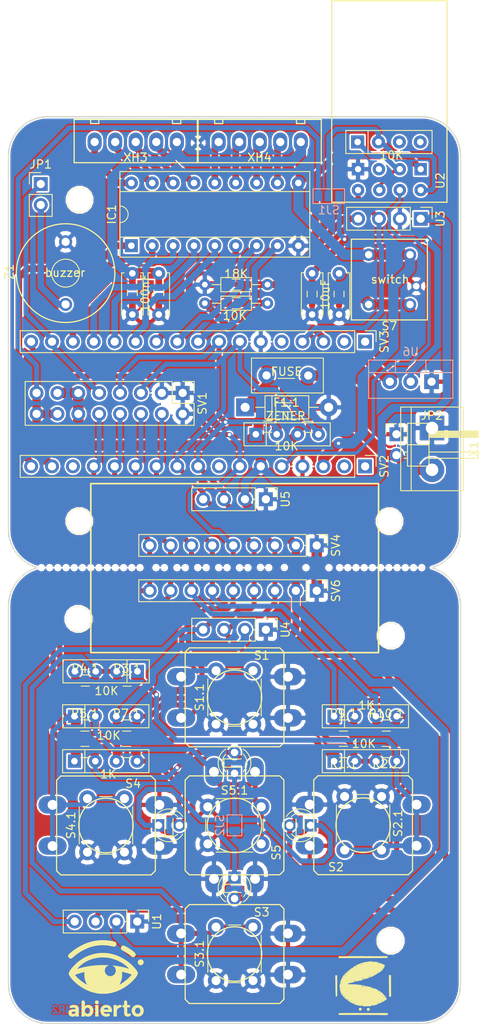
<source format=kicad_pcb>
(kicad_pcb (version 4) (host pcbnew 4.0.6-e0-6349~53~ubuntu16.04.1)
  (layers (0 F.Cu signal) (31 B.Cu signal) (34 B.Paste user) (35 F.Paste user) (36 B.SilkS user) (37 F.SilkS user) (38 B.Mask user) (39 F.Mask user) (44 Edge.Cuts user))
  (net 0 "")
  (net 1 GND)
  (net 2 "Net-(F1-Pad1)")
  (net 3 /D9)
  (net 4 /D8)
  (net 5 /MR4)
  (net 6 /D7)
  (net 7 /MR3)
  (net 8 /D6)
  (net 9 /MR2)
  (net 10 /D5)
  (net 11 /MR1)
  (net 12 /D4)
  (net 13 /ML4)
  (net 14 /ML3)
  (net 15 /ML2)
  (net 16 /ML1)
  (net 17 /D10)
  (net 18 "Net-(JP1-Pad2)")
  (net 19 "Net-(LED1-Pad1)")
  (net 20 "Net-(LED1-Pad2)")
  (net 21 /S1)
  (net 22 /A7)
  (net 23 /S2)
  (net 24 /S3)
  (net 25 /S5)
  (net 26 /S4)
  (net 27 /A0)
  (net 28 /5V)
  (net 29 /A1)
  (net 30 /A2)
  (net 31 /A3)
  (net 32 /TX3V3)
  (net 33 /TX)
  (net 34 /A6)
  (net 35 /A5)
  (net 36 /A4)
  (net 37 /D13)
  (net 38 /D11)
  (net 39 /3V3)
  (net 40 /RAW)
  (net 41 /RX)
  (net 42 /VIN)
  (net 43 "Net-(R6-Pad1)")
  (net 44 /RST)
  (net 45 /3V3R)
  (net 46 "Net-(R6-Pad2)")
  (net 47 "Net-(LED2-Pad2)")
  (net 48 "Net-(LED3-Pad2)")
  (net 49 "Net-(LED4-Pad2)")
  (net 50 "Net-(R6-Pad3)")
  (net 51 "Net-(R6-Pad4)")
  (net 52 /SCK)
  (net 53 /MISO)
  (net 54 /AREF)
  (net 55 /MOSI)
  (net 56 /SS)
  (net 57 "Net-(SV3-Pad5)")
  (net 58 "Net-(U2-Pad2)")
  (module Wire_Pads:SolderWirePad_single_0-8mmDrill (layer F.Cu) (at 120.57888 38.11524)
    (fp_text reference "" hide)
    (fp_text value "" hide)
    (pad 1 thru_hole circle (at 0 0) (size 0.8 0.8) (drill 0.4) (layers *.Cu *.Mask) (net 1 GND))
  )
  (module borde:svg2mod (layer F.Cu) (at 125 90)
    (fp_text reference svg2mod hide)
    (fp_text value G*** hide)
    (fp_line (start -22.705212 -55.068637) (end -22.952448 -55.062437) (layer Edge.Cuts) (width 0.155643))
    (fp_line (start -22.952448 -55.062437) (end -23.196354 -55.044035) (layer Edge.Cuts) (width 0.155643))
    (fp_line (start -23.196354 -55.044035) (end -23.436635 -55.013728) (layer Edge.Cuts) (width 0.155643))
    (fp_line (start -23.436635 -55.013728) (end -23.672993 -54.97181) (layer Edge.Cuts) (width 0.155643))
    (fp_line (start -23.672993 -54.97181) (end -23.905132 -54.918579) (layer Edge.Cuts) (width 0.155643))
    (fp_line (start -23.905132 -54.918579) (end -24.132756 -54.85433) (layer Edge.Cuts) (width 0.155643))
    (fp_line (start -24.132756 -54.85433) (end -24.355569 -54.779359) (layer Edge.Cuts) (width 0.155643))
    (fp_line (start -24.355569 -54.779359) (end -24.573274 -54.693962) (layer Edge.Cuts) (width 0.155643))
    (fp_line (start -24.573274 -54.693962) (end -24.785574 -54.598436) (layer Edge.Cuts) (width 0.155643))
    (fp_line (start -24.785574 -54.598436) (end -24.992174 -54.493076) (layer Edge.Cuts) (width 0.155643))
    (fp_line (start -24.992174 -54.493076) (end -25.192778 -54.378179) (layer Edge.Cuts) (width 0.155643))
    (fp_line (start -25.192778 -54.378179) (end -25.387087 -54.25404) (layer Edge.Cuts) (width 0.155643))
    (fp_line (start -25.387087 -54.25404) (end -25.574808 -54.120955) (layer Edge.Cuts) (width 0.155643))
    (fp_line (start -25.574808 -54.120955) (end -25.755642 -53.979222) (layer Edge.Cuts) (width 0.155643))
    (fp_line (start -25.755642 -53.979222) (end -25.929294 -53.829134) (layer Edge.Cuts) (width 0.155643))
    (fp_line (start -25.929294 -53.829134) (end -26.095467 -53.67099) (layer Edge.Cuts) (width 0.155643))
    (fp_line (start -26.095467 -53.67099) (end -26.253865 -53.505084) (layer Edge.Cuts) (width 0.155643))
    (fp_line (start -26.253865 -53.505084) (end -26.404192 -53.331714) (layer Edge.Cuts) (width 0.155643))
    (fp_line (start -26.404192 -53.331714) (end -26.546151 -53.151174) (layer Edge.Cuts) (width 0.155643))
    (fp_line (start -26.546151 -53.151174) (end -26.679445 -52.963761) (layer Edge.Cuts) (width 0.155643))
    (fp_line (start -26.679445 -52.963761) (end -26.80378 -52.76977) (layer Edge.Cuts) (width 0.155643))
    (fp_line (start -26.80378 -52.76977) (end -26.918857 -52.569499) (layer Edge.Cuts) (width 0.155643))
    (fp_line (start -26.918857 -52.569499) (end -27.024381 -52.363243) (layer Edge.Cuts) (width 0.155643))
    (fp_line (start -27.024381 -52.363243) (end -27.120056 -52.151298) (layer Edge.Cuts) (width 0.155643))
    (fp_line (start -27.120056 -52.151298) (end -27.205584 -51.93396) (layer Edge.Cuts) (width 0.155643))
    (fp_line (start -27.205584 -51.93396) (end -27.280671 -51.711526) (layer Edge.Cuts) (width 0.155643))
    (fp_line (start -27.280671 -51.711526) (end -27.345018 -51.48429) (layer Edge.Cuts) (width 0.155643))
    (fp_line (start -27.345018 -51.48429) (end -27.398331 -51.25255) (layer Edge.Cuts) (width 0.155643))
    (fp_line (start -27.398331 -51.25255) (end -27.440312 -51.016601) (layer Edge.Cuts) (width 0.155643))
    (fp_line (start -27.440312 -51.016601) (end -27.470666 -50.77674) (layer Edge.Cuts) (width 0.155643))
    (fp_line (start -27.470666 -50.77674) (end -27.489095 -50.533262) (layer Edge.Cuts) (width 0.155643))
    (fp_line (start -27.489095 -50.533262) (end -27.495304 -50.286464) (layer Edge.Cuts) (width 0.155643))
    (fp_line (start -27.495304 -50.286464) (end -27.495304 -4.917986) (layer Edge.Cuts) (width 0.155643))
    (fp_line (start -27.495304 -4.917986) (end -27.488704 -4.663777) (layer Edge.Cuts) (width 0.155643))
    (fp_line (start -27.488704 -4.663777) (end -27.46912 -4.41315) (layer Edge.Cuts) (width 0.155643))
    (fp_line (start -27.46912 -4.41315) (end -27.436878 -4.166427) (layer Edge.Cuts) (width 0.155643))
    (fp_line (start -27.436878 -4.166427) (end -27.392304 -3.923926) (layer Edge.Cuts) (width 0.155643))
    (fp_line (start -27.392304 -3.923926) (end -27.335724 -3.685968) (layer Edge.Cuts) (width 0.155643))
    (fp_line (start -27.335724 -3.685968) (end -27.267463 -3.452872) (layer Edge.Cuts) (width 0.155643))
    (fp_line (start -27.267463 -3.452872) (end -27.187848 -3.224958) (layer Edge.Cuts) (width 0.155643))
    (fp_line (start -27.187848 -3.224958) (end -27.097204 -3.002546) (layer Edge.Cuts) (width 0.155643))
    (fp_line (start -27.097204 -3.002546) (end -26.995856 -2.785956) (layer Edge.Cuts) (width 0.155643))
    (fp_line (start -26.995856 -2.785956) (end -26.884132 -2.575507) (layer Edge.Cuts) (width 0.155643))
    (fp_line (start -26.884132 -2.575507) (end -26.762356 -2.37152) (layer Edge.Cuts) (width 0.155643))
    (fp_line (start -26.762356 -2.37152) (end -26.630854 -2.174314) (layer Edge.Cuts) (width 0.155643))
    (fp_line (start -26.630854 -2.174314) (end -26.489953 -1.984208) (layer Edge.Cuts) (width 0.155643))
    (fp_line (start -26.489953 -1.984208) (end -26.339977 -1.801524) (layer Edge.Cuts) (width 0.155643))
    (fp_line (start -26.339977 -1.801524) (end -26.181253 -1.626579) (layer Edge.Cuts) (width 0.155643))
    (fp_line (start -26.181253 -1.626579) (end -26.014107 -1.459695) (layer Edge.Cuts) (width 0.155643))
    (fp_line (start -26.014107 -1.459695) (end -25.838864 -1.301191) (layer Edge.Cuts) (width 0.155643))
    (fp_line (start -25.838864 -1.301191) (end -25.65585 -1.151387) (layer Edge.Cuts) (width 0.155643))
    (fp_line (start -25.65585 -1.151387) (end -25.465391 -1.010603) (layer Edge.Cuts) (width 0.155643))
    (fp_line (start -25.465391 -1.010603) (end -25.267813 -0.879157) (layer Edge.Cuts) (width 0.155643))
    (fp_line (start -25.267813 -0.879157) (end -25.063442 -0.757372) (layer Edge.Cuts) (width 0.155643))
    (fp_line (start -25.063442 -0.757372) (end -24.852602 -0.645565) (layer Edge.Cuts) (width 0.155643))
    (fp_line (start -24.852602 -0.645565) (end -24.635621 -0.544057) (layer Edge.Cuts) (width 0.155643))
    (fp_line (start -24.635621 -0.544057) (end -24.412824 -0.453167) (layer Edge.Cuts) (width 0.155643))
    (fp_line (start -24.412824 -0.453167) (end -24.184536 -0.373216) (layer Edge.Cuts) (width 0.155643))
    (fp_line (start -24.184536 -0.373216) (end -23.951085 -0.304523) (layer Edge.Cuts) (width 0.155643))
    (fp_line (start -23.951085 -0.304523) (end -24.184783 -0.233585) (layer Edge.Cuts) (width 0.155643))
    (fp_line (start -24.184783 -0.233585) (end -24.413273 -0.151457) (layer Edge.Cuts) (width 0.155643))
    (fp_line (start -24.413273 -0.151457) (end -24.636231 -0.058455) (layer Edge.Cuts) (width 0.155643))
    (fp_line (start -24.636231 -0.058455) (end -24.853334 0.045101) (layer Edge.Cuts) (width 0.155643))
    (fp_line (start -24.853334 0.045101) (end -25.064261 0.158896) (layer Edge.Cuts) (width 0.155643))
    (fp_line (start -25.064261 0.158896) (end -25.268686 0.28261) (layer Edge.Cuts) (width 0.155643))
    (fp_line (start -25.268686 0.28261) (end -25.466288 0.415927) (layer Edge.Cuts) (width 0.155643))
    (fp_line (start -25.466288 0.415927) (end -25.656744 0.558529) (layer Edge.Cuts) (width 0.155643))
    (fp_line (start -25.656744 0.558529) (end -25.83973 0.710097) (layer Edge.Cuts) (width 0.155643))
    (fp_line (start -25.83973 0.710097) (end -26.014923 0.870316) (layer Edge.Cuts) (width 0.155643))
    (fp_line (start -26.014923 0.870316) (end -26.182002 1.038866) (layer Edge.Cuts) (width 0.155643))
    (fp_line (start -26.182002 1.038866) (end -26.340641 1.21543) (layer Edge.Cuts) (width 0.155643))
    (fp_line (start -26.340641 1.21543) (end -26.49052 1.399692) (layer Edge.Cuts) (width 0.155643))
    (fp_line (start -26.49052 1.399692) (end -26.631313 1.591332) (layer Edge.Cuts) (width 0.155643))
    (fp_line (start -26.631313 1.591332) (end -26.7627 1.790034) (layer Edge.Cuts) (width 0.155643))
    (fp_line (start -26.7627 1.790034) (end -26.884356 1.995479) (layer Edge.Cuts) (width 0.155643))
    (fp_line (start -26.884356 1.995479) (end -26.995959 2.207351) (layer Edge.Cuts) (width 0.155643))
    (fp_line (start -26.995959 2.207351) (end -27.097185 2.425331) (layer Edge.Cuts) (width 0.155643))
    (fp_line (start -27.097185 2.425331) (end -27.187712 2.649103) (layer Edge.Cuts) (width 0.155643))
    (fp_line (start -27.187712 2.649103) (end -27.267217 2.878348) (layer Edge.Cuts) (width 0.155643))
    (fp_line (start -27.267217 2.878348) (end -27.335376 3.112748) (layer Edge.Cuts) (width 0.155643))
    (fp_line (start -27.335376 3.112748) (end -27.391867 3.351987) (layer Edge.Cuts) (width 0.155643))
    (fp_line (start -27.391867 3.351987) (end -27.436366 3.595746) (layer Edge.Cuts) (width 0.155643))
    (fp_line (start -27.436366 3.595746) (end -27.468552 3.843708) (layer Edge.Cuts) (width 0.155643))
    (fp_line (start -27.468552 3.843708) (end -27.4881 4.095555) (layer Edge.Cuts) (width 0.155643))
    (fp_line (start -27.4881 4.095555) (end -27.494688 4.35097) (layer Edge.Cuts) (width 0.155643))
    (fp_line (start -27.494688 4.35097) (end -27.494688 50.232866) (layer Edge.Cuts) (width 0.155643))
    (fp_line (start -27.494688 50.232866) (end -27.488406 50.482454) (layer Edge.Cuts) (width 0.155643))
    (fp_line (start -27.488406 50.482454) (end -27.469762 50.728682) (layer Edge.Cuts) (width 0.155643))
    (fp_line (start -27.469762 50.728682) (end -27.439056 50.971249) (layer Edge.Cuts) (width 0.155643))
    (fp_line (start -27.439056 50.971249) (end -27.396586 51.209858) (layer Edge.Cuts) (width 0.155643))
    (fp_line (start -27.396586 51.209858) (end -27.342654 51.444208) (layer Edge.Cuts) (width 0.155643))
    (fp_line (start -27.342654 51.444208) (end -27.277559 51.674) (layer Edge.Cuts) (width 0.155643))
    (fp_line (start -27.277559 51.674) (end -27.201602 51.898935) (layer Edge.Cuts) (width 0.155643))
    (fp_line (start -27.201602 51.898935) (end -27.115081 52.118715) (layer Edge.Cuts) (width 0.155643))
    (fp_line (start -27.115081 52.118715) (end -27.018298 52.333039) (layer Edge.Cuts) (width 0.155643))
    (fp_line (start -27.018298 52.333039) (end -26.911552 52.541609) (layer Edge.Cuts) (width 0.155643))
    (fp_line (start -26.911552 52.541609) (end -26.795143 52.744125) (layer Edge.Cuts) (width 0.155643))
    (fp_line (start -26.795143 52.744125) (end -26.669371 52.940288) (layer Edge.Cuts) (width 0.155643))
    (fp_line (start -26.669371 52.940288) (end -26.534536 53.129799) (layer Edge.Cuts) (width 0.155643))
    (fp_line (start -26.534536 53.129799) (end -26.390938 53.312359) (layer Edge.Cuts) (width 0.155643))
    (fp_line (start -26.390938 53.312359) (end -26.238877 53.487668) (layer Edge.Cuts) (width 0.155643))
    (fp_line (start -26.238877 53.487668) (end -26.078653 53.655427) (layer Edge.Cuts) (width 0.155643))
    (fp_line (start -26.078653 53.655427) (end -25.910566 53.815337) (layer Edge.Cuts) (width 0.155643))
    (fp_line (start -25.910566 53.815337) (end -25.734917 53.967099) (layer Edge.Cuts) (width 0.155643))
    (fp_line (start -25.734917 53.967099) (end -25.552004 54.110413) (layer Edge.Cuts) (width 0.155643))
    (fp_line (start -25.552004 54.110413) (end -25.362127 54.244981) (layer Edge.Cuts) (width 0.155643))
    (fp_line (start -25.362127 54.244981) (end -25.165588 54.370503) (layer Edge.Cuts) (width 0.155643))
    (fp_line (start -25.165588 54.370503) (end -24.962686 54.48668) (layer Edge.Cuts) (width 0.155643))
    (fp_line (start -24.962686 54.48668) (end -24.75372 54.593212) (layer Edge.Cuts) (width 0.155643))
    (fp_line (start -24.75372 54.593212) (end -24.538992 54.689801) (layer Edge.Cuts) (width 0.155643))
    (fp_line (start -24.538992 54.689801) (end -24.3188 54.776147) (layer Edge.Cuts) (width 0.155643))
    (fp_line (start -24.3188 54.776147) (end -24.093444 54.851951) (layer Edge.Cuts) (width 0.155643))
    (fp_line (start -24.093444 54.851951) (end -23.863226 54.916914) (layer Edge.Cuts) (width 0.155643))
    (fp_line (start -23.863226 54.916914) (end -23.628444 54.970736) (layer Edge.Cuts) (width 0.155643))
    (fp_line (start -23.628444 54.970736) (end -23.389399 55.013119) (layer Edge.Cuts) (width 0.155643))
    (fp_line (start -23.389399 55.013119) (end -23.14639 55.043762) (layer Edge.Cuts) (width 0.155643))
    (fp_line (start -23.14639 55.043762) (end -22.899719 55.062368) (layer Edge.Cuts) (width 0.155643))
    (fp_line (start -22.899719 55.062368) (end -22.649683 55.068637) (layer Edge.Cuts) (width 0.155643))
    (fp_line (start -22.649683 55.068637) (end 22.649683 55.068637) (layer Edge.Cuts) (width 0.155643))
    (fp_line (start 22.649683 55.068637) (end 22.899717 55.062368) (layer Edge.Cuts) (width 0.155643))
    (fp_line (start 22.899717 55.062368) (end 23.146383 55.043762) (layer Edge.Cuts) (width 0.155643))
    (fp_line (start 23.146383 55.043762) (end 23.389383 55.013119) (layer Edge.Cuts) (width 0.155643))
    (fp_line (start 23.389383 55.013119) (end 23.628417 54.970736) (layer Edge.Cuts) (width 0.155643))
    (fp_line (start 23.628417 54.970736) (end 23.863185 54.916914) (layer Edge.Cuts) (width 0.155643))
    (fp_line (start 23.863185 54.916914) (end 24.093388 54.851951) (layer Edge.Cuts) (width 0.155643))
    (fp_line (start 24.093388 54.851951) (end 24.318725 54.776147) (layer Edge.Cuts) (width 0.155643))
    (fp_line (start 24.318725 54.776147) (end 24.538896 54.689801) (layer Edge.Cuts) (width 0.155643))
    (fp_line (start 24.538896 54.689801) (end 24.753603 54.593212) (layer Edge.Cuts) (width 0.155643))
    (fp_line (start 24.753603 54.593212) (end 24.962545 54.48668) (layer Edge.Cuts) (width 0.155643))
    (fp_line (start 24.962545 54.48668) (end 25.165422 54.370503) (layer Edge.Cuts) (width 0.155643))
    (fp_line (start 25.165422 54.370503) (end 25.361936 54.244981) (layer Edge.Cuts) (width 0.155643))
    (fp_line (start 25.361936 54.244981) (end 25.551785 54.110413) (layer Edge.Cuts) (width 0.155643))
    (fp_line (start 25.551785 54.110413) (end 25.73467 53.967099) (layer Edge.Cuts) (width 0.155643))
    (fp_line (start 25.73467 53.967099) (end 25.910292 53.815337) (layer Edge.Cuts) (width 0.155643))
    (fp_line (start 25.910292 53.815337) (end 26.078351 53.655427) (layer Edge.Cuts) (width 0.155643))
    (fp_line (start 26.078351 53.655427) (end 26.238547 53.487668) (layer Edge.Cuts) (width 0.155643))
    (fp_line (start 26.238547 53.487668) (end 26.390579 53.312359) (layer Edge.Cuts) (width 0.155643))
    (fp_line (start 26.390579 53.312359) (end 26.53415 53.129799) (layer Edge.Cuts) (width 0.155643))
    (fp_line (start 26.53415 53.129799) (end 26.668958 52.940288) (layer Edge.Cuts) (width 0.155643))
    (fp_line (start 26.668958 52.940288) (end 26.794704 52.744125) (layer Edge.Cuts) (width 0.155643))
    (fp_line (start 26.794704 52.744125) (end 26.911088 52.541609) (layer Edge.Cuts) (width 0.155643))
    (fp_line (start 26.911088 52.541609) (end 27.017811 52.333039) (layer Edge.Cuts) (width 0.155643))
    (fp_line (start 27.017811 52.333039) (end 27.114572 52.118715) (layer Edge.Cuts) (width 0.155643))
    (fp_line (start 27.114572 52.118715) (end 27.201072 51.898935) (layer Edge.Cuts) (width 0.155643))
    (fp_line (start 27.201072 51.898935) (end 27.277012 51.674) (layer Edge.Cuts) (width 0.155643))
    (fp_line (start 27.277012 51.674) (end 27.342091 51.444208) (layer Edge.Cuts) (width 0.155643))
    (fp_line (start 27.342091 51.444208) (end 27.396009 51.209858) (layer Edge.Cuts) (width 0.155643))
    (fp_line (start 27.396009 51.209858) (end 27.438468 50.971249) (layer Edge.Cuts) (width 0.155643))
    (fp_line (start 27.438468 50.971249) (end 27.469166 50.728682) (layer Edge.Cuts) (width 0.155643))
    (fp_line (start 27.469166 50.728682) (end 27.487805 50.482454) (layer Edge.Cuts) (width 0.155643))
    (fp_line (start 27.487805 50.482454) (end 27.494085 50.232866) (layer Edge.Cuts) (width 0.155643))
    (fp_line (start 27.494085 50.232866) (end 27.494085 4.35097) (layer Edge.Cuts) (width 0.155643))
    (fp_line (start 27.494085 4.35097) (end 27.487499 4.095571) (layer Edge.Cuts) (width 0.155643))
    (fp_line (start 27.487499 4.095571) (end 27.467956 3.843738) (layer Edge.Cuts) (width 0.155643))
    (fp_line (start 27.467956 3.843738) (end 27.435779 3.595789) (layer Edge.Cuts) (width 0.155643))
    (fp_line (start 27.435779 3.595789) (end 27.39129 3.352042) (layer Edge.Cuts) (width 0.155643))
    (fp_line (start 27.39129 3.352042) (end 27.334813 3.112814) (layer Edge.Cuts) (width 0.155643))
    (fp_line (start 27.334813 3.112814) (end 27.26667 2.878423) (layer Edge.Cuts) (width 0.155643))
    (fp_line (start 27.26667 2.878423) (end 27.187184 2.649186) (layer Edge.Cuts) (width 0.155643))
    (fp_line (start 27.187184 2.649186) (end 27.096678 2.425421) (layer Edge.Cuts) (width 0.155643))
    (fp_line (start 27.096678 2.425421) (end 26.995475 2.207446) (layer Edge.Cuts) (width 0.155643))
    (fp_line (start 26.995475 2.207446) (end 26.883896 1.995578) (layer Edge.Cuts) (width 0.155643))
    (fp_line (start 26.883896 1.995578) (end 26.762266 1.790135) (layer Edge.Cuts) (width 0.155643))
    (fp_line (start 26.762266 1.790135) (end 26.630907 1.591435) (layer Edge.Cuts) (width 0.155643))
    (fp_line (start 26.630907 1.591435) (end 26.490142 1.399794) (layer Edge.Cuts) (width 0.155643))
    (fp_line (start 26.490142 1.399794) (end 26.340292 1.215532) (layer Edge.Cuts) (width 0.155643))
    (fp_line (start 26.340292 1.215532) (end 26.181683 1.038965) (layer Edge.Cuts) (width 0.155643))
    (fp_line (start 26.181683 1.038965) (end 26.014635 0.870412) (layer Edge.Cuts) (width 0.155643))
    (fp_line (start 26.014635 0.870412) (end 25.839472 0.710189) (layer Edge.Cuts) (width 0.155643))
    (fp_line (start 25.839472 0.710189) (end 25.656517 0.558614) (layer Edge.Cuts) (width 0.155643))
    (fp_line (start 25.656517 0.558614) (end 25.466092 0.416006) (layer Edge.Cuts) (width 0.155643))
    (fp_line (start 25.466092 0.416006) (end 25.26852 0.282681) (layer Edge.Cuts) (width 0.155643))
    (fp_line (start 25.26852 0.282681) (end 25.064124 0.158958) (layer Edge.Cuts) (width 0.155643))
    (fp_line (start 25.064124 0.158958) (end 24.853227 0.045153) (layer Edge.Cuts) (width 0.155643))
    (fp_line (start 24.853227 0.045153) (end 24.636151 -0.058415) (layer Edge.Cuts) (width 0.155643))
    (fp_line (start 24.636151 -0.058415) (end 24.41322 -0.151429) (layer Edge.Cuts) (width 0.155643))
    (fp_line (start 24.41322 -0.151429) (end 24.184756 -0.233571) (layer Edge.Cuts) (width 0.155643))
    (fp_line (start 24.184756 -0.233571) (end 23.951082 -0.304523) (layer Edge.Cuts) (width 0.155643))
    (fp_line (start 23.951082 -0.304523) (end 24.184522 -0.373224) (layer Edge.Cuts) (width 0.155643))
    (fp_line (start 24.184522 -0.373224) (end 24.412799 -0.453183) (layer Edge.Cuts) (width 0.155643))
    (fp_line (start 24.412799 -0.453183) (end 24.635589 -0.544079) (layer Edge.Cuts) (width 0.155643))
    (fp_line (start 24.635589 -0.544079) (end 24.852563 -0.645594) (layer Edge.Cuts) (width 0.155643))
    (fp_line (start 24.852563 -0.645594) (end 25.063397 -0.757407) (layer Edge.Cuts) (width 0.155643))
    (fp_line (start 25.063397 -0.757407) (end 25.267766 -0.879198) (layer Edge.Cuts) (width 0.155643))
    (fp_line (start 25.267766 -0.879198) (end 25.465341 -1.010647) (layer Edge.Cuts) (width 0.155643))
    (fp_line (start 25.465341 -1.010647) (end 25.655799 -1.151436) (layer Edge.Cuts) (width 0.155643))
    (fp_line (start 25.655799 -1.151436) (end 25.838813 -1.301243) (layer Edge.Cuts) (width 0.155643))
    (fp_line (start 25.838813 -1.301243) (end 26.014057 -1.45975) (layer Edge.Cuts) (width 0.155643))
    (fp_line (start 26.014057 -1.45975) (end 26.181205 -1.626636) (layer Edge.Cuts) (width 0.155643))
    (fp_line (start 26.181205 -1.626636) (end 26.339931 -1.801581) (layer Edge.Cuts) (width 0.155643))
    (fp_line (start 26.339931 -1.801581) (end 26.48991 -1.984267) (layer Edge.Cuts) (width 0.155643))
    (fp_line (start 26.48991 -1.984267) (end 26.630815 -2.174372) (layer Edge.Cuts) (width 0.155643))
    (fp_line (start 26.630815 -2.174372) (end 26.76232 -2.371577) (layer Edge.Cuts) (width 0.155643))
    (fp_line (start 26.76232 -2.371577) (end 26.884101 -2.575563) (layer Edge.Cuts) (width 0.155643))
    (fp_line (start 26.884101 -2.575563) (end 26.99583 -2.78601) (layer Edge.Cuts) (width 0.155643))
    (fp_line (start 26.99583 -2.78601) (end 27.097181 -3.002597) (layer Edge.Cuts) (width 0.155643))
    (fp_line (start 27.097181 -3.002597) (end 27.18783 -3.225005) (layer Edge.Cuts) (width 0.155643))
    (fp_line (start 27.18783 -3.225005) (end 27.267449 -3.452914) (layer Edge.Cuts) (width 0.155643))
    (fp_line (start 27.267449 -3.452914) (end 27.335714 -3.686005) (layer Edge.Cuts) (width 0.155643))
    (fp_line (start 27.335714 -3.686005) (end 27.392297 -3.923957) (layer Edge.Cuts) (width 0.155643))
    (fp_line (start 27.392297 -3.923957) (end 27.436874 -4.166451) (layer Edge.Cuts) (width 0.155643))
    (fp_line (start 27.436874 -4.166451) (end 27.469118 -4.413167) (layer Edge.Cuts) (width 0.155643))
    (fp_line (start 27.469118 -4.413167) (end 27.488704 -4.663786) (layer Edge.Cuts) (width 0.155643))
    (fp_line (start 27.488704 -4.663786) (end 27.495304 -4.917986) (layer Edge.Cuts) (width 0.155643))
    (fp_line (start 27.495304 -4.917986) (end 27.495304 -50.286464) (layer Edge.Cuts) (width 0.155643))
    (fp_line (start 27.495304 -50.286464) (end 27.489094 -50.533262) (layer Edge.Cuts) (width 0.155643))
    (fp_line (start 27.489094 -50.533262) (end 27.470659 -50.77674) (layer Edge.Cuts) (width 0.155643))
    (fp_line (start 27.470659 -50.77674) (end 27.440297 -51.016601) (layer Edge.Cuts) (width 0.155643))
    (fp_line (start 27.440297 -51.016601) (end 27.398305 -51.25255) (layer Edge.Cuts) (width 0.155643))
    (fp_line (start 27.398305 -51.25255) (end 27.344979 -51.48429) (layer Edge.Cuts) (width 0.155643))
    (fp_line (start 27.344979 -51.48429) (end 27.280615 -51.711526) (layer Edge.Cuts) (width 0.155643))
    (fp_line (start 27.280615 -51.711526) (end 27.20551 -51.93396) (layer Edge.Cuts) (width 0.155643))
    (fp_line (start 27.20551 -51.93396) (end 27.119961 -52.151298) (layer Edge.Cuts) (width 0.155643))
    (fp_line (start 27.119961 -52.151298) (end 27.024264 -52.363243) (layer Edge.Cuts) (width 0.155643))
    (fp_line (start 27.024264 -52.363243) (end 26.918716 -52.569499) (layer Edge.Cuts) (width 0.155643))
    (fp_line (start 26.918716 -52.569499) (end 26.803614 -52.76977) (layer Edge.Cuts) (width 0.155643))
    (fp_line (start 26.803614 -52.76977) (end 26.679254 -52.963761) (layer Edge.Cuts) (width 0.155643))
    (fp_line (start 26.679254 -52.963761) (end 26.545932 -53.151174) (layer Edge.Cuts) (width 0.155643))
    (fp_line (start 26.545932 -53.151174) (end 26.403945 -53.331714) (layer Edge.Cuts) (width 0.155643))
    (fp_line (start 26.403945 -53.331714) (end 26.25359 -53.505084) (layer Edge.Cuts) (width 0.155643))
    (fp_line (start 26.25359 -53.505084) (end 26.095163 -53.67099) (layer Edge.Cuts) (width 0.155643))
    (fp_line (start 26.095163 -53.67099) (end 25.928962 -53.829134) (layer Edge.Cuts) (width 0.155643))
    (fp_line (start 25.928962 -53.829134) (end 25.755282 -53.979222) (layer Edge.Cuts) (width 0.155643))
    (fp_line (start 25.755282 -53.979222) (end 25.57442 -54.120955) (layer Edge.Cuts) (width 0.155643))
    (fp_line (start 25.57442 -54.120955) (end 25.386672 -54.25404) (layer Edge.Cuts) (width 0.155643))
    (fp_line (start 25.386672 -54.25404) (end 25.192336 -54.378179) (layer Edge.Cuts) (width 0.155643))
    (fp_line (start 25.192336 -54.378179) (end 24.991707 -54.493076) (layer Edge.Cuts) (width 0.155643))
    (fp_line (start 24.991707 -54.493076) (end 24.785083 -54.598436) (layer Edge.Cuts) (width 0.155643))
    (fp_line (start 24.785083 -54.598436) (end 24.57276 -54.693962) (layer Edge.Cuts) (width 0.155643))
    (fp_line (start 24.57276 -54.693962) (end 24.355035 -54.779359) (layer Edge.Cuts) (width 0.155643))
    (fp_line (start 24.355035 -54.779359) (end 24.132203 -54.85433) (layer Edge.Cuts) (width 0.155643))
    (fp_line (start 24.132203 -54.85433) (end 23.904563 -54.918579) (layer Edge.Cuts) (width 0.155643))
    (fp_line (start 23.904563 -54.918579) (end 23.672409 -54.97181) (layer Edge.Cuts) (width 0.155643))
    (fp_line (start 23.672409 -54.97181) (end 23.43604 -55.013728) (layer Edge.Cuts) (width 0.155643))
    (fp_line (start 23.43604 -55.013728) (end 23.195751 -55.044035) (layer Edge.Cuts) (width 0.155643))
    (fp_line (start 23.195751 -55.044035) (end 22.951839 -55.062437) (layer Edge.Cuts) (width 0.155643))
    (fp_line (start 22.951839 -55.062437) (end 22.7046 -55.068637) (layer Edge.Cuts) (width 0.155643))
    (fp_line (start 22.7046 -55.068637) (end -22.705212 -55.068637) (layer Edge.Cuts) (width 0.155643))
  )
  (module borde_S:svg2mod (layer F.Cu) (at 125 90)
    (fp_text reference svg2mod hide)
    (fp_text value G*** hide)
  )
  (module Wire_Pads:SolderWirePad_single_0-8mmDrill (layer F.Cu) (at 147.1168 55.51424)
    (fp_text reference GND hide)
    (fp_text value GND hide)
    (pad 1 thru_hole circle (at 0 0) (size 1.2 1.2) (drill 0.8001) (layers *.Cu *.Mask) (net 1 GND))
  )
  (module Housings_DIP:DIP-18_W7.62mm_Socket (layer F.Cu) (at 112.4458 50.5968 90)
    (fp_text reference IC1 (at 3.81 -2.39 90) (layer F.SilkS))
    (fp_text value ULN2803)
    (pad 1 thru_hole rect (at 0 0 90) (size 1.6 1.6) (drill 0.8) (layers *.Cu *.Mask) (net 37 /D13))
    (pad 10 thru_hole oval (at 7.62 20.32 90) (size 1.6 1.6) (drill 0.8) (layers *.Cu *.Mask) (net 40 /RAW))
    (pad 2 thru_hole oval (at 0 2.54 90) (size 1.6 1.6) (drill 0.8) (layers *.Cu *.Mask) (net 17 /D10))
    (pad 11 thru_hole oval (at 7.62 17.78 90) (size 1.6 1.6) (drill 0.8) (layers *.Cu *.Mask) (net 5 /MR4))
    (pad 3 thru_hole oval (at 0 5.08 90) (size 1.6 1.6) (drill 0.8) (layers *.Cu *.Mask) (net 3 /D9))
    (pad 12 thru_hole oval (at 7.62 15.24 90) (size 1.6 1.6) (drill 0.8) (layers *.Cu *.Mask) (net 7 /MR3))
    (pad 4 thru_hole oval (at 0 7.62 90) (size 1.6 1.6) (drill 0.8) (layers *.Cu *.Mask) (net 4 /D8))
    (pad 13 thru_hole oval (at 7.62 12.7 90) (size 1.6 1.6) (drill 0.8) (layers *.Cu *.Mask) (net 9 /MR2))
    (pad 5 thru_hole oval (at 0 10.16 90) (size 1.6 1.6) (drill 0.8) (layers *.Cu *.Mask) (net 6 /D7))
    (pad 14 thru_hole oval (at 7.62 10.16 90) (size 1.6 1.6) (drill 0.8) (layers *.Cu *.Mask) (net 11 /MR1))
    (pad 6 thru_hole oval (at 0 12.7 90) (size 1.6 1.6) (drill 0.8) (layers *.Cu *.Mask) (net 8 /D6))
    (pad 15 thru_hole oval (at 7.62 7.62 90) (size 1.6 1.6) (drill 0.8) (layers *.Cu *.Mask) (net 13 /ML4))
    (pad 7 thru_hole oval (at 0 15.24 90) (size 1.6 1.6) (drill 0.8) (layers *.Cu *.Mask) (net 10 /D5))
    (pad 16 thru_hole oval (at 7.62 5.08 90) (size 1.6 1.6) (drill 0.8) (layers *.Cu *.Mask) (net 14 /ML3))
    (pad 8 thru_hole oval (at 0 17.78 90) (size 1.6 1.6) (drill 0.8) (layers *.Cu *.Mask) (net 12 /D4))
    (pad 17 thru_hole oval (at 7.62 2.54 90) (size 1.6 1.6) (drill 0.8) (layers *.Cu *.Mask) (net 15 /ML2))
    (pad 9 thru_hole oval (at 0 20.32 90) (size 1.6 1.6) (drill 0.8) (layers *.Cu *.Mask) (net 1 GND))
    (pad 18 thru_hole oval (at 7.62 0 90) (size 1.6 1.6) (drill 0.8) (layers *.Cu *.Mask) (net 16 /ML1))
  )
  (module ComponentesVarios:hole_05mm (layer F.Cu) (at 147.78154 89.69756)
    (fp_text reference "" hide)
    (fp_text value "" hide)
    (pad 1 thru_hole circle (at 0 0) (size 0.5 0.5) (drill 0.5) (layers *.Cu *.Mask))
  )
  (module ComponentesVarios:hole_05mm (layer F.Cu) (at 146.78154 89.69756)
    (fp_text reference "" hide)
    (fp_text value "" hide)
    (pad 1 thru_hole circle (at 0 0) (size 0.5 0.5) (drill 0.5) (layers *.Cu *.Mask))
  )
  (module ComponentesVarios:hole_05mm (layer F.Cu) (at 145.78154 89.69756)
    (fp_text reference "" hide)
    (fp_text value "" hide)
    (pad 1 thru_hole circle (at 0 0) (size 0.5 0.5) (drill 0.5) (layers *.Cu *.Mask))
  )
  (module ComponentesVarios:hole_05mm (layer F.Cu) (at 144.78154 89.69756)
    (fp_text reference "" hide)
    (fp_text value "" hide)
    (pad 1 thru_hole circle (at 0 0) (size 0.5 0.5) (drill 0.5) (layers *.Cu *.Mask))
  )
  (module ComponentesVarios:hole_05mm (layer F.Cu) (at 143.78154 89.69756)
    (fp_text reference "" hide)
    (fp_text value "" hide)
    (pad 1 thru_hole circle (at 0 0) (size 0.5 0.5) (drill 0.5) (layers *.Cu *.Mask))
  )
  (module ComponentesVarios:hole_05mm (layer F.Cu) (at 142.78154 89.69756)
    (fp_text reference "" hide)
    (fp_text value "" hide)
    (pad 1 thru_hole circle (at 0 0) (size 0.5 0.5) (drill 0.5) (layers *.Cu *.Mask))
  )
  (module ComponentesVarios:hole_05mm (layer F.Cu) (at 141.78154 89.69756)
    (fp_text reference "" hide)
    (fp_text value "" hide)
    (pad 1 thru_hole circle (at 0 0) (size 0.5 0.5) (drill 0.5) (layers *.Cu *.Mask))
  )
  (module ComponentesVarios:hole_05mm (layer F.Cu) (at 140.78154 89.69756)
    (fp_text reference "" hide)
    (fp_text value "" hide)
    (pad 1 thru_hole circle (at 0 0) (size 0.5 0.5) (drill 0.5) (layers *.Cu *.Mask))
  )
  (module ComponentesVarios:hole_05mm (layer F.Cu) (at 139.78154 89.69756)
    (fp_text reference "" hide)
    (fp_text value "" hide)
    (pad 1 thru_hole circle (at 0 0) (size 0.5 0.5) (drill 0.5) (layers *.Cu *.Mask))
  )
  (module ComponentesVarios:hole_05mm (layer F.Cu) (at 138.78154 89.69756)
    (fp_text reference "" hide)
    (fp_text value "" hide)
    (pad 1 thru_hole circle (at 0 0) (size 0.5 0.5) (drill 0.5) (layers *.Cu *.Mask))
  )
  (module ComponentesVarios:hole_05mm (layer F.Cu) (at 137.78154 89.69756)
    (fp_text reference "" hide)
    (fp_text value "" hide)
    (pad 1 thru_hole circle (at 0 0) (size 0.5 0.5) (drill 0.5) (layers *.Cu *.Mask))
  )
  (module ComponentesVarios:hole_05mm (layer F.Cu) (at 113.5 89.69756)
    (fp_text reference "" hide)
    (fp_text value "" hide)
    (pad 1 thru_hole circle (at 0 0) (size 0.5 0.5) (drill 0.5) (layers *.Cu *.Mask))
  )
  (module ComponentesVarios:hole_05mm (layer F.Cu) (at 112.5 89.69756)
    (fp_text reference "" hide)
    (fp_text value "" hide)
    (pad 1 thru_hole circle (at 0 0) (size 0.5 0.5) (drill 0.5) (layers *.Cu *.Mask))
  )
  (module ComponentesVarios:hole_05mm (layer F.Cu) (at 136.48944 89.70264)
    (fp_text reference "" hide)
    (fp_text value "" hide)
    (pad 1 thru_hole circle (at 0 0) (size 0.5 0.5) (drill 0.5) (layers *.Cu *.Mask))
  )
  (module ComponentesVarios:hole_05mm (layer F.Cu) (at 133.69798 89.70264)
    (fp_text reference "" hide)
    (fp_text value "" hide)
    (pad 1 thru_hole circle (at 0 0) (size 0.5 0.5) (drill 0.5) (layers *.Cu *.Mask))
  )
  (module ComponentesVarios:hole_05mm (layer F.Cu) (at 129.16154 89.69756)
    (fp_text reference "" hide)
    (fp_text value "" hide)
    (pad 1 thru_hole circle (at 0 0) (size 0.5 0.5) (drill 0.5) (layers *.Cu *.Mask))
  )
  (module ComponentesVarios:hole_05mm (layer F.Cu) (at 126.62154 89.69756)
    (fp_text reference "" hide)
    (fp_text value "" hide)
    (pad 1 thru_hole circle (at 0 0) (size 0.5 0.5) (drill 0.5) (layers *.Cu *.Mask))
  )
  (module ComponentesVarios:hole_05mm (layer F.Cu) (at 124.08154 89.69756)
    (fp_text reference "" hide)
    (fp_text value "" hide)
    (pad 1 thru_hole circle (at 0 0) (size 0.5 0.5) (drill 0.5) (layers *.Cu *.Mask))
  )
  (module ComponentesVarios:hole_05mm (layer F.Cu) (at 121.54154 89.69756)
    (fp_text reference "" hide)
    (fp_text value "" hide)
    (pad 1 thru_hole circle (at 0 0) (size 0.5 0.5) (drill 0.5) (layers *.Cu *.Mask))
  )
  (module ComponentesVarios:hole_05mm (layer F.Cu) (at 119.00154 89.69756)
    (fp_text reference "" hide)
    (fp_text value "" hide)
    (pad 1 thru_hole circle (at 0 0) (size 0.5 0.5) (drill 0.5) (layers *.Cu *.Mask))
  )
  (module ComponentesVarios:hole_05mm (layer F.Cu) (at 131.06908 89.67978)
    (fp_text reference "" hide)
    (fp_text value "" hide)
    (pad 1 thru_hole circle (at 0 0) (size 0.5 0.5) (drill 0.5) (layers *.Cu *.Mask))
  )
  (module ComponentesVarios:hole_05mm (layer F.Cu) (at 128.15316 89.67216)
    (fp_text reference "" hide)
    (fp_text value "" hide)
    (pad 1 thru_hole circle (at 0 0) (size 0.5 0.5) (drill 0.5) (layers *.Cu *.Mask))
  )
  (module ComponentesVarios:hole_05mm (layer F.Cu) (at 125.60808 89.70264)
    (fp_text reference "" hide)
    (fp_text value "" hide)
    (pad 1 thru_hole circle (at 0 0) (size 0.5 0.5) (drill 0.5) (layers *.Cu *.Mask))
  )
  (module ComponentesVarios:hole_05mm (layer F.Cu) (at 123.07824 89.69502)
    (fp_text reference "" hide)
    (fp_text value "" hide)
    (pad 1 thru_hole circle (at 0 0) (size 0.5 0.5) (drill 0.5) (layers *.Cu *.Mask))
  )
  (module ComponentesVarios:hole_05mm (layer F.Cu) (at 120.52808 89.69248)
    (fp_text reference "" hide)
    (fp_text value "" hide)
    (pad 1 thru_hole circle (at 0 0) (size 0.5 0.5) (drill 0.5) (layers *.Cu *.Mask))
  )
  (module ComponentesVarios:hole_05mm (layer F.Cu) (at 118.0084 89.69756)
    (fp_text reference "" hide)
    (fp_text value "" hide)
    (pad 1 thru_hole circle (at 0 0) (size 0.5 0.5) (drill 0.5) (layers *.Cu *.Mask))
  )
  (module ComponentesVarios:hole_05mm (layer F.Cu) (at 115.45062 89.69502)
    (fp_text reference "" hide)
    (fp_text value "" hide)
    (pad 1 thru_hole circle (at 0 0) (size 0.5 0.5) (drill 0.5) (layers *.Cu *.Mask))
  )
  (module ComponentesVarios:hole_05mm (layer F.Cu) (at 116.46154 89.69756)
    (fp_text reference "" hide)
    (fp_text value "" hide)
    (pad 1 thru_hole circle (at 0 0) (size 0.5 0.5) (drill 0.5) (layers *.Cu *.Mask))
  )
  (module ComponentesVarios:hole_05mm (layer F.Cu) (at 111.5 89.69756)
    (fp_text reference "" hide)
    (fp_text value "" hide)
    (pad 1 thru_hole circle (at 0 0) (size 0.5 0.5) (drill 0.5) (layers *.Cu *.Mask))
  )
  (module ComponentesVarios:hole_05mm (layer F.Cu) (at 110.5 89.69756)
    (fp_text reference "" hide)
    (fp_text value "" hide)
    (pad 1 thru_hole circle (at 0 0) (size 0.5 0.5) (drill 0.5) (layers *.Cu *.Mask))
  )
  (module ComponentesVarios:hole_05mm (layer F.Cu) (at 109.5 89.69756)
    (fp_text reference "" hide)
    (fp_text value "" hide)
    (pad 1 thru_hole circle (at 0 0) (size 0.5 0.5) (drill 0.5) (layers *.Cu *.Mask))
  )
  (module ComponentesVarios:hole_05mm (layer F.Cu) (at 108.5 89.69756)
    (fp_text reference "" hide)
    (fp_text value "" hide)
    (pad 1 thru_hole circle (at 0 0) (size 0.5 0.5) (drill 0.5) (layers *.Cu *.Mask))
  )
  (module ComponentesVarios:hole_05mm (layer F.Cu) (at 107.5 89.69756)
    (fp_text reference "" hide)
    (fp_text value "" hide)
    (pad 1 thru_hole circle (at 0 0) (size 0.5 0.5) (drill 0.5) (layers *.Cu *.Mask))
  )
  (module ComponentesVarios:hole_05mm (layer F.Cu) (at 106.5 89.69756)
    (fp_text reference "" hide)
    (fp_text value "" hide)
    (pad 1 thru_hole circle (at 0 0) (size 0.5 0.5) (drill 0.5) (layers *.Cu *.Mask))
  )
  (module ComponentesVarios:hole_05mm (layer F.Cu) (at 105.5 89.69756)
    (fp_text reference "" hide)
    (fp_text value "" hide)
    (pad 1 thru_hole circle (at 0 0) (size 0.5 0.5) (drill 0.5) (layers *.Cu *.Mask))
  )
  (module ComponentesVarios:hole_05mm (layer F.Cu) (at 104.5 89.69756)
    (fp_text reference "" hide)
    (fp_text value "" hide)
    (pad 1 thru_hole circle (at 0 0) (size 0.5 0.5) (drill 0.5) (layers *.Cu *.Mask))
  )
  (module ComponentesVarios:hole_05mm (layer F.Cu) (at 103.5 89.69756)
    (fp_text reference "" hide)
    (fp_text value "" hide)
    (pad 1 thru_hole circle (at 0 0) (size 0.5 0.5) (drill 0.5) (layers *.Cu *.Mask))
  )
  (module ComponentesVarios:hole_05mm (layer F.Cu) (at 102.5 89.69756)
    (fp_text reference "" hide)
    (fp_text value "" hide)
    (pad 1 thru_hole circle (at 0 0) (size 0.5 0.5) (drill 0.5) (layers *.Cu *.Mask))
  )
  (module LEDs:LED_0603 (layer F.Cu) (at 124.99848 128.651)
    (fp_text reference LED3.1 hide)
    (fp_text value L)
    (pad 2 smd rect (at 0.8 0 180) (size 0.8 0.6) (layers F.Cu F.Paste F.Mask) (net 48 "Net-(LED3-Pad2)"))
    (pad 1 smd rect (at -0.8 0 180) (size 0.8 0.6) (layers F.Cu F.Paste F.Mask) (net 19 "Net-(LED1-Pad1)"))
  )
  (module escornabot:ESP01 (layer F.Cu) (at 143.8402 33.0708 90)
    (fp_text reference U2 (at -9.62152 6.1976 90) (layer F.SilkS))
    (fp_text value ESP01)
    (pad 1 thru_hole rect (at -8.2296 -3.81 90) (size 1.524 1.524) (drill 0.762) (layers *.Cu *.Mask) (net 1 GND))
    (pad 2 thru_hole circle (at -8.2296 -1.27 90) (size 1.524 1.524) (drill 0.762) (layers *.Cu *.Mask) (net 58 "Net-(U2-Pad2)"))
    (pad 3 thru_hole circle (at -8.2296 1.27 90) (size 1.524 1.524) (drill 0.762) (layers *.Cu *.Mask) (net 43 "Net-(R6-Pad1)"))
    (pad 4 thru_hole rect (at -8.2296 3.81 90) (size 1.524 1.524) (drill 0.762) (layers *.Cu *.Mask) (net 32 /TX3V3))
    (pad 5 thru_hole circle (at -10.7696 3.81 90) (size 1.524 1.524) (drill 0.762) (layers *.Cu *.Mask) (net 46 "Net-(R6-Pad2)"))
    (pad 6 thru_hole circle (at -10.7696 1.27 90) (size 1.524 1.524) (drill 0.762) (layers *.Cu *.Mask) (net 44 /RST))
    (pad 7 thru_hole circle (at -10.7696 -1.2192 90) (size 1.524 1.524) (drill 0.762) (layers *.Cu *.Mask) (net 43 "Net-(R6-Pad1)"))
    (pad 8 thru_hole circle (at -10.7696 -3.81 90) (size 1.524 1.524) (drill 0.762) (layers *.Cu *.Mask) (net 41 /RX))
  )
  (module LEDs:LED_D3.0mm (layer F.Cu) (at 134.256 120.99544 180)
    (fp_text reference LED4 hide)
    (fp_text value L)
    (pad 1 thru_hole rect (at 0 0 180) (size 1.5 1.5) (drill 0.9) (layers *.Cu *.Mask) (net 19 "Net-(LED1-Pad1)"))
    (pad 2 thru_hole circle (at 2.54 0 180) (size 1.5 1.5) (drill 0.9) (layers *.Cu *.Mask) (net 49 "Net-(LED4-Pad2)"))
  )
  (module LEDs:LED_D3.0mm (layer F.Cu) (at 115.744 120.99544)
    (fp_text reference LED2 hide)
    (fp_text value L)
    (pad 1 thru_hole rect (at 0 0) (size 1.5 1.5) (drill 0.9) (layers *.Cu *.Mask) (net 19 "Net-(LED1-Pad1)"))
    (pad 2 thru_hole circle (at 2.54 0) (size 1.5 1.5) (drill 0.9) (layers *.Cu *.Mask) (net 47 "Net-(LED2-Pad2)"))
  )
  (module Buzzers_Beepers:MagneticBuzzer_StarMicronics_HMB-06_HMB-12 (layer F.Cu) (at 104.4448 57.7342 90)
    (fp_text reference Z1 (at 3.9624 -6.8326 90) (layer F.SilkS))
    (fp_text value buzzer (at 3.86588 -0.06096 180) (layer F.SilkS))
    (pad 1 thru_hole circle (at 0.01016 0 90) (size 1.6002 1.6002) (drill 1.00076) (layers *.Cu *.Mask) (net 18 "Net-(JP1-Pad2)"))
    (pad 2 thru_hole circle (at 7.60984 0 90) (size 1.6002 1.6002) (drill 1.00076) (layers *.Cu *.Mask) (net 1 GND))
  )
  (module Capacitors_SMD:C_0603_HandSoldering (layer F.Cu) (at 112.57026 56.3118 270)
    (fp_text reference C1.1 hide)
    (fp_text value 100nF hide)
    (pad 1 smd rect (at -0.95 0 270) (size 1.2 0.75) (layers F.Cu F.Paste F.Mask) (net 40 /RAW))
    (pad 2 smd rect (at 0.95 0 270) (size 1.2 0.75) (layers F.Cu F.Paste F.Mask) (net 1 GND))
  )
  (module Capacitors_SMD:C_0603_HandSoldering (layer F.Cu) (at 115.78336 56.3118 90)
    (fp_text reference C2.1 hide)
    (fp_text value 100nF hide)
    (pad 1 smd rect (at -0.95 0 90) (size 1.2 0.75) (layers F.Cu F.Paste F.Mask) (net 1 GND))
    (pad 2 smd rect (at 0.95 0 90) (size 1.2 0.75) (layers F.Cu F.Paste F.Mask) (net 40 /RAW))
  )
  (module Diodes_ThroughHole:D_DO-41_SOD81_P10.16mm_Horizontal (layer F.Cu) (at 126.29388 70.22592)
    (fp_text reference D1 hide)
    (fp_text value ZENER (at 4.93014 1.05918) (layer F.SilkS))
    (pad 1 thru_hole rect (at 0 0) (size 2.2 2.2) (drill 1.1) (layers *.Cu *.Mask) (net 42 /VIN))
    (pad 2 thru_hole oval (at 10.16 0) (size 2.2 2.2) (drill 1.1) (layers *.Cu *.Mask) (net 1 GND))
  )
  (module Diodes_SMD:D_0603 (layer F.Cu) (at 131.32308 70.22592)
    (fp_text reference D1.1 hide)
    (fp_text value ZENER hide)
    (pad 1 smd rect (at -0.85 0) (size 0.6 0.8) (layers F.Cu F.Paste F.Mask) (net 42 /VIN))
    (pad 2 smd rect (at 0.85 0) (size 0.6 0.8) (layers F.Cu F.Paste F.Mask) (net 1 GND))
  )
  (module Fuse_Holders_and_Fuses:Fuse_TE5_Littlefuse-395Series (layer F.Cu) (at 133.97484 66.36004 180)
    (fp_text reference F1 hide)
    (fp_text value FUSE)
    (pad 1 thru_hole circle (at 0 0 180) (size 2 2) (drill 1) (layers *.Cu *.Mask) (net 2 "Net-(F1-Pad1)"))
    (pad 2 thru_hole circle (at 5.08 0.01 180) (size 2 2) (drill 1) (layers *.Cu *.Mask) (net 42 /VIN))
  )
  (module Pin_Headers:Pin_Header_Straight_1x02_Pitch2.54mm (layer F.Cu) (at 101.4222 43.1038)
    (fp_text reference JP1 (at 0 -2.39) (layer F.SilkS))
    (fp_text value CONN_01X02)
    (pad 1 thru_hole rect (at 0 0) (size 1.7 1.7) (drill 1) (layers *.Cu *.Mask) (net 38 /D11))
    (pad 2 thru_hole oval (at 0 2.54) (size 1.7 1.7) (drill 1) (layers *.Cu *.Mask) (net 18 "Net-(JP1-Pad2)"))
  )
  (module LEDs:LED_D3.0mm (layer F.Cu) (at 125 114.681 90)
    (fp_text reference LED1 hide)
    (fp_text value L)
    (pad 1 thru_hole rect (at 0 0 90) (size 1.5 1.5) (drill 0.9) (layers *.Cu *.Mask) (net 19 "Net-(LED1-Pad1)"))
    (pad 2 thru_hole circle (at 2.54 0 90) (size 1.5 1.5) (drill 0.9) (layers *.Cu *.Mask) (net 20 "Net-(LED1-Pad2)"))
  )
  (module LEDs:LED_0603 (layer F.Cu) (at 125.00864 113.42624)
    (fp_text reference LED1.1 hide)
    (fp_text value L)
    (pad 2 smd rect (at 0.8 0 180) (size 0.8 0.6) (layers F.Cu F.Paste F.Mask) (net 20 "Net-(LED1-Pad2)"))
    (pad 1 smd rect (at -0.8 0 180) (size 0.8 0.6) (layers F.Cu F.Paste F.Mask) (net 19 "Net-(LED1-Pad1)"))
  )
  (module LEDs:LED_0603 (layer F.Cu) (at 117.0178 120.99544 90)
    (fp_text reference LED2.1 hide)
    (fp_text value L)
    (pad 2 smd rect (at 0.8 0 270) (size 0.8 0.6) (layers F.Cu F.Paste F.Mask) (net 47 "Net-(LED2-Pad2)"))
    (pad 1 smd rect (at -0.8 0 270) (size 0.8 0.6) (layers F.Cu F.Paste F.Mask) (net 19 "Net-(LED1-Pad1)"))
  )
  (module LEDs:LED_D3.0mm (layer F.Cu) (at 125 127.3556 270)
    (fp_text reference LED3 hide)
    (fp_text value L)
    (pad 1 thru_hole rect (at 0 0 270) (size 1.5 1.5) (drill 0.9) (layers *.Cu *.Mask) (net 19 "Net-(LED1-Pad1)"))
    (pad 2 thru_hole circle (at 2.54 0 270) (size 1.5 1.5) (drill 0.9) (layers *.Cu *.Mask) (net 48 "Net-(LED3-Pad2)"))
  )
  (module LEDs:LED_0603 (layer F.Cu) (at 132.986 120.99544 90)
    (fp_text reference LED4.1 hide)
    (fp_text value L)
    (pad 2 smd rect (at 0.8 0 270) (size 0.8 0.6) (layers F.Cu F.Paste F.Mask) (net 49 "Net-(LED4-Pad2)"))
    (pad 1 smd rect (at -0.8 0 270) (size 0.8 0.6) (layers F.Cu F.Paste F.Mask) (net 19 "Net-(LED1-Pad1)"))
  )
  (module Resistors_SMD:R_0603_HandSoldering (layer F.Cu) (at 138.26236 112.08512 180)
    (fp_text reference R1.1 (at 0 -1.45 180) (layer F.SilkS))
    (fp_text value 10K)
    (pad 1 smd rect (at -1.1 0 180) (size 1.2 0.9) (layers F.Cu F.Paste F.Mask) (net 21 /S1))
    (pad 2 smd rect (at 1.1 0 180) (size 1.2 0.9) (layers F.Cu F.Paste F.Mask) (net 22 /A7))
  )
  (module Resistors_SMD:R_0603_HandSoldering (layer F.Cu) (at 111.93272 103.41356)
    (fp_text reference R3.1 (at 0 -1.45) (layer F.SilkS))
    (fp_text value 10K (at -2.50952 1.25476) (layer F.SilkS))
    (pad 1 smd rect (at -1.1 0) (size 1.2 0.9) (layers F.Cu F.Paste F.Mask) (net 24 /S3))
    (pad 2 smd rect (at 1.1 0) (size 1.2 0.9) (layers F.Cu F.Paste F.Mask) (net 23 /S2))
  )
  (module Resistors_SMD:R_0603_HandSoldering (layer F.Cu) (at 106.83748 103.40848)
    (fp_text reference R4.1 (at 0 -1.45) (layer F.SilkS))
    (fp_text value 10K)
    (pad 1 smd rect (at -1.1 0) (size 1.2 0.9) (layers F.Cu F.Paste F.Mask) (net 25 /S5))
    (pad 2 smd rect (at 1.1 0) (size 1.2 0.9) (layers F.Cu F.Paste F.Mask) (net 24 /S3))
  )
  (module Resistors_SMD:R_0603_HandSoldering (layer F.Cu) (at 106.79176 108.86948)
    (fp_text reference R5.1 (at 0 -1.45) (layer F.SilkS))
    (fp_text value 10K)
    (pad 1 smd rect (at -1.1 0) (size 1.2 0.9) (layers F.Cu F.Paste F.Mask) (net 26 /S4))
    (pad 2 smd rect (at 1.1 0) (size 1.2 0.9) (layers F.Cu F.Paste F.Mask) (net 25 /S5))
  )
  (module Resistors_SMD:R_0603_HandSoldering (layer F.Cu) (at 106.79176 112.08512)
    (fp_text reference R6.1 hide)
    (fp_text value 1K)
    (pad 1 smd rect (at -1.1 0) (size 1.2 0.9) (layers F.Cu F.Paste F.Mask) (net 27 /A0))
    (pad 2 smd rect (at 1.1 0) (size 1.2 0.9) (layers F.Cu F.Paste F.Mask) (net 20 "Net-(LED1-Pad2)"))
  )
  (module Resistors_SMD:R_0603_HandSoldering (layer F.Cu) (at 111.87684 108.86948)
    (fp_text reference R7.1 (at 0 -1.45) (layer F.SilkS))
    (fp_text value 10K)
    (pad 1 smd rect (at -1.1 0) (size 1.2 0.9) (layers F.Cu F.Paste F.Mask) (net 28 /5V))
    (pad 2 smd rect (at 1.1 0) (size 1.2 0.9) (layers F.Cu F.Paste F.Mask) (net 22 /A7))
  )
  (module Resistors_SMD:R_0603_HandSoldering (layer F.Cu) (at 111.87684 112.08512)
    (fp_text reference R8.1 hide)
    (fp_text value " 1K" (at -2.63144 2.6924) (layer F.SilkS))
    (pad 1 smd rect (at -1.1 0) (size 1.2 0.9) (layers F.Cu F.Paste F.Mask) (net 29 /A1))
    (pad 2 smd rect (at 1.1 0) (size 1.2 0.9) (layers F.Cu F.Paste F.Mask) (net 47 "Net-(LED2-Pad2)"))
  )
  (module Resistors_SMD:R_0603_HandSoldering (layer F.Cu) (at 138.26236 108.86948)
    (fp_text reference R9.1 (at 0 -1.45) (layer F.SilkS))
    (fp_text value 1K (at 2.77876 -2.45364) (layer F.SilkS))
    (pad 1 smd rect (at -1.1 0) (size 1.2 0.9) (layers F.Cu F.Paste F.Mask) (net 30 /A2))
    (pad 2 smd rect (at 1.1 0) (size 1.2 0.9) (layers F.Cu F.Paste F.Mask) (net 48 "Net-(LED3-Pad2)"))
  )
  (module Resistors_ThroughHole:R_Axial_DIN0204_L3.6mm_D1.6mm_P7.62mm_Horizontal (layer F.Cu) (at 129.0066 57.5818 180)
    (fp_text reference R12 hide)
    (fp_text value 10K (at 3.9751 -1.5113 180) (layer F.SilkS))
    (pad 1 thru_hole circle (at 0 0 180) (size 1.4 1.4) (drill 0.7) (layers *.Cu *.Mask) (net 32 /TX3V3))
    (pad 2 thru_hole oval (at 7.62 0 180) (size 1.4 1.4) (drill 0.7) (layers *.Cu *.Mask) (net 33 /TX))
  )
  (module Resistors_SMD:R_0603_HandSoldering (layer F.Cu) (at 125.1966 57.5818 180)
    (fp_text reference R12.1 hide)
    (fp_text value 10K hide)
    (pad 1 smd rect (at -1.1 0 180) (size 1.2 0.9) (layers F.Cu F.Paste F.Mask) (net 32 /TX3V3))
    (pad 2 smd rect (at 1.1 0 180) (size 1.2 0.9) (layers F.Cu F.Paste F.Mask) (net 33 /TX))
  )
  (module Resistors_ThroughHole:R_Axial_DIN0204_L3.6mm_D1.6mm_P7.62mm_Horizontal (layer F.Cu) (at 129.0066 55.3212 180)
    (fp_text reference R13 hide)
    (fp_text value 18K (at 3.81254 1.31318 180) (layer F.SilkS))
    (pad 1 thru_hole circle (at 0 0 180) (size 1.4 1.4) (drill 0.7) (layers *.Cu *.Mask) (net 32 /TX3V3))
    (pad 2 thru_hole oval (at 7.62 0 180) (size 1.4 1.4) (drill 0.7) (layers *.Cu *.Mask) (net 1 GND))
  )
  (module Resistors_SMD:R_0603_HandSoldering (layer F.Cu) (at 125.1966 55.3212 180)
    (fp_text reference R13.1 hide)
    (fp_text value 18K hide)
    (pad 1 smd rect (at -1.1 0 180) (size 1.2 0.9) (layers F.Cu F.Paste F.Mask) (net 32 /TX3V3))
    (pad 2 smd rect (at 1.1 0 180) (size 1.2 0.9) (layers F.Cu F.Paste F.Mask) (net 1 GND))
  )
  (module Pin_Headers:Pin_Header_Straight_2x08_Pitch2.54mm (layer F.Cu) (at 118.6942 68.4784 270)
    (fp_text reference SV1 (at 1.27 -2.39 270) (layer F.SilkS))
    (fp_text value CONN_02X08)
    (pad 1 thru_hole rect (at 0 0 270) (size 1.7 1.7) (drill 1) (layers *.Cu *.Mask) (net 1 GND))
    (pad 2 thru_hole oval (at 2.54 0 270) (size 1.7 1.7) (drill 1) (layers *.Cu *.Mask) (net 1 GND))
    (pad 3 thru_hole oval (at 0 2.54 270) (size 1.7 1.7) (drill 1) (layers *.Cu *.Mask) (net 1 GND))
    (pad 4 thru_hole oval (at 2.54 2.54 270) (size 1.7 1.7) (drill 1) (layers *.Cu *.Mask) (net 31 /A3))
    (pad 5 thru_hole oval (at 0 5.08 270) (size 1.7 1.7) (drill 1) (layers *.Cu *.Mask) (net 36 /A4))
    (pad 6 thru_hole oval (at 2.54 5.08 270) (size 1.7 1.7) (drill 1) (layers *.Cu *.Mask) (net 30 /A2))
    (pad 7 thru_hole oval (at 0 7.62 270) (size 1.7 1.7) (drill 1) (layers *.Cu *.Mask) (net 35 /A5))
    (pad 8 thru_hole oval (at 2.54 7.62 270) (size 1.7 1.7) (drill 1) (layers *.Cu *.Mask) (net 29 /A1))
    (pad 9 thru_hole oval (at 0 10.16 270) (size 1.7 1.7) (drill 1) (layers *.Cu *.Mask) (net 38 /D11))
    (pad 10 thru_hole oval (at 2.54 10.16 270) (size 1.7 1.7) (drill 1) (layers *.Cu *.Mask) (net 27 /A0))
    (pad 11 thru_hole oval (at 0 12.7 270) (size 1.7 1.7) (drill 1) (layers *.Cu *.Mask) (net 28 /5V))
    (pad 12 thru_hole oval (at 2.54 12.7 270) (size 1.7 1.7) (drill 1) (layers *.Cu *.Mask) (net 28 /5V))
    (pad 13 thru_hole oval (at 0 15.24 270) (size 1.7 1.7) (drill 1) (layers *.Cu *.Mask) (net 28 /5V))
    (pad 14 thru_hole oval (at 2.54 15.24 270) (size 1.7 1.7) (drill 1) (layers *.Cu *.Mask) (net 39 /3V3))
    (pad 15 thru_hole oval (at 0 17.78 270) (size 1.7 1.7) (drill 1) (layers *.Cu *.Mask) (net 39 /3V3))
    (pad 16 thru_hole oval (at 2.54 17.78 270) (size 1.7 1.7) (drill 1) (layers *.Cu *.Mask) (net 39 /3V3))
  )
  (module Pin_Headers:Pin_Header_Straight_1x04_Pitch2.54mm (layer F.Cu) (at 113.16716 132.6798 270)
    (fp_text reference U1 (at 0 -2.39 270) (layer F.SilkS))
    (fp_text value CONN_01X04)
    (pad 1 thru_hole rect (at 0 0 270) (size 1.7 1.7) (drill 1) (layers *.Cu *.Mask) (net 1 GND))
    (pad 2 thru_hole oval (at 0 2.54 270) (size 1.7 1.7) (drill 1) (layers *.Cu *.Mask) (net 28 /5V))
    (pad 3 thru_hole oval (at 0 5.08 270) (size 1.7 1.7) (drill 1) (layers *.Cu *.Mask) (net 35 /A5))
    (pad 4 thru_hole oval (at 0 7.62 270) (size 1.7 1.7) (drill 1) (layers *.Cu *.Mask) (net 36 /A4))
  )
  (module Pin_Headers:Pin_Header_Straight_1x04_Pitch2.54mm (layer F.Cu) (at 147.65528 47.3202 270)
    (fp_text reference U3 (at 0 -2.39 270) (layer F.SilkS))
    (fp_text value CONN_01X04)
    (pad 1 thru_hole rect (at 0 0 270) (size 1.7 1.7) (drill 1) (layers *.Cu *.Mask) (net 28 /5V))
    (pad 2 thru_hole oval (at 0 2.54 270) (size 1.7 1.7) (drill 1) (layers *.Cu *.Mask) (net 1 GND))
    (pad 3 thru_hole oval (at 0 5.08 270) (size 1.7 1.7) (drill 1) (layers *.Cu *.Mask) (net 41 /RX))
    (pad 4 thru_hole oval (at 0 7.62 270) (size 1.7 1.7) (drill 1) (layers *.Cu *.Mask) (net 32 /TX3V3))
  )
  (module Pin_Headers:Pin_Header_Straight_1x04_Pitch2.54mm (layer F.Cu) (at 128.81 97.2312 270)
    (fp_text reference U4 (at 0 -2.39 270) (layer F.SilkS))
    (fp_text value CONN_01X04)
    (pad 1 thru_hole rect (at 0 0 270) (size 1.7 1.7) (drill 1) (layers *.Cu *.Mask) (net 1 GND))
    (pad 2 thru_hole oval (at 0 2.54 270) (size 1.7 1.7) (drill 1) (layers *.Cu *.Mask) (net 28 /5V))
    (pad 3 thru_hole oval (at 0 5.08 270) (size 1.7 1.7) (drill 1) (layers *.Cu *.Mask) (net 35 /A5))
    (pad 4 thru_hole oval (at 0 7.62 270) (size 1.7 1.7) (drill 1) (layers *.Cu *.Mask) (net 36 /A4))
  )
  (module Pin_Headers:Pin_Header_Straight_1x04_Pitch2.54mm (layer F.Cu) (at 128.81 81.39176 270)
    (fp_text reference U5 (at 0 -2.39 270) (layer F.SilkS))
    (fp_text value CONN_01X04)
    (pad 1 thru_hole rect (at 0 0 270) (size 1.7 1.7) (drill 1) (layers *.Cu *.Mask) (net 1 GND))
    (pad 2 thru_hole oval (at 0 2.54 270) (size 1.7 1.7) (drill 1) (layers *.Cu *.Mask) (net 28 /5V))
    (pad 3 thru_hole oval (at 0 5.08 270) (size 1.7 1.7) (drill 1) (layers *.Cu *.Mask) (net 35 /A5))
    (pad 4 thru_hole oval (at 0 7.62 270) (size 1.7 1.7) (drill 1) (layers *.Cu *.Mask) (net 36 /A4))
  )
  (module Connect:bornier2 (layer F.Cu) (at 149.03196 72.7329 270)
    (fp_text reference X1 (at 2.54 -5.08 270) (layer F.SilkS))
    (fp_text value Screw_Terminal_1x02)
    (pad 1 thru_hole rect (at 0 0 270) (size 3 3) (drill 1.52) (layers *.Cu *.Mask) (net 1 GND))
    (pad 2 thru_hole circle (at 5.08 0 270) (size 3 3) (drill 1.52) (layers *.Cu *.Mask) (net 2 "Net-(F1-Pad1)"))
  )
  (module Capacitors_ThroughHole:C_Disc_D5.0mm_W2.5mm_P5.00mm (layer F.Cu) (at 112.57026 53.95214 270)
    (fp_text reference C1 hide)
    (fp_text value 100nF (at 2.39014 -1.57734 270) (layer F.SilkS))
    (pad 1 thru_hole circle (at 0 0 270) (size 1.6 1.6) (drill 0.8) (layers *.Cu *.Mask) (net 40 /RAW))
    (pad 2 thru_hole circle (at 5 0 270) (size 1.6 1.6) (drill 0.8) (layers *.Cu *.Mask) (net 1 GND))
  )
  (module Capacitors_ThroughHole:C_Disc_D5.0mm_W2.5mm_P5.00mm (layer F.Cu) (at 115.78336 58.9534 90)
    (fp_text reference C2 hide)
    (fp_text value 100nF hide)
    (pad 1 thru_hole circle (at 0 0 90) (size 1.6 1.6) (drill 0.8) (layers *.Cu *.Mask) (net 1 GND))
    (pad 2 thru_hole circle (at 5 0 90) (size 1.6 1.6) (drill 0.8) (layers *.Cu *.Mask) (net 40 /RAW))
  )
  (module Resistors_SMD:R_1206_HandSoldering (layer F.Cu) (at 131.318 67.78244 180)
    (fp_text reference F1.1 (at 0 -1.85 180) (layer F.SilkS))
    (fp_text value FUSE (at 0 1.9 180) (layer F.SilkS))
    (pad 1 smd rect (at -2 0 180) (size 2 1.7) (layers F.Cu F.Paste F.Mask) (net 2 "Net-(F1-Pad1)"))
    (pad 2 smd rect (at 2 0 180) (size 2 1.7) (layers F.Cu F.Paste F.Mask) (net 42 /VIN))
  )
  (module Resistors_ThroughHole:R_Array_SIP4 (layer F.Cu) (at 113.18748 102.29088 180)
    (fp_text reference R2 hide)
    (fp_text value 10K)
    (pad 1 thru_hole rect (at 0 0 180) (size 1.6 1.6) (drill 0.8) (layers *.Cu *.Mask) (net 23 /S2))
    (pad 2 thru_hole oval (at 2.54 0 180) (size 1.6 1.6) (drill 0.8) (layers *.Cu *.Mask) (net 24 /S3))
    (pad 3 thru_hole oval (at 5.08 0 180) (size 1.6 1.6) (drill 0.8) (layers *.Cu *.Mask) (net 24 /S3))
    (pad 4 thru_hole oval (at 7.62 0 180) (size 1.6 1.6) (drill 0.8) (layers *.Cu *.Mask) (net 25 /S5))
  )
  (module Resistors_ThroughHole:R_Array_SIP4 (layer F.Cu) (at 137.11428 113.20272)
    (fp_text reference R1 hide)
    (fp_text value 10K (at 3.62204 -2.11328) (layer F.SilkS))
    (pad 1 thru_hole rect (at 0 0) (size 1.6 1.6) (drill 0.8) (layers *.Cu *.Mask) (net 22 /A7))
    (pad 2 thru_hole oval (at 2.54 0) (size 1.6 1.6) (drill 0.8) (layers *.Cu *.Mask) (net 21 /S1))
    (pad 3 thru_hole oval (at 5.08 0) (size 1.6 1.6) (drill 0.8) (layers *.Cu *.Mask) (net 21 /S1))
    (pad 4 thru_hole oval (at 7.62 0) (size 1.6 1.6) (drill 0.8) (layers *.Cu *.Mask) (net 23 /S2))
  )
  (module Resistors_ThroughHole:R_Array_SIP4 (layer F.Cu) (at 105.52176 107.7468)
    (fp_text reference R3 hide)
    (fp_text value " 10K" (at 3.77952 2.3368) (layer F.SilkS))
    (pad 1 thru_hole rect (at 0 0) (size 1.6 1.6) (drill 0.8) (layers *.Cu *.Mask) (net 26 /S4))
    (pad 2 thru_hole oval (at 2.54 0) (size 1.6 1.6) (drill 0.8) (layers *.Cu *.Mask) (net 25 /S5))
    (pad 3 thru_hole oval (at 5.08 0) (size 1.6 1.6) (drill 0.8) (layers *.Cu *.Mask) (net 28 /5V))
    (pad 4 thru_hole oval (at 7.62 0) (size 1.6 1.6) (drill 0.8) (layers *.Cu *.Mask) (net 22 /A7))
  )
  (module Resistors_ThroughHole:R_Array_SIP4 (layer F.Cu) (at 105.52176 113.20272)
    (fp_text reference R4 hide)
    (fp_text value 1K)
    (pad 1 thru_hole rect (at 0 0) (size 1.6 1.6) (drill 0.8) (layers *.Cu *.Mask) (net 27 /A0))
    (pad 2 thru_hole oval (at 2.54 0) (size 1.6 1.6) (drill 0.8) (layers *.Cu *.Mask) (net 20 "Net-(LED1-Pad2)"))
    (pad 3 thru_hole oval (at 5.08 0) (size 1.6 1.6) (drill 0.8) (layers *.Cu *.Mask) (net 29 /A1))
    (pad 4 thru_hole oval (at 7.62 0) (size 1.6 1.6) (drill 0.8) (layers *.Cu *.Mask) (net 47 "Net-(LED2-Pad2)"))
  )
  (module Resistors_ThroughHole:R_Array_SIP4 (layer F.Cu) (at 137.11428 107.7468)
    (fp_text reference R5 hide)
    (fp_text value 1K)
    (pad 1 thru_hole rect (at 0 0) (size 1.6 1.6) (drill 0.8) (layers *.Cu *.Mask) (net 30 /A2))
    (pad 2 thru_hole oval (at 2.54 0) (size 1.6 1.6) (drill 0.8) (layers *.Cu *.Mask) (net 48 "Net-(LED3-Pad2)"))
    (pad 3 thru_hole oval (at 5.08 0) (size 1.6 1.6) (drill 0.8) (layers *.Cu *.Mask) (net 31 /A3))
    (pad 4 thru_hole oval (at 7.62 0) (size 1.6 1.6) (drill 0.8) (layers *.Cu *.Mask) (net 49 "Net-(LED4-Pad2)"))
  )
  (module Resistors_SMD:R_0603_HandSoldering (layer F.Cu) (at 143.4592 112.0902 180)
    (fp_text reference R2.2 (at 0 -1.45 180) (layer F.SilkS))
    (fp_text value 10K)
    (pad 1 smd rect (at -1.1 0 180) (size 1.2 0.9) (layers F.Cu F.Paste F.Mask) (net 23 /S2))
    (pad 2 smd rect (at 1.1 0 180) (size 1.2 0.9) (layers F.Cu F.Paste F.Mask) (net 21 /S1))
  )
  (module ComponentesVarios:hole_3mm (layer F.Cu) (at 143.86306 135.00608)
    (fp_text reference "" hide)
    (fp_text value hole)
    (fp_text user 3mm (at -0.0508 0.7366) (layer F.SilkS) (effects (font (size 0.5 0.5) (thickness 0.05))))
    (pad 1 thru_hole circle (at 0.14 0) (size 3 3) (drill 3) (layers *.Cu *.Mask))
  )
  (module ComponentesVarios:hole_3mm (layer F.Cu) (at 106.1466 95.9231)
    (fp_text reference "" hide)
    (fp_text value hole)
    (fp_text user 3mm (at -0.0508 0.7366) (layer F.SilkS) (effects (font (size 0.5 0.5) (thickness 0.05))))
    (pad 1 thru_hole circle (at -0.15 0) (size 3 3) (drill 3) (layers *.Cu *.Mask))
  )
  (module ComponentesVarios:hole_3mm (layer F.Cu) (at 143.891 97.95764)
    (fp_text reference "" hide)
    (fp_text value hole)
    (fp_text user 3mm (at -0.0508 0.7366) (layer F.SilkS) (effects (font (size 0.5 0.5) (thickness 0.05))))
    (pad 1 thru_hole circle (at 0.1344 0) (size 3 3) (drill 3) (layers *.Cu *.Mask))
  )
  (module ComponentesVarios:hole_3mm (layer F.Cu) (at 106.1085 84.0486)
    (fp_text reference "" hide)
    (fp_text value hole)
    (fp_text user 3mm (at -0.0508 0.7366) (layer F.SilkS) (effects (font (size 0.5 0.5) (thickness 0.05))))
    (pad 1 thru_hole circle (at 0 0) (size 3 3) (drill 3) (layers *.Cu *.Mask))
  )
  (module ComponentesVarios:hole_3mm (layer F.Cu) (at 143.85798 84.05622)
    (fp_text reference "" hide)
    (fp_text value hole)
    (fp_text user 3mm (at -0.0508 0.7366) (layer F.SilkS) (effects (font (size 0.5 0.5) (thickness 0.05))))
    (pad 1 thru_hole circle (at 0 0) (size 3 3) (drill 3) (layers *.Cu *.Mask))
  )
  (module ComponentesVarios:hole_3mm (layer F.Cu) (at 106.1466 45.01896)
    (fp_text reference "" hide)
    (fp_text value hole)
    (fp_text user 3mm (at -0.0508 0.7366) (layer F.SilkS) (effects (font (size 0.5 0.5) (thickness 0.05))))
    (pad 1 thru_hole circle (at 0 0) (size 3 3) (drill 3) (layers *.Cu *.Mask))
  )
  (module ComponentesVarios:hole_05mm (layer F.Cu) (at 101.50094 89.69756)
    (fp_text reference "" hide)
    (fp_text value "" hide)
    (pad 1 thru_hole circle (at 0 0) (size 0.5 0.5) (drill 0.5) (layers *.Cu *.Mask))
  )
  (module Resistors_ThroughHole:R_Array_SIP4 (layer F.Cu) (at 139.9794 37.9984)
    (fp_text reference R6 hide)
    (fp_text value 10K (at 4.1148 1.6256) (layer F.SilkS))
    (pad 1 thru_hole rect (at 0 0) (size 1.6 1.6) (drill 0.8) (layers *.Cu *.Mask) (net 43 "Net-(R6-Pad1)"))
    (pad 2 thru_hole oval (at 2.54 0) (size 1.6 1.6) (drill 0.8) (layers *.Cu *.Mask) (net 46 "Net-(R6-Pad2)"))
    (pad 3 thru_hole oval (at 5.08 0) (size 1.6 1.6) (drill 0.8) (layers *.Cu *.Mask) (net 50 "Net-(R6-Pad3)"))
    (pad 4 thru_hole oval (at 7.62 0) (size 1.6 1.6) (drill 0.8) (layers *.Cu *.Mask) (net 51 "Net-(R6-Pad4)"))
  )
  (module Resistors_SMD:R_0603_HandSoldering (layer F.Cu) (at 143.4592 108.86948)
    (fp_text reference R10.1 (at 0 -1.45) (layer F.SilkS))
    (fp_text value 100R hide)
    (pad 1 smd rect (at -1.1 0) (size 1.2 0.9) (layers F.Cu F.Paste F.Mask) (net 31 /A3))
    (pad 2 smd rect (at 1.1 0) (size 1.2 0.9) (layers F.Cu F.Paste F.Mask) (net 49 "Net-(LED4-Pad2)"))
  )
  (module Capacitors_ThroughHole:C_Disc_D5.0mm_W2.5mm_P5.00mm (layer F.Cu) (at 137.7188 58.9534 90)
    (fp_text reference C3 hide)
    (fp_text value 10uF hide)
    (pad 1 thru_hole circle (at 0 0 90) (size 1.6 1.6) (drill 0.8) (layers *.Cu *.Mask) (net 1 GND))
    (pad 2 thru_hole circle (at 5 0 90) (size 1.6 1.6) (drill 0.8) (layers *.Cu *.Mask) (net 42 /VIN))
  )
  (module Capacitors_SMD:C_0603_HandSoldering (layer F.Cu) (at 137.7188 56.4642 90)
    (fp_text reference C3.1 hide)
    (fp_text value 10uF (at -0.03048 -1.67132 90) (layer F.SilkS))
    (pad 1 smd rect (at -0.95 0 90) (size 1.2 0.75) (layers F.Cu F.Paste F.Mask) (net 1 GND))
    (pad 2 smd rect (at 0.95 0 90) (size 1.2 0.75) (layers F.Cu F.Paste F.Mask) (net 42 /VIN))
  )
  (module Capacitors_ThroughHole:C_Disc_D5.0mm_W2.5mm_P5.00mm (layer F.Cu) (at 134.4422 53.9496 270)
    (fp_text reference C4 hide)
    (fp_text value 10uF hide)
    (pad 1 thru_hole circle (at 0 0 270) (size 1.6 1.6) (drill 0.8) (layers *.Cu *.Mask) (net 45 /3V3R))
    (pad 2 thru_hole circle (at 5 0 270) (size 1.6 1.6) (drill 0.8) (layers *.Cu *.Mask) (net 1 GND))
  )
  (module Capacitors_SMD:C_0603_HandSoldering (layer F.Cu) (at 134.4422 56.4642 270)
    (fp_text reference C4.1 hide)
    (fp_text value 10uF hide)
    (pad 1 smd rect (at -0.95 0 270) (size 1.2 0.75) (layers F.Cu F.Paste F.Mask) (net 45 /3V3R))
    (pad 2 smd rect (at 0.95 0 270) (size 1.2 0.75) (layers F.Cu F.Paste F.Mask) (net 1 GND))
  )
  (module Pin_Headers:Pin_Header_Straight_1x17_Pitch2.54mm (layer F.Cu) (at 140.8938 77.3938 270)
    (fp_text reference SV2 (at 0 -2.33 270) (layer F.SilkS))
    (fp_text value CONN_01X17)
    (pad 1 thru_hole rect (at 0 0 270) (size 1.7 1.7) (drill 1) (layers *.Cu *.Mask) (net 52 /SCK))
    (pad 2 thru_hole oval (at 0 2.54 270) (size 1.7 1.7) (drill 1) (layers *.Cu *.Mask) (net 53 /MISO))
    (pad 3 thru_hole oval (at 0 5.08 270) (size 1.7 1.7) (drill 1) (layers *.Cu *.Mask) (net 40 /RAW))
    (pad 4 thru_hole oval (at 0 7.62 270) (size 1.7 1.7) (drill 1) (layers *.Cu *.Mask) (net 1 GND))
    (pad 5 thru_hole oval (at 0 10.16 270) (size 1.7 1.7) (drill 1) (layers *.Cu *.Mask) (net 44 /RST))
    (pad 6 thru_hole oval (at 0 12.7 270) (size 1.7 1.7) (drill 1) (layers *.Cu *.Mask) (net 28 /5V))
    (pad 7 thru_hole oval (at 0 15.24 270) (size 1.7 1.7) (drill 1) (layers *.Cu *.Mask) (net 22 /A7))
    (pad 8 thru_hole oval (at 0 17.78 270) (size 1.7 1.7) (drill 1) (layers *.Cu *.Mask) (net 34 /A6))
    (pad 9 thru_hole oval (at 0 20.32 270) (size 1.7 1.7) (drill 1) (layers *.Cu *.Mask) (net 35 /A5))
    (pad 10 thru_hole oval (at 0 22.86 270) (size 1.7 1.7) (drill 1) (layers *.Cu *.Mask) (net 36 /A4))
    (pad 11 thru_hole oval (at 0 25.4 270) (size 1.7 1.7) (drill 1) (layers *.Cu *.Mask) (net 31 /A3))
    (pad 12 thru_hole oval (at 0 27.94 270) (size 1.7 1.7) (drill 1) (layers *.Cu *.Mask) (net 30 /A2))
    (pad 13 thru_hole oval (at 0 30.48 270) (size 1.7 1.7) (drill 1) (layers *.Cu *.Mask) (net 29 /A1))
    (pad 14 thru_hole oval (at 0 33.02 270) (size 1.7 1.7) (drill 1) (layers *.Cu *.Mask) (net 27 /A0))
    (pad 15 thru_hole oval (at 0 35.56 270) (size 1.7 1.7) (drill 1) (layers *.Cu *.Mask) (net 54 /AREF))
    (pad 16 thru_hole oval (at 0 38.1 270) (size 1.7 1.7) (drill 1) (layers *.Cu *.Mask) (net 39 /3V3))
    (pad 17 thru_hole oval (at 0 40.64 270) (size 1.7 1.7) (drill 1) (layers *.Cu *.Mask) (net 37 /D13))
  )
  (module Pin_Headers:Pin_Header_Straight_1x17_Pitch2.54mm (layer F.Cu) (at 140.8938 62.25032 270)
    (fp_text reference SV3 (at 0 -2.33 270) (layer F.SilkS))
    (fp_text value CONN_01X17)
    (pad 1 thru_hole rect (at 0 0 270) (size 1.7 1.7) (drill 1) (layers *.Cu *.Mask) (net 55 /MOSI))
    (pad 2 thru_hole oval (at 0 2.54 270) (size 1.7 1.7) (drill 1) (layers *.Cu *.Mask) (net 56 /SS))
    (pad 3 thru_hole oval (at 0 5.08 270) (size 1.7 1.7) (drill 1) (layers *.Cu *.Mask) (net 33 /TX))
    (pad 4 thru_hole oval (at 0 7.62 270) (size 1.7 1.7) (drill 1) (layers *.Cu *.Mask) (net 41 /RX))
    (pad 5 thru_hole oval (at 0 10.16 270) (size 1.7 1.7) (drill 1) (layers *.Cu *.Mask) (net 57 "Net-(SV3-Pad5)"))
    (pad 6 thru_hole oval (at 0 12.7 270) (size 1.7 1.7) (drill 1) (layers *.Cu *.Mask) (net 1 GND))
    (pad 7 thru_hole oval (at 0 15.24 270) (size 1.7 1.7) (drill 1) (layers *.Cu *.Mask) (net 36 /A4))
    (pad 8 thru_hole oval (at 0 17.78 270) (size 1.7 1.7) (drill 1) (layers *.Cu *.Mask) (net 35 /A5))
    (pad 9 thru_hole oval (at 0 20.32 270) (size 1.7 1.7) (drill 1) (layers *.Cu *.Mask) (net 12 /D4))
    (pad 10 thru_hole oval (at 0 22.86 270) (size 1.7 1.7) (drill 1) (layers *.Cu *.Mask) (net 10 /D5))
    (pad 11 thru_hole oval (at 0 25.4 270) (size 1.7 1.7) (drill 1) (layers *.Cu *.Mask) (net 8 /D6))
    (pad 12 thru_hole oval (at 0 27.94 270) (size 1.7 1.7) (drill 1) (layers *.Cu *.Mask) (net 6 /D7))
    (pad 13 thru_hole oval (at 0 30.48 270) (size 1.7 1.7) (drill 1) (layers *.Cu *.Mask) (net 4 /D8))
    (pad 14 thru_hole oval (at 0 33.02 270) (size 1.7 1.7) (drill 1) (layers *.Cu *.Mask) (net 3 /D9))
    (pad 15 thru_hole oval (at 0 35.56 270) (size 1.7 1.7) (drill 1) (layers *.Cu *.Mask) (net 17 /D10))
    (pad 16 thru_hole oval (at 0 38.1 270) (size 1.7 1.7) (drill 1) (layers *.Cu *.Mask) (net 38 /D11))
    (pad 17 thru_hole oval (at 0 40.64 270) (size 1.7 1.7) (drill 1) (layers *.Cu *.Mask) (net 22 /A7))
  )
  (module TO_SOT_Packages_THT:TO-220_Vertical (layer B.Cu) (at 148.97608 67.11188 180)
    (fp_text reference U6 (at 2.54 3.62 180) (layer B.SilkS) (effects (justify mirror)))
    (fp_text value LM1117-SOT)
    (pad 1 thru_hole rect (at 0 0 180) (size 1.8 1.8) (drill 1) (layers *.Cu *.Mask) (net 1 GND))
    (pad 2 thru_hole oval (at 2.54 0 180) (size 1.8 1.8) (drill 1) (layers *.Cu *.Mask) (net 45 /3V3R))
    (pad 3 thru_hole oval (at 5.08 0 180) (size 1.8 1.8) (drill 1) (layers *.Cu *.Mask) (net 42 /VIN))
  )
  (module Connect:GS3 (layer B.Cu) (at 136.4742 44.577 90)
    (fp_text reference SJ1 (at -1.7 0 360) (layer B.SilkS) (effects (justify mirror)))
    (fp_text value GS3)
    (pad 1 smd rect (at 0 1.27 90) (size 1.27 0.97) (layers B.Cu B.Paste B.Mask) (net 45 /3V3R))
    (pad 2 smd rect (at 0 0 90) (size 1.27 0.97) (layers B.Cu B.Paste B.Mask) (net 46 "Net-(R6-Pad2)"))
    (pad 3 smd rect (at 0 -1.27 90) (size 1.27 0.97) (layers B.Cu B.Paste B.Mask) (net 39 /3V3))
  )
  (module Pin_Headers:Pin_Header_Straight_1x09_Pitch2.54mm (layer F.Cu) (at 135 87 270)
    (fp_text reference SV4 (at 0 -2.33 270) (layer F.SilkS))
    (fp_text value CONN_01X09)
    (pad 1 thru_hole rect (at 0 0 270) (size 1.7 1.7) (drill 1) (layers *.Cu *.Mask) (net 1 GND))
    (pad 2 thru_hole oval (at 0 2.54 270) (size 1.7 1.7) (drill 1) (layers *.Cu *.Mask) (net 28 /5V))
    (pad 3 thru_hole oval (at 0 5.08 270) (size 1.7 1.7) (drill 1) (layers *.Cu *.Mask) (net 35 /A5))
    (pad 4 thru_hole oval (at 0 7.62 270) (size 1.7 1.7) (drill 1) (layers *.Cu *.Mask) (net 36 /A4))
    (pad 5 thru_hole oval (at 0 10.16 270) (size 1.7 1.7) (drill 1) (layers *.Cu *.Mask) (net 22 /A7))
    (pad 6 thru_hole oval (at 0 12.7 270) (size 1.7 1.7) (drill 1) (layers *.Cu *.Mask) (net 31 /A3))
    (pad 7 thru_hole oval (at 0 15.24 270) (size 1.7 1.7) (drill 1) (layers *.Cu *.Mask) (net 30 /A2))
    (pad 8 thru_hole oval (at 0 17.78 270) (size 1.7 1.7) (drill 1) (layers *.Cu *.Mask) (net 29 /A1))
    (pad 9 thru_hole oval (at 0 20.32 270) (size 1.7 1.7) (drill 1) (layers *.Cu *.Mask) (net 27 /A0))
  )
  (module Pin_Headers:Pin_Header_Straight_1x09_Pitch2.54mm (layer F.Cu) (at 135 92.5 270)
    (fp_text reference SV6 (at 0 -2.33 270) (layer F.SilkS))
    (fp_text value CONN_01X09)
    (pad 1 thru_hole rect (at 0 0 270) (size 1.7 1.7) (drill 1) (layers *.Cu *.Mask) (net 1 GND))
    (pad 2 thru_hole oval (at 0 2.54 270) (size 1.7 1.7) (drill 1) (layers *.Cu *.Mask) (net 28 /5V))
    (pad 3 thru_hole oval (at 0 5.08 270) (size 1.7 1.7) (drill 1) (layers *.Cu *.Mask) (net 35 /A5))
    (pad 4 thru_hole oval (at 0 7.62 270) (size 1.7 1.7) (drill 1) (layers *.Cu *.Mask) (net 36 /A4))
    (pad 5 thru_hole oval (at 0 10.16 270) (size 1.7 1.7) (drill 1) (layers *.Cu *.Mask) (net 22 /A7))
    (pad 6 thru_hole oval (at 0 12.7 270) (size 1.7 1.7) (drill 1) (layers *.Cu *.Mask) (net 31 /A3))
    (pad 7 thru_hole oval (at 0 15.24 270) (size 1.7 1.7) (drill 1) (layers *.Cu *.Mask) (net 30 /A2))
    (pad 8 thru_hole oval (at 0 17.78 270) (size 1.7 1.7) (drill 1) (layers *.Cu *.Mask) (net 29 /A1))
    (pad 9 thru_hole oval (at 0 20.32 270) (size 1.7 1.7) (drill 1) (layers *.Cu *.Mask) (net 27 /A0))
  )
  (module Resistors_ThroughHole:R_Array_SIP4 (layer F.Cu) (at 127.58928 73.50252)
    (fp_text reference R14 hide)
    (fp_text value 10K (at 3.74904 1.43256) (layer F.SilkS))
    (pad 1 thru_hole rect (at 0 0) (size 1.6 1.6) (drill 0.8) (layers *.Cu *.Mask) (net 28 /5V))
    (pad 2 thru_hole oval (at 2.54 0) (size 1.6 1.6) (drill 0.8) (layers *.Cu *.Mask) (net 35 /A5))
    (pad 3 thru_hole oval (at 5.08 0) (size 1.6 1.6) (drill 0.8) (layers *.Cu *.Mask) (net 28 /5V))
    (pad 4 thru_hole oval (at 7.62 0) (size 1.6 1.6) (drill 0.8) (layers *.Cu *.Mask) (net 36 /A4))
  )
  (module Resistors_SMD:R_0603_HandSoldering (layer F.Cu) (at 129.02946 72.57796)
    (fp_text reference R14A.1 hide)
    (fp_text value 10K hide)
    (pad 1 smd rect (at -1.1 0) (size 1.2 0.9) (layers F.Cu F.Paste F.Mask) (net 28 /5V))
    (pad 2 smd rect (at 1.1 0) (size 1.2 0.9) (layers F.Cu F.Paste F.Mask) (net 35 /A5))
  )
  (module Resistors_SMD:R_0603_HandSoldering (layer F.Cu) (at 133.99516 72.59828)
    (fp_text reference R14B.1 hide)
    (fp_text value 10K hide)
    (pad 1 smd rect (at -1.1 0) (size 1.2 0.9) (layers F.Cu F.Paste F.Mask) (net 28 /5V))
    (pad 2 smd rect (at 1.1 0) (size 1.2 0.9) (layers F.Cu F.Paste F.Mask) (net 36 /A4))
  )
  (module Pin_Headers:Pin_Header_Angled_1x02_Pitch2.54mm (layer F.Cu) (at 144.7038 73.4949)
    (fp_text reference JP2 (at 4.315 -2.27) (layer F.SilkS))
    (fp_text value CONN_01X02)
    (pad 1 thru_hole rect (at 0 0) (size 1.7 1.7) (drill 1) (layers *.Cu *.Mask) (net 1 GND))
    (pad 2 thru_hole oval (at 0 2.54) (size 1.7 1.7) (drill 1) (layers *.Cu *.Mask) (net 2 "Net-(F1-Pad1)"))
  )
  (module Connect:GS2 (layer B.Cu) (at 125 120.99544 180)
    (fp_text reference SJ2 (at 1.78 0 450) (layer B.SilkS) (effects (justify mirror)))
    (fp_text value JUMPER)
    (pad 1 smd rect (at 0 0.64 180) (size 1.27 0.97) (layers B.Cu B.Paste B.Mask) (net 19 "Net-(LED1-Pad1)"))
    (pad 2 smd rect (at 0 -0.64 180) (size 1.27 0.97) (layers B.Cu B.Paste B.Mask) (net 1 GND))
  )
  (module user_molex:B5B-XH-A (layer F.Cu) (at 112.9792 37.9984)
    (fp_text reference XH3 (at -0.0254 1.8796) (layer F.SilkS))
    (fp_text value CONN_01X05)
    (pad 3 thru_hole oval (at 0 0) (size 1.724 2.31) (drill 1) (layers *.Cu *.Mask) (net 14 /ML3))
    (pad 2 thru_hole oval (at 2.5 0) (size 1.724 2.31) (drill 1) (layers *.Cu *.Mask) (net 13 /ML4))
    (pad 1 thru_hole oval (at 5 0) (size 1.724 2.31) (drill 1) (layers *.Cu *.Mask) (net 40 /RAW))
    (pad 5 thru_hole oval (at -5 0) (size 1.724 2.31) (drill 1) (layers *.Cu *.Mask) (net 16 /ML1))
    (pad 4 thru_hole oval (at -2.5 0) (size 1.724 2.31) (drill 1) (layers *.Cu *.Mask) (net 15 /ML2))
  )
  (module user_molex:B5B-XH-A (layer F.Cu) (at 128.0668 37.9984)
    (fp_text reference XH4 (at -0.0254 1.8796) (layer F.SilkS))
    (fp_text value CONN_01X05)
    (pad 3 thru_hole oval (at 0 0) (size 1.724 2.31) (drill 1) (layers *.Cu *.Mask) (net 7 /MR3))
    (pad 2 thru_hole oval (at 2.5 0) (size 1.724 2.31) (drill 1) (layers *.Cu *.Mask) (net 5 /MR4))
    (pad 1 thru_hole oval (at 5 0) (size 1.724 2.31) (drill 1) (layers *.Cu *.Mask) (net 40 /RAW))
    (pad 5 thru_hole oval (at -5 0) (size 1.724 2.31) (drill 1) (layers *.Cu *.Mask) (net 11 /MR1))
    (pad 4 thru_hole oval (at -2.5 0) (size 1.724 2.31) (drill 1) (layers *.Cu *.Mask) (net 9 /MR2))
  )
  (module ComponentesVarios:on_off_Switch (layer F.Cu) (at 143.8402 54.7088)
    (fp_text reference S7 (at 0 5.6388) (layer F.SilkS))
    (fp_text value switch (at 0.08636 -0.02768) (layer F.SilkS))
    (pad 1 thru_hole circle (at 2.5146 3.0226) (size 1.524 1.524) (drill 0.9) (layers *.Cu *.Mask) (net 42 /VIN))
    (pad 4 thru_hole circle (at -2.5146 3.0226) (size 1.524 1.524) (drill 0.9) (layers *.Cu *.Mask) (net 42 /VIN))
    (pad 3 thru_hole circle (at -2.5146 -3.0226) (size 1.524 1.524) (drill 0.9) (layers *.Cu *.Mask) (net 40 /RAW))
    (pad 2 thru_hole circle (at 2.5146 -3.0226) (size 1.524 1.524) (drill 0.9) (layers *.Cu *.Mask) (net 40 /RAW))
  )
  (module Switch:Button (layer F.Cu) (at 125.00356 105.44556 180)
    (fp_text reference S1 (at -3.302 5.08 180) (layer F.SilkS))
    (fp_text value switch)
    (pad 3 thru_hole oval (at 6.5 2.5 180) (size 3.4332 2.1144) (drill 1.2) (layers *.Cu *.Mask) (net 21 /S1))
    (pad 2 thru_hole oval (at 6.5 -2.5 180) (size 3.4332 2.1144) (drill 1.2) (layers *.Cu *.Mask) (net 21 /S1))
    (pad 1 thru_hole oval (at -6.5 -2.5 180) (size 3.4332 2.1144) (drill 1.2) (layers *.Cu *.Mask) (net 1 GND))
    (pad 4 thru_hole oval (at -6.5 2.5 180) (size 3.4332 2.1144) (drill 1.2) (layers *.Cu *.Mask) (net 1 GND))
  )
  (module Switch:Button (layer F.Cu) (at 140.64996 120.9802)
    (fp_text reference S2 (at -3.302 5.08) (layer F.SilkS))
    (fp_text value switch)
    (pad 3 thru_hole oval (at 6.5 2.5) (size 3.4332 2.1144) (drill 1.2) (layers *.Cu *.Mask) (net 23 /S2))
    (pad 2 thru_hole oval (at 6.5 -2.5) (size 3.4332 2.1144) (drill 1.2) (layers *.Cu *.Mask) (net 23 /S2))
    (pad 1 thru_hole oval (at -6.5 -2.5) (size 3.4332 2.1144) (drill 1.2) (layers *.Cu *.Mask) (net 1 GND))
    (pad 4 thru_hole oval (at -6.5 2.5) (size 3.4332 2.1144) (drill 1.2) (layers *.Cu *.Mask) (net 1 GND))
  )
  (module Switch:Button (layer F.Cu) (at 125.00356 136.6266 180)
    (fp_text reference S3 (at -3.302 5.08 180) (layer F.SilkS))
    (fp_text value switch)
    (pad 3 thru_hole oval (at 6.5 2.5 180) (size 3.4332 2.1144) (drill 1.2) (layers *.Cu *.Mask) (net 24 /S3))
    (pad 2 thru_hole oval (at 6.5 -2.5 180) (size 3.4332 2.1144) (drill 1.2) (layers *.Cu *.Mask) (net 24 /S3))
    (pad 1 thru_hole oval (at -6.5 -2.5 180) (size 3.4332 2.1144) (drill 1.2) (layers *.Cu *.Mask) (net 1 GND))
    (pad 4 thru_hole oval (at -6.5 2.5 180) (size 3.4332 2.1144) (drill 1.2) (layers *.Cu *.Mask) (net 1 GND))
  )
  (module Switch:Button (layer F.Cu) (at 125 120.99544 90)
    (fp_text reference S5 (at -3.302 5.08 90) (layer F.SilkS))
    (fp_text value switch)
    (pad 3 thru_hole oval (at 6.5 2.5 90) (size 3.4332 2.1144) (drill 1.2) (layers *.Cu *.Mask) (net 25 /S5))
    (pad 2 thru_hole oval (at 6.5 -2.5 90) (size 3.4332 2.1144) (drill 1.2) (layers *.Cu *.Mask) (net 25 /S5))
    (pad 1 thru_hole oval (at -6.5 -2.5 90) (size 3.4332 2.1144) (drill 1.2) (layers *.Cu *.Mask) (net 1 GND))
    (pad 4 thru_hole oval (at -6.5 2.5 90) (size 3.4332 2.1144) (drill 1.2) (layers *.Cu *.Mask) (net 1 GND))
  )
  (module Switch:Button (layer F.Cu) (at 109.35716 121.00814 180)
    (fp_text reference S4 (at -3.302 5.08 180) (layer F.SilkS))
    (fp_text value switch)
    (pad 3 thru_hole oval (at 6.5 2.5 180) (size 3.4332 2.1144) (drill 1.2) (layers *.Cu *.Mask) (net 26 /S4))
    (pad 2 thru_hole oval (at 6.5 -2.5 180) (size 3.4332 2.1144) (drill 1.2) (layers *.Cu *.Mask) (net 26 /S4))
    (pad 1 thru_hole oval (at -6.5 -2.5 180) (size 3.4332 2.1144) (drill 1.2) (layers *.Cu *.Mask) (net 1 GND))
    (pad 4 thru_hole oval (at -6.5 2.5 180) (size 3.4332 2.1144) (drill 1.2) (layers *.Cu *.Mask) (net 1 GND))
  )
  (module Switch:SW_PUSH_6mm (layer F.Cu) (at 121.75 118.74544)
    (fp_text reference S5.1 (at 3.25 -2) (layer F.SilkS))
    (fp_text value switch)
    (pad 4 thru_hole circle (at 0 4.5 180) (size 2 2) (drill 1.1) (layers *.Cu *.Mask) (net 1 GND))
    (pad 1 thru_hole circle (at 0 0 90) (size 2 2) (drill 1.1) (layers *.Cu *.Mask) (net 1 GND))
    (pad 3 thru_hole circle (at 6.5 4.5 90) (size 2 2) (drill 1.1) (layers *.Cu *.Mask) (net 25 /S5))
    (pad 2 thru_hole circle (at 6.5 0 90) (size 2 2) (drill 1.1) (layers *.Cu *.Mask) (net 25 /S5))
  )
  (module Switch:SW_PUSH_6mm (layer F.Cu) (at 122.75 139.8512 90)
    (fp_text reference S3.1 (at 3.25 -2 90) (layer F.SilkS))
    (fp_text value switch)
    (pad 4 thru_hole circle (at 0 4.5 270) (size 2 2) (drill 1.1) (layers *.Cu *.Mask) (net 1 GND))
    (pad 1 thru_hole circle (at 0 0 180) (size 2 2) (drill 1.1) (layers *.Cu *.Mask) (net 1 GND))
    (pad 3 thru_hole circle (at 6.5 4.5 180) (size 2 2) (drill 1.1) (layers *.Cu *.Mask) (net 24 /S3))
    (pad 2 thru_hole circle (at 6.5 0 180) (size 2 2) (drill 1.1) (layers *.Cu *.Mask) (net 24 /S3))
  )
  (module Switch:SW_PUSH_6mm (layer F.Cu) (at 142.896 117.4954 270)
    (fp_text reference S2.1 (at 3.25 -2 270) (layer F.SilkS))
    (fp_text value switch)
    (pad 4 thru_hole circle (at 0 4.5 90) (size 2 2) (drill 1.1) (layers *.Cu *.Mask) (net 1 GND))
    (pad 1 thru_hole circle (at 0 0) (size 2 2) (drill 1.1) (layers *.Cu *.Mask) (net 1 GND))
    (pad 3 thru_hole circle (at 6.5 4.5) (size 2 2) (drill 1.1) (layers *.Cu *.Mask) (net 23 /S2))
    (pad 2 thru_hole circle (at 6.5 0) (size 2 2) (drill 1.1) (layers *.Cu *.Mask) (net 23 /S2))
  )
  (module Switch:SW_PUSH_6mm (layer F.Cu) (at 107.104 124.24544 90)
    (fp_text reference S4.1 (at 3.25 -2 90) (layer F.SilkS))
    (fp_text value switch)
    (pad 4 thru_hole circle (at 0 4.5 270) (size 2 2) (drill 1.1) (layers *.Cu *.Mask) (net 1 GND))
    (pad 1 thru_hole circle (at 0 0 180) (size 2 2) (drill 1.1) (layers *.Cu *.Mask) (net 1 GND))
    (pad 3 thru_hole circle (at 6.5 4.5 180) (size 2 2) (drill 1.1) (layers *.Cu *.Mask) (net 26 /S4))
    (pad 2 thru_hole circle (at 6.5 0 180) (size 2 2) (drill 1.1) (layers *.Cu *.Mask) (net 26 /S4))
  )
  (module Switch:SW_PUSH_6mm (layer F.Cu) (at 122.75 108.7108 90)
    (fp_text reference S1.1 (at 3.25 -2 90) (layer F.SilkS))
    (fp_text value switch)
    (pad 4 thru_hole circle (at 0 4.5 270) (size 2 2) (drill 1.1) (layers *.Cu *.Mask) (net 1 GND))
    (pad 1 thru_hole circle (at 0 0 180) (size 2 2) (drill 1.1) (layers *.Cu *.Mask) (net 1 GND))
    (pad 3 thru_hole circle (at 6.5 4.5 180) (size 2 2) (drill 1.1) (layers *.Cu *.Mask) (net 21 /S1))
    (pad 2 thru_hole circle (at 6.5 0 180) (size 2 2) (drill 1.1) (layers *.Cu *.Mask) (net 21 /S1))
  )
  (module serial:svg2mod-rev (layer F.Cu) (at 105.98912 143.3576)
    (fp_text reference "" hide)
    (fp_text value "" hide)
    (fp_poly (pts (xy 3.123773 0.496622) (xy 2.896154 0.11938) (xy 2.767225 -0.257859) (xy 2.627152 0.11938) (xy 2.896154 0.11938) (xy 3.123773 0.496622) (xy 3.013942 0.496622) (xy 2.916848 0.205334) (xy 2.603275 0.205334) (xy 2.493447 0.495029) (xy 2.377249 0.495029) (xy 2.760858 -0.51413) (xy 2.773592 -0.51413) (xy 3.123773 0.496622)) (layer B.Cu) (width 0.00254))
    (fp_line (start 3.123773 0.496622) (end 2.896154 0.11938) (layer B.Cu) (width 0))
    (fp_line (start 2.896154 0.11938) (end 2.767225 -0.257859) (layer B.Cu) (width 0))
    (fp_line (start 2.767225 -0.257859) (end 2.627152 0.11938) (layer B.Cu) (width 0))
    (fp_line (start 2.627152 0.11938) (end 2.896154 0.11938) (layer B.Cu) (width 0))
    (fp_line (start 2.896154 0.11938) (end 3.123773 0.496622) (layer B.Cu) (width 0))
    (fp_line (start 3.123773 0.496622) (end 3.013942 0.496622) (layer B.Cu) (width 0))
    (fp_line (start 3.013942 0.496622) (end 2.916848 0.205334) (layer B.Cu) (width 0))
    (fp_line (start 2.916848 0.205334) (end 2.603275 0.205334) (layer B.Cu) (width 0))
    (fp_line (start 2.603275 0.205334) (end 2.493447 0.495029) (layer B.Cu) (width 0))
    (fp_line (start 2.493447 0.495029) (end 2.377249 0.495029) (layer B.Cu) (width 0))
    (fp_line (start 2.377249 0.495029) (end 2.760858 -0.51413) (layer B.Cu) (width 0))
    (fp_line (start 2.760858 -0.51413) (end 2.773592 -0.51413) (layer B.Cu) (width 0))
    (fp_line (start 2.773592 -0.51413) (end 3.123773 0.496622) (layer B.Cu) (width 0))
    (fp_poly (pts (xy 2.273788 -0.496619) (xy 2.163957 -0.401115) (xy 2.007967 -0.401115) (xy 1.875854 -0.383599) (xy 1.775574 -0.243527) (xy 1.871078 -0.105044) (xy 2.00956 -0.085944) (xy 2.163957 -0.085944) (xy 2.163957 -0.401107) (xy 2.163957 -0.401115) (xy 2.273788 -0.496619) (xy 2.163957 0.007967) (xy 2.0016 0.007967) (xy 1.85357 0.033435) (xy 1.740555 0.210119) (xy 1.847203 0.378842) (xy 1.974542 0.397943) (xy 2.163957 0.397943) (xy 2.163957 0.007967) (xy 2.273788 -0.496619) (xy 2.273788 0.495029) (xy 1.993642 0.495029) (xy 1.789901 0.466378) (xy 1.667138 0.364706) (xy 1.62436 0.221251) (xy 1.675494 0.063272) (xy 1.809001 -0.035017) (xy 1.702952 -0.122563) (xy 1.662562 -0.253086) (xy 1.699769 -0.379031) (xy 1.807408 -0.467968) (xy 1.992049 -0.496619) (xy 2.273788 -0.496619)) (layer B.Cu) (width 0.00254))
    (fp_line (start 2.273788 -0.496619) (end 2.163957 -0.401115) (layer B.Cu) (width 0))
    (fp_line (start 2.163957 -0.401115) (end 2.007967 -0.401115) (layer B.Cu) (width 0))
    (fp_line (start 2.007967 -0.401115) (end 1.875854 -0.383599) (layer B.Cu) (width 0))
    (fp_line (start 1.875854 -0.383599) (end 1.775574 -0.243527) (layer B.Cu) (width 0))
    (fp_line (start 1.775574 -0.243527) (end 1.871078 -0.105044) (layer B.Cu) (width 0))
    (fp_line (start 1.871078 -0.105044) (end 2.00956 -0.085944) (layer B.Cu) (width 0))
    (fp_line (start 2.00956 -0.085944) (end 2.163957 -0.085944) (layer B.Cu) (width 0))
    (fp_line (start 2.163957 -0.085944) (end 2.163957 -0.401107) (layer B.Cu) (width 0))
    (fp_line (start 2.163957 -0.401107) (end 2.163957 -0.401115) (layer B.Cu) (width 0))
    (fp_line (start 2.163957 -0.401115) (end 2.273788 -0.496619) (layer B.Cu) (width 0))
    (fp_line (start 2.273788 -0.496619) (end 2.163957 0.007967) (layer B.Cu) (width 0))
    (fp_line (start 2.163957 0.007967) (end 2.0016 0.007967) (layer B.Cu) (width 0))
    (fp_line (start 2.0016 0.007967) (end 1.85357 0.033435) (layer B.Cu) (width 0))
    (fp_line (start 1.85357 0.033435) (end 1.740555 0.210119) (layer B.Cu) (width 0))
    (fp_line (start 1.740555 0.210119) (end 1.847203 0.378842) (layer B.Cu) (width 0))
    (fp_line (start 1.847203 0.378842) (end 1.974542 0.397943) (layer B.Cu) (width 0))
    (fp_line (start 1.974542 0.397943) (end 2.163957 0.397943) (layer B.Cu) (width 0))
    (fp_line (start 2.163957 0.397943) (end 2.163957 0.007967) (layer B.Cu) (width 0))
    (fp_line (start 2.163957 0.007967) (end 2.273788 -0.496619) (layer B.Cu) (width 0))
    (fp_line (start 2.273788 -0.496619) (end 2.273788 0.495029) (layer B.Cu) (width 0))
    (fp_line (start 2.273788 0.495029) (end 1.993642 0.495029) (layer B.Cu) (width 0))
    (fp_line (start 1.993642 0.495029) (end 1.789901 0.466378) (layer B.Cu) (width 0))
    (fp_line (start 1.789901 0.466378) (end 1.667138 0.364706) (layer B.Cu) (width 0))
    (fp_line (start 1.667138 0.364706) (end 1.62436 0.221251) (layer B.Cu) (width 0))
    (fp_line (start 1.62436 0.221251) (end 1.675494 0.063272) (layer B.Cu) (width 0))
    (fp_line (start 1.675494 0.063272) (end 1.809001 -0.035017) (layer B.Cu) (width 0))
    (fp_line (start 1.809001 -0.035017) (end 1.702952 -0.122563) (layer B.Cu) (width 0))
    (fp_line (start 1.702952 -0.122563) (end 1.662562 -0.253086) (layer B.Cu) (width 0))
    (fp_line (start 1.662562 -0.253086) (end 1.699769 -0.379031) (layer B.Cu) (width 0))
    (fp_line (start 1.699769 -0.379031) (end 1.807408 -0.467968) (layer B.Cu) (width 0))
    (fp_line (start 1.807408 -0.467968) (end 1.992049 -0.496619) (layer B.Cu) (width 0))
    (fp_line (start 1.992049 -0.496619) (end 2.273788 -0.496619) (layer B.Cu) (width 0))
    (fp_poly (pts (xy 1.154798 -0.502986) (xy 1.255948 -0.360144) (xy 1.156377 -0.405892) (xy 1.000387 -0.27537) (xy 1.000401 -0.27537) (xy 1.348989 0.176682) (xy 1.371259 -0.011142) (xy 1.337479 -0.226675) (xy 1.255948 -0.360144) (xy 1.154798 -0.502986) (xy 1.307782 -0.440909) (xy 1.426808 -0.265288) (xy 1.474737 0.007959) (xy 1.312372 0.276963) (xy 0.963781 -0.170315) (xy 0.963775 -0.170315) (xy 0.94309 0.030243) (xy 1.013723 0.325112) (xy 1.150015 0.412259) (xy 1.312372 0.276963) (xy 1.474737 0.007959) (xy 1.426396 0.282091) (xy 1.306603 0.454351) (xy 1.153207 0.51413) (xy 1.008241 0.461013) (xy 0.889096 0.297183) (xy 0.839634 0.015919) (xy 0.887386 -0.268589) (xy 1.005175 -0.443444) (xy 1.154798 -0.502986)) (layer B.Cu) (width 0.00254))
    (fp_line (start 1.154798 -0.502986) (end 1.255948 -0.360144) (layer B.Cu) (width 0))
    (fp_line (start 1.255948 -0.360144) (end 1.156377 -0.405892) (layer B.Cu) (width 0))
    (fp_line (start 1.156377 -0.405892) (end 1.000387 -0.27537) (layer B.Cu) (width 0))
    (fp_line (start 1.000387 -0.27537) (end 1.000401 -0.27537) (layer B.Cu) (width 0))
    (fp_line (start 1.000401 -0.27537) (end 1.348989 0.176682) (layer B.Cu) (width 0))
    (fp_line (start 1.348989 0.176682) (end 1.371259 -0.011142) (layer B.Cu) (width 0))
    (fp_line (start 1.371259 -0.011142) (end 1.337479 -0.226675) (layer B.Cu) (width 0))
    (fp_line (start 1.337479 -0.226675) (end 1.255948 -0.360144) (layer B.Cu) (width 0))
    (fp_line (start 1.255948 -0.360144) (end 1.154798 -0.502986) (layer B.Cu) (width 0))
    (fp_line (start 1.154798 -0.502986) (end 1.307782 -0.440909) (layer B.Cu) (width 0))
    (fp_line (start 1.307782 -0.440909) (end 1.426808 -0.265288) (layer B.Cu) (width 0))
    (fp_line (start 1.426808 -0.265288) (end 1.474737 0.007959) (layer B.Cu) (width 0))
    (fp_line (start 1.474737 0.007959) (end 1.312372 0.276963) (layer B.Cu) (width 0))
    (fp_line (start 1.312372 0.276963) (end 0.963781 -0.170315) (layer B.Cu) (width 0))
    (fp_line (start 0.963781 -0.170315) (end 0.963775 -0.170315) (layer B.Cu) (width 0))
    (fp_line (start 0.963775 -0.170315) (end 0.94309 0.030243) (layer B.Cu) (width 0))
    (fp_line (start 0.94309 0.030243) (end 1.013723 0.325112) (layer B.Cu) (width 0))
    (fp_line (start 1.013723 0.325112) (end 1.150015 0.412259) (layer B.Cu) (width 0))
    (fp_line (start 1.150015 0.412259) (end 1.312372 0.276963) (layer B.Cu) (width 0))
    (fp_line (start 1.312372 0.276963) (end 1.474737 0.007959) (layer B.Cu) (width 0))
    (fp_line (start 1.474737 0.007959) (end 1.426396 0.282091) (layer B.Cu) (width 0))
    (fp_line (start 1.426396 0.282091) (end 1.306603 0.454351) (layer B.Cu) (width 0))
    (fp_line (start 1.306603 0.454351) (end 1.153207 0.51413) (layer B.Cu) (width 0))
    (fp_line (start 1.153207 0.51413) (end 1.008241 0.461013) (layer B.Cu) (width 0))
    (fp_line (start 1.008241 0.461013) (end 0.889096 0.297183) (layer B.Cu) (width 0))
    (fp_line (start 0.889096 0.297183) (end 0.839634 0.015919) (layer B.Cu) (width 0))
    (fp_line (start 0.839634 0.015919) (end 0.887386 -0.268589) (layer B.Cu) (width 0))
    (fp_line (start 0.887386 -0.268589) (end 1.005175 -0.443444) (layer B.Cu) (width 0))
    (fp_line (start 1.005175 -0.443444) (end 1.154798 -0.502986) (layer B.Cu) (width 0))
    (fp_poly (pts (xy 0.358931 -0.502986) (xy 0.460081 -0.360144) (xy 0.36051 -0.405892) (xy 0.20452 -0.27537) (xy 0.204534 -0.27537) (xy 0.553122 0.176682) (xy 0.575392 -0.011142) (xy 0.541613 -0.226675) (xy 0.460081 -0.360144) (xy 0.358931 -0.502986) (xy 0.511915 -0.440909) (xy 0.630942 -0.265288) (xy 0.678871 0.007959) (xy 0.516505 0.276963) (xy 0.167914 -0.170315) (xy 0.167909 -0.170315) (xy 0.147223 0.030243) (xy 0.217856 0.325112) (xy 0.354149 0.412259) (xy 0.516505 0.276963) (xy 0.678871 0.007959) (xy 0.630529 0.282091) (xy 0.510736 0.454351) (xy 0.357341 0.51413) (xy 0.212375 0.461013) (xy 0.09323 0.297183) (xy 0.043768 0.015919) (xy 0.09152 -0.268589) (xy 0.209308 -0.443444) (xy 0.358931 -0.502986)) (layer B.Cu) (width 0.00254))
    (fp_line (start 0.358931 -0.502986) (end 0.460081 -0.360144) (layer B.Cu) (width 0))
    (fp_line (start 0.460081 -0.360144) (end 0.36051 -0.405892) (layer B.Cu) (width 0))
    (fp_line (start 0.36051 -0.405892) (end 0.20452 -0.27537) (layer B.Cu) (width 0))
    (fp_line (start 0.20452 -0.27537) (end 0.204534 -0.27537) (layer B.Cu) (width 0))
    (fp_line (start 0.204534 -0.27537) (end 0.553122 0.176682) (layer B.Cu) (width 0))
    (fp_line (start 0.553122 0.176682) (end 0.575392 -0.011142) (layer B.Cu) (width 0))
    (fp_line (start 0.575392 -0.011142) (end 0.541613 -0.226675) (layer B.Cu) (width 0))
    (fp_line (start 0.541613 -0.226675) (end 0.460081 -0.360144) (layer B.Cu) (width 0))
    (fp_line (start 0.460081 -0.360144) (end 0.358931 -0.502986) (layer B.Cu) (width 0))
    (fp_line (start 0.358931 -0.502986) (end 0.511915 -0.440909) (layer B.Cu) (width 0))
    (fp_line (start 0.511915 -0.440909) (end 0.630942 -0.265288) (layer B.Cu) (width 0))
    (fp_line (start 0.630942 -0.265288) (end 0.678871 0.007959) (layer B.Cu) (width 0))
    (fp_line (start 0.678871 0.007959) (end 0.516505 0.276963) (layer B.Cu) (width 0))
    (fp_line (start 0.516505 0.276963) (end 0.167914 -0.170315) (layer B.Cu) (width 0))
    (fp_line (start 0.167914 -0.170315) (end 0.167909 -0.170315) (layer B.Cu) (width 0))
    (fp_line (start 0.167909 -0.170315) (end 0.147223 0.030243) (layer B.Cu) (width 0))
    (fp_line (start 0.147223 0.030243) (end 0.217856 0.325112) (layer B.Cu) (width 0))
    (fp_line (start 0.217856 0.325112) (end 0.354149 0.412259) (layer B.Cu) (width 0))
    (fp_line (start 0.354149 0.412259) (end 0.516505 0.276963) (layer B.Cu) (width 0))
    (fp_line (start 0.516505 0.276963) (end 0.678871 0.007959) (layer B.Cu) (width 0))
    (fp_line (start 0.678871 0.007959) (end 0.630529 0.282091) (layer B.Cu) (width 0))
    (fp_line (start 0.630529 0.282091) (end 0.510736 0.454351) (layer B.Cu) (width 0))
    (fp_line (start 0.510736 0.454351) (end 0.357341 0.51413) (layer B.Cu) (width 0))
    (fp_line (start 0.357341 0.51413) (end 0.212375 0.461013) (layer B.Cu) (width 0))
    (fp_line (start 0.212375 0.461013) (end 0.09323 0.297183) (layer B.Cu) (width 0))
    (fp_line (start 0.09323 0.297183) (end 0.043768 0.015919) (layer B.Cu) (width 0))
    (fp_line (start 0.043768 0.015919) (end 0.09152 -0.268589) (layer B.Cu) (width 0))
    (fp_line (start 0.09152 -0.268589) (end 0.209308 -0.443444) (layer B.Cu) (width 0))
    (fp_line (start 0.209308 -0.443444) (end 0.358931 -0.502986) (layer B.Cu) (width 0))
    (fp_poly (pts (xy -0.436936 -0.502986) (xy -0.335785 -0.360144) (xy -0.435357 -0.405892) (xy -0.591347 -0.27537) (xy -0.591332 -0.27537) (xy -0.242744 0.176682) (xy -0.220474 -0.011142) (xy -0.254254 -0.226675) (xy -0.335785 -0.360144) (xy -0.436936 -0.502986) (xy -0.283951 -0.440909) (xy -0.164925 -0.265288) (xy -0.116996 0.007959) (xy -0.279361 0.276963) (xy -0.627952 -0.170315) (xy -0.627958 -0.170315) (xy -0.648643 0.030243) (xy -0.578011 0.325112) (xy -0.441718 0.412259) (xy -0.279361 0.276963) (xy -0.116996 0.007959) (xy -0.165338 0.282091) (xy -0.285131 0.454351) (xy -0.438526 0.51413) (xy -0.583492 0.461013) (xy -0.702637 0.297183) (xy -0.752099 0.015919) (xy -0.704347 -0.268589) (xy -0.586559 -0.443444) (xy -0.436936 -0.502986)) (layer B.Cu) (width 0.00254))
    (fp_line (start -0.436936 -0.502986) (end -0.335785 -0.360144) (layer B.Cu) (width 0))
    (fp_line (start -0.335785 -0.360144) (end -0.435357 -0.405892) (layer B.Cu) (width 0))
    (fp_line (start -0.435357 -0.405892) (end -0.591347 -0.27537) (layer B.Cu) (width 0))
    (fp_line (start -0.591347 -0.27537) (end -0.591332 -0.27537) (layer B.Cu) (width 0))
    (fp_line (start -0.591332 -0.27537) (end -0.242744 0.176682) (layer B.Cu) (width 0))
    (fp_line (start -0.242744 0.176682) (end -0.220474 -0.011142) (layer B.Cu) (width 0))
    (fp_line (start -0.220474 -0.011142) (end -0.254254 -0.226675) (layer B.Cu) (width 0))
    (fp_line (start -0.254254 -0.226675) (end -0.335785 -0.360144) (layer B.Cu) (width 0))
    (fp_line (start -0.335785 -0.360144) (end -0.436936 -0.502986) (layer B.Cu) (width 0))
    (fp_line (start -0.436936 -0.502986) (end -0.283951 -0.440909) (layer B.Cu) (width 0))
    (fp_line (start -0.283951 -0.440909) (end -0.164925 -0.265288) (layer B.Cu) (width 0))
    (fp_line (start -0.164925 -0.265288) (end -0.116996 0.007959) (layer B.Cu) (width 0))
    (fp_line (start -0.116996 0.007959) (end -0.279361 0.276963) (layer B.Cu) (width 0))
    (fp_line (start -0.279361 0.276963) (end -0.627952 -0.170315) (layer B.Cu) (width 0))
    (fp_line (start -0.627952 -0.170315) (end -0.627958 -0.170315) (layer B.Cu) (width 0))
    (fp_line (start -0.627958 -0.170315) (end -0.648643 0.030243) (layer B.Cu) (width 0))
    (fp_line (start -0.648643 0.030243) (end -0.578011 0.325112) (layer B.Cu) (width 0))
    (fp_line (start -0.578011 0.325112) (end -0.441718 0.412259) (layer B.Cu) (width 0))
    (fp_line (start -0.441718 0.412259) (end -0.279361 0.276963) (layer B.Cu) (width 0))
    (fp_line (start -0.279361 0.276963) (end -0.116996 0.007959) (layer B.Cu) (width 0))
    (fp_line (start -0.116996 0.007959) (end -0.165338 0.282091) (layer B.Cu) (width 0))
    (fp_line (start -0.165338 0.282091) (end -0.285131 0.454351) (layer B.Cu) (width 0))
    (fp_line (start -0.285131 0.454351) (end -0.438526 0.51413) (layer B.Cu) (width 0))
    (fp_line (start -0.438526 0.51413) (end -0.583492 0.461013) (layer B.Cu) (width 0))
    (fp_line (start -0.583492 0.461013) (end -0.702637 0.297183) (layer B.Cu) (width 0))
    (fp_line (start -0.702637 0.297183) (end -0.752099 0.015919) (layer B.Cu) (width 0))
    (fp_line (start -0.752099 0.015919) (end -0.704347 -0.268589) (layer B.Cu) (width 0))
    (fp_line (start -0.704347 -0.268589) (end -0.586559 -0.443444) (layer B.Cu) (width 0))
    (fp_line (start -0.586559 -0.443444) (end -0.436936 -0.502986) (layer B.Cu) (width 0))
    (fp_poly (pts (xy -1.33149 -0.496619) (xy -1.310804 -0.319938) (xy -1.310804 0.124157) (xy -1.019519 0.124157) (xy -1.310804 -0.319938) (xy -1.33149 -0.496619) (xy -0.909679 0.138481) (xy -0.909679 0.221251) (xy -1.309206 0.221251) (xy -1.309206 0.495029) (xy -1.42381 0.495029) (xy -1.42381 0.222844) (xy -1.552739 0.222844) (xy -1.552739 0.124157) (xy -1.42381 0.124157) (xy -1.42381 -0.496619) (xy -1.33149 -0.496619)) (layer B.Cu) (width 0.00254))
    (fp_line (start -1.33149 -0.496619) (end -1.310804 -0.319938) (layer B.Cu) (width 0))
    (fp_line (start -1.310804 -0.319938) (end -1.310804 0.124157) (layer B.Cu) (width 0))
    (fp_line (start -1.310804 0.124157) (end -1.019519 0.124157) (layer B.Cu) (width 0))
    (fp_line (start -1.019519 0.124157) (end -1.310804 -0.319938) (layer B.Cu) (width 0))
    (fp_line (start -1.310804 -0.319938) (end -1.33149 -0.496619) (layer B.Cu) (width 0))
    (fp_line (start -1.33149 -0.496619) (end -0.909679 0.138481) (layer B.Cu) (width 0))
    (fp_line (start -0.909679 0.138481) (end -0.909679 0.221251) (layer B.Cu) (width 0))
    (fp_line (start -0.909679 0.221251) (end -1.309206 0.221251) (layer B.Cu) (width 0))
    (fp_line (start -1.309206 0.221251) (end -1.309206 0.495029) (layer B.Cu) (width 0))
    (fp_line (start -1.309206 0.495029) (end -1.42381 0.495029) (layer B.Cu) (width 0))
    (fp_line (start -1.42381 0.495029) (end -1.42381 0.222844) (layer B.Cu) (width 0))
    (fp_line (start -1.42381 0.222844) (end -1.552739 0.222844) (layer B.Cu) (width 0))
    (fp_line (start -1.552739 0.222844) (end -1.552739 0.124157) (layer B.Cu) (width 0))
    (fp_line (start -1.552739 0.124157) (end -1.42381 0.124157) (layer B.Cu) (width 0))
    (fp_line (start -1.42381 0.124157) (end -1.42381 -0.496619) (layer B.Cu) (width 0))
    (fp_line (start -1.42381 -0.496619) (end -1.33149 -0.496619) (layer B.Cu) (width 0))
    (fp_poly (pts (xy -1.71828 -0.496619) (xy -2.009568 -0.391565) (xy -2.13213 -0.37088) (xy -2.226044 -0.211706) (xy -2.138497 -0.06049) (xy -2.022302 -0.039805) (xy -1.829701 -0.039805) (xy -1.829701 -0.391576) (xy -1.829701 -0.391565) (xy -2.009568 -0.391565) (xy -1.71828 -0.496619) (xy -1.71828 0.495029) (xy -1.829701 0.495029) (xy -1.829701 0.057304) (xy -2.022302 0.057304) (xy -2.241961 0.495029) (xy -2.367707 0.495029) (xy -2.138497 0.05412) (xy -2.284341 -0.048149) (xy -2.340649 -0.224434) (xy -2.304436 -0.363512) (xy -2.198983 -0.463194) (xy -2.009568 -0.496619) (xy -1.71828 -0.496619)) (layer B.Cu) (width 0.00254))
    (fp_line (start -1.71828 -0.496619) (end -2.009568 -0.391565) (layer B.Cu) (width 0))
    (fp_line (start -2.009568 -0.391565) (end -2.13213 -0.37088) (layer B.Cu) (width 0))
    (fp_line (start -2.13213 -0.37088) (end -2.226044 -0.211706) (layer B.Cu) (width 0))
    (fp_line (start -2.226044 -0.211706) (end -2.138497 -0.06049) (layer B.Cu) (width 0))
    (fp_line (start -2.138497 -0.06049) (end -2.022302 -0.039805) (layer B.Cu) (width 0))
    (fp_line (start -2.022302 -0.039805) (end -1.829701 -0.039805) (layer B.Cu) (width 0))
    (fp_line (start -1.829701 -0.039805) (end -1.829701 -0.391576) (layer B.Cu) (width 0))
    (fp_line (start -1.829701 -0.391576) (end -1.829701 -0.391565) (layer B.Cu) (width 0))
    (fp_line (start -1.829701 -0.391565) (end -2.009568 -0.391565) (layer B.Cu) (width 0))
    (fp_line (start -2.009568 -0.391565) (end -1.71828 -0.496619) (layer B.Cu) (width 0))
    (fp_line (start -1.71828 -0.496619) (end -1.71828 0.495029) (layer B.Cu) (width 0))
    (fp_line (start -1.71828 0.495029) (end -1.829701 0.495029) (layer B.Cu) (width 0))
    (fp_line (start -1.829701 0.495029) (end -1.829701 0.057304) (layer B.Cu) (width 0))
    (fp_line (start -1.829701 0.057304) (end -2.022302 0.057304) (layer B.Cu) (width 0))
    (fp_line (start -2.022302 0.057304) (end -2.241961 0.495029) (layer B.Cu) (width 0))
    (fp_line (start -2.241961 0.495029) (end -2.367707 0.495029) (layer B.Cu) (width 0))
    (fp_line (start -2.367707 0.495029) (end -2.138497 0.05412) (layer B.Cu) (width 0))
    (fp_line (start -2.138497 0.05412) (end -2.284341 -0.048149) (layer B.Cu) (width 0))
    (fp_line (start -2.284341 -0.048149) (end -2.340649 -0.224434) (layer B.Cu) (width 0))
    (fp_line (start -2.340649 -0.224434) (end -2.304436 -0.363512) (layer B.Cu) (width 0))
    (fp_line (start -2.304436 -0.363512) (end -2.198983 -0.463194) (layer B.Cu) (width 0))
    (fp_line (start -2.198983 -0.463194) (end -2.009568 -0.496619) (layer B.Cu) (width 0))
    (fp_line (start -2.009568 -0.496619) (end -1.71828 -0.496619) (layer B.Cu) (width 0))
    (fp_poly (pts (xy -2.547574 -0.342223) (xy -2.628751 -0.27696) (xy -2.64307 -0.313571) (xy -2.811793 -0.404299) (xy -2.947289 -0.350379) (xy -3.002801 -0.216474) (xy -2.942912 -0.058694) (xy -2.829301 0.057304) (xy -2.673909 0.21787) (xy -2.541199 0.424993) (xy -2.541199 0.495029) (xy -3.123773 0.495029) (xy -3.123773 0.385201) (xy -3.101503 0.391568) (xy -3.085572 0.397935) (xy -2.668537 0.397935) (xy -2.808012 0.214885) (xy -2.939132 0.089138) (xy -3.052741 -0.039594) (xy -3.11263 -0.224434) (xy -3.029661 -0.421609) (xy -2.826118 -0.502986) (xy -2.666547 -0.460209) (xy -2.547566 -0.342223) (xy -2.547574 -0.342223)) (layer B.Cu) (width 0.00254))
    (fp_line (start -2.547574 -0.342223) (end -2.628751 -0.27696) (layer B.Cu) (width 0))
    (fp_line (start -2.628751 -0.27696) (end -2.64307 -0.313571) (layer B.Cu) (width 0))
    (fp_line (start -2.64307 -0.313571) (end -2.811793 -0.404299) (layer B.Cu) (width 0))
    (fp_line (start -2.811793 -0.404299) (end -2.947289 -0.350379) (layer B.Cu) (width 0))
    (fp_line (start -2.947289 -0.350379) (end -3.002801 -0.216474) (layer B.Cu) (width 0))
    (fp_line (start -3.002801 -0.216474) (end -2.942912 -0.058694) (layer B.Cu) (width 0))
    (fp_line (start -2.942912 -0.058694) (end -2.829301 0.057304) (layer B.Cu) (width 0))
    (fp_line (start -2.829301 0.057304) (end -2.673909 0.21787) (layer B.Cu) (width 0))
    (fp_line (start -2.673909 0.21787) (end -2.541199 0.424993) (layer B.Cu) (width 0))
    (fp_line (start -2.541199 0.424993) (end -2.541199 0.495029) (layer B.Cu) (width 0))
    (fp_line (start -2.541199 0.495029) (end -3.123773 0.495029) (layer B.Cu) (width 0))
    (fp_line (start -3.123773 0.495029) (end -3.123773 0.385201) (layer B.Cu) (width 0))
    (fp_line (start -3.123773 0.385201) (end -3.101503 0.391568) (layer B.Cu) (width 0))
    (fp_line (start -3.101503 0.391568) (end -3.085572 0.397935) (layer B.Cu) (width 0))
    (fp_line (start -3.085572 0.397935) (end -2.668537 0.397935) (layer B.Cu) (width 0))
    (fp_line (start -2.668537 0.397935) (end -2.808012 0.214885) (layer B.Cu) (width 0))
    (fp_line (start -2.808012 0.214885) (end -2.939132 0.089138) (layer B.Cu) (width 0))
    (fp_line (start -2.939132 0.089138) (end -3.052741 -0.039594) (layer B.Cu) (width 0))
    (fp_line (start -3.052741 -0.039594) (end -3.11263 -0.224434) (layer B.Cu) (width 0))
    (fp_line (start -3.11263 -0.224434) (end -3.029661 -0.421609) (layer B.Cu) (width 0))
    (fp_line (start -3.029661 -0.421609) (end -2.826118 -0.502986) (layer B.Cu) (width 0))
    (fp_line (start -2.826118 -0.502986) (end -2.666547 -0.460209) (layer B.Cu) (width 0))
    (fp_line (start -2.666547 -0.460209) (end -2.547566 -0.342223) (layer B.Cu) (width 0))
    (fp_line (start -2.547566 -0.342223) (end -2.547574 -0.342223) (layer B.Cu) (width 0))
  )
  (module logos:abierto_ojo_3 (layer F.Cu) (at 109.35716 139.58824)
    (fp_text reference "" hide)
    (fp_text value "" hide)
  )
  (module logos:escornabot (layer F.Cu) (at 140.64996 140.3985)
    (fp_text reference "" hide)
    (fp_text value "" hide)
  )
  (gr_line (start 142.52448 79.49184) (end 107.52328 79.49184) (angle 90) (layer F.SilkS) (width 0.2))
  (gr_line (start 142.52448 100.01504) (end 142.52448 79.49184) (angle 90) (layer F.SilkS) (width 0.2))
  (gr_line (start 107.51312 100.01504) (end 142.52448 100.01504) (angle 90) (layer F.SilkS) (width 0.2))
  (gr_line (start 107.51312 79.49692) (end 107.51312 100.01504) (angle 90) (layer F.SilkS) (width 0.2))
  (segment (start 115.78336 58.9534) (end 115.78336 57.2618) (width 0.8128) (layer F.Cu) (net 1))
  (segment (start 112.57026 58.95214) (end 112.57026 57.2618) (width 0.8128) (layer F.Cu) (net 1))
  (segment (start 135 87) (end 135 92.5) (width 1.27) (layer F.Cu) (net 1))
  (segment (start 137.7188 58.9534) (end 137.7188 57.4142) (width 0.6096) (layer F.Cu) (net 1))
  (segment (start 134.4422 58.9496) (end 134.4422 57.4142) (width 0.6096) (layer F.Cu) (net 1))
  (segment (start 134.4422 58.9534) (end 134.5946 58.9534) (width 0.8128) (layer B.Cu) (net 1))
  (segment (start 136.45388 70.22592) (end 132.17308 70.22592) (width 0.8128) (layer F.Cu) (net 1))
  (segment (start 124.0966 55.3212) (end 121.3866 55.3212) (width 0.8128) (layer F.Cu) (net 1))
  (segment (start 142.896 117.4954) (end 142.9181 117.4954) (width 0.4064) (layer F.Cu) (net 1))
  (segment (start 142.896 117.4954) (end 142.896 117.66482) (width 0.4064) (layer F.Cu) (net 1))
  (segment (start 144.7038 76.0349) (end 143.3195 76.0349) (width 1.27) (layer F.Cu) (net 2))
  (segment (start 137.60704 66.36004) (end 133.97484 66.36004) (width 1.27) (layer F.Cu) (net 2))
  (segment (start 139.5222 68.2752) (end 137.60704 66.36004) (width 1.27) (layer F.Cu) (net 2))
  (segment (start 139.5222 72.2376) (end 139.5222 68.2752) (width 1.27) (layer F.Cu) (net 2))
  (segment (start 143.3195 76.0349) (end 139.5222 72.2376) (width 1.27) (layer F.Cu) (net 2))
  (segment (start 149.03196 77.8129) (end 146.4818 77.8129) (width 1.27) (layer F.Cu) (net 2))
  (segment (start 146.4818 77.8129) (end 144.7038 76.0349) (width 1.27) (layer F.Cu) (net 2))
  (segment (start 133.97484 66.36004) (end 133.97484 67.1256) (width 1.27) (layer F.Cu) (net 2))
  (segment (start 133.97484 67.1256) (end 133.318 67.78244) (width 1.27) (layer F.Cu) (net 2))
  (segment (start 133.97484 67.1256) (end 133.318 67.78244) (width 0.8128) (layer F.Cu) (net 2))
  (segment (start 107.8738 60.5028) (end 107.8738 57.87644) (width 0.8128) (layer B.Cu) (net 3))
  (segment (start 110.12424 55.626) (end 113.44656 55.626) (width 0.8128) (layer B.Cu) (net 3))
  (segment (start 107.8738 57.87644) (end 110.12424 55.626) (width 0.8128) (layer B.Cu) (net 3))
  (segment (start 107.8738 62.25032) (end 107.8738 60.5028) (width 0.8128) (layer B.Cu) (net 3))
  (segment (start 117.5258 51.92776) (end 117.5258 50.5968) (width 0.8128) (layer B.Cu) (net 3))
  (segment (start 117.05844 52.39512) (end 117.5258 51.92776) (width 0.8128) (layer B.Cu) (net 3))
  (segment (start 115.02136 52.39512) (end 117.05844 52.39512) (width 0.8128) (layer B.Cu) (net 3))
  (segment (start 114.16284 53.25364) (end 115.02136 52.39512) (width 0.8128) (layer B.Cu) (net 3))
  (segment (start 114.16284 54.90972) (end 114.16284 53.25364) (width 0.8128) (layer B.Cu) (net 3))
  (segment (start 113.44656 55.626) (end 114.16284 54.90972) (width 0.8128) (layer B.Cu) (net 3))
  (segment (start 110.4138 59.0296) (end 110.4138 57.395722) (width 0.8128) (layer B.Cu) (net 4))
  (segment (start 114.82832 55.6768) (end 116.49456 55.6768) (width 0.8128) (layer B.Cu) (net 4))
  (segment (start 113.83264 56.67248) (end 114.82832 55.6768) (width 0.8128) (layer B.Cu) (net 4))
  (segment (start 111.137042 56.67248) (end 113.83264 56.67248) (width 0.8128) (layer B.Cu) (net 4))
  (segment (start 110.4138 57.395722) (end 111.137042 56.67248) (width 0.8128) (layer B.Cu) (net 4))
  (segment (start 110.4138 62.25032) (end 110.4138 59.0296) (width 0.8128) (layer B.Cu) (net 4))
  (segment (start 120.0658 52.10556) (end 120.0658 50.5968) (width 0.8128) (layer B.Cu) (net 4))
  (segment (start 116.49456 55.6768) (end 120.0658 52.10556) (width 0.8128) (layer B.Cu) (net 4))
  (segment (start 130.2258 38.3394) (end 130.5668 37.9984) (width 0.8128) (layer F.Cu) (net 5))
  (segment (start 130.2258 42.9768) (end 130.2258 38.3394) (width 0.8128) (layer F.Cu) (net 5))
  (segment (start 112.9538 62.25032) (end 112.9538 61.45276) (width 0.8128) (layer B.Cu) (net 6))
  (segment (start 112.9538 61.45276) (end 114.17808 60.22848) (width 0.8128) (layer B.Cu) (net 6))
  (segment (start 122.6058 51.69916) (end 122.6058 50.5968) (width 0.8128) (layer B.Cu) (net 6))
  (segment (start 117.57152 56.73344) (end 122.6058 51.69916) (width 0.8128) (layer B.Cu) (net 6))
  (segment (start 115.64112 56.73344) (end 117.57152 56.73344) (width 0.8128) (layer B.Cu) (net 6))
  (segment (start 114.17808 58.19648) (end 115.64112 56.73344) (width 0.8128) (layer B.Cu) (net 6))
  (segment (start 114.17808 60.22848) (end 114.17808 58.19648) (width 0.8128) (layer B.Cu) (net 6))
  (segment (start 112.9538 62.25032) (end 112.86236 62.25032) (width 0.8128) (layer F.Cu) (net 6))
  (segment (start 127.6858 38.3794) (end 128.0668 37.9984) (width 0.8128) (layer F.Cu) (net 7))
  (segment (start 127.6858 42.9768) (end 127.6858 38.3794) (width 0.8128) (layer F.Cu) (net 7))
  (segment (start 115.4938 62.25032) (end 115.4938 62.17666) (width 0.8128) (layer F.Cu) (net 8))
  (segment (start 115.4938 62.17666) (end 119.49938 58.17108) (width 0.8128) (layer F.Cu) (net 8))
  (segment (start 119.49938 58.17108) (end 119.49938 54.25948) (width 0.8128) (layer F.Cu) (net 8))
  (segment (start 119.49938 54.25948) (end 120.64492 53.11394) (width 0.8128) (layer F.Cu) (net 8))
  (segment (start 120.64492 53.11394) (end 124.333 53.11394) (width 0.8128) (layer F.Cu) (net 8))
  (segment (start 124.333 53.11394) (end 125.1458 52.30114) (width 0.8128) (layer F.Cu) (net 8))
  (segment (start 125.1458 52.30114) (end 125.1458 50.5968) (width 0.8128) (layer F.Cu) (net 8))
  (segment (start 125.1458 42.9768) (end 125.1458 38.4194) (width 0.8128) (layer F.Cu) (net 9))
  (segment (start 125.1458 38.4194) (end 125.5668 37.9984) (width 0.8128) (layer F.Cu) (net 9))
  (segment (start 118.0338 62.25032) (end 118.0338 62.1792) (width 0.8128) (layer B.Cu) (net 10))
  (segment (start 118.0338 62.1792) (end 120.9675 59.2455) (width 0.8128) (layer B.Cu) (net 10))
  (segment (start 120.9675 59.2455) (end 122.0724 59.2455) (width 0.8128) (layer B.Cu) (net 10))
  (segment (start 122.0724 59.2455) (end 125.73 55.5879) (width 0.8128) (layer B.Cu) (net 10))
  (segment (start 125.73 55.5879) (end 125.73 52.5526) (width 0.8128) (layer B.Cu) (net 10))
  (segment (start 125.73 52.5526) (end 127.6858 50.5968) (width 0.8128) (layer B.Cu) (net 10))
  (segment (start 122.6058 42.9768) (end 122.6058 38.4594) (width 0.8128) (layer F.Cu) (net 11))
  (segment (start 122.6058 38.4594) (end 123.0668 37.9984) (width 0.8128) (layer F.Cu) (net 11))
  (segment (start 122.6058 38.4594) (end 123.0668 37.9984) (width 0.8128) (layer F.Cu) (net 11))
  (segment (start 120.5738 62.25032) (end 120.59158 62.25032) (width 0.8128) (layer B.Cu) (net 12))
  (segment (start 120.59158 62.25032) (end 122.42292 60.41898) (width 0.8128) (layer B.Cu) (net 12))
  (segment (start 127.43434 54.81828) (end 127.4445 54.81828) (width 0.8128) (layer B.Cu) (net 12))
  (segment (start 127.43434 57.30494) (end 127.43434 54.81828) (width 0.8128) (layer B.Cu) (net 12))
  (segment (start 124.3203 60.41898) (end 127.43434 57.30494) (width 0.8128) (layer B.Cu) (net 12))
  (segment (start 122.42292 60.41898) (end 124.3203 60.41898) (width 0.8128) (layer B.Cu) (net 12))
  (segment (start 127.4445 53.3781) (end 130.2258 50.5968) (width 0.8128) (layer B.Cu) (net 12))
  (segment (start 127.4445 54.81828) (end 127.4445 53.3781) (width 0.8128) (layer B.Cu) (net 12))
  (segment (start 130.4544 50.8254) (end 130.2258 50.5968) (width 0.8128) (layer B.Cu) (net 12))
  (segment (start 120.0658 42.9768) (end 119.92356 42.9768) (width 0.8128) (layer F.Cu) (net 13))
  (segment (start 119.92356 42.9768) (end 115.4792 38.53244) (width 0.8128) (layer F.Cu) (net 13))
  (segment (start 115.4792 38.53244) (end 115.4792 37.9984) (width 0.8128) (layer F.Cu) (net 13))
  (segment (start 112.9792 38.67404) (end 112.9792 37.9984) (width 0.8128) (layer F.Cu) (net 14))
  (segment (start 117.28196 42.9768) (end 112.9792 38.67404) (width 0.8128) (layer F.Cu) (net 14))
  (segment (start 117.5258 42.9768) (end 117.28196 42.9768) (width 0.8128) (layer F.Cu) (net 14))
  (segment (start 114.79276 42.9768) (end 110.4792 38.66324) (width 0.8128) (layer F.Cu) (net 15))
  (segment (start 110.4792 38.66324) (end 110.4792 37.9984) (width 0.8128) (layer F.Cu) (net 15))
  (segment (start 114.9858 42.9768) (end 114.79276 42.9768) (width 0.8128) (layer F.Cu) (net 15))
  (segment (start 112.4458 42.9768) (end 110.8456 42.9768) (width 0.8128) (layer F.Cu) (net 16))
  (segment (start 110.8456 42.9768) (end 107.9792 40.1104) (width 0.8128) (layer F.Cu) (net 16))
  (segment (start 107.9792 40.1104) (end 107.9792 37.9984) (width 0.8128) (layer F.Cu) (net 16))
  (segment (start 105.3338 62.25032) (end 105.3338 59.12358) (width 0.8128) (layer F.Cu) (net 17))
  (segment (start 110.5281 52.2351) (end 112.73536 52.2351) (width 0.8128) (layer F.Cu) (net 17))
  (segment (start 109.59084 53.17236) (end 110.5281 52.2351) (width 0.8128) (layer F.Cu) (net 17))
  (segment (start 109.59084 54.86654) (end 109.59084 53.17236) (width 0.8128) (layer F.Cu) (net 17))
  (segment (start 105.3338 59.12358) (end 109.59084 54.86654) (width 0.8128) (layer F.Cu) (net 17))
  (segment (start 114.9858 51.7398) (end 114.9858 50.5968) (width 0.8128) (layer F.Cu) (net 17))
  (segment (start 114.4905 52.2351) (end 114.9858 51.7398) (width 0.8128) (layer F.Cu) (net 17))
  (segment (start 112.73536 52.2351) (end 114.4905 52.2351) (width 0.8128) (layer F.Cu) (net 17))
  (segment (start 104.4448 57.72404) (end 103.59644 57.72404) (width 0.8128) (layer B.Cu) (net 18))
  (segment (start 101.4222 55.5498) (end 101.4222 45.6438) (width 0.8128) (layer B.Cu) (net 18))
  (segment (start 103.59644 57.72404) (end 101.4222 55.5498) (width 0.8128) (layer B.Cu) (net 18))
  (segment (start 132.986 121.79544) (end 133.456 121.79544) (width 0.6096) (layer F.Cu) (net 19))
  (segment (start 133.456 121.79544) (end 134.256 120.99544) (width 0.6096) (layer F.Cu) (net 19))
  (segment (start 125 120.35544) (end 128.05164 120.35544) (width 0.6096) (layer B.Cu) (net 19))
  (segment (start 135.51154 120.99544) (end 134.256 120.99544) (width 0.6096) (layer B.Cu) (net 19))
  (segment (start 136.6647 122.1486) (end 135.51154 120.99544) (width 0.6096) (layer B.Cu) (net 19))
  (segment (start 136.6647 124.4346) (end 136.6647 122.1486) (width 0.6096) (layer B.Cu) (net 19))
  (segment (start 135.7884 125.3109) (end 136.6647 124.4346) (width 0.6096) (layer B.Cu) (net 19))
  (segment (start 133.0071 125.3109) (end 135.7884 125.3109) (width 0.6096) (layer B.Cu) (net 19))
  (segment (start 128.05164 120.35544) (end 133.0071 125.3109) (width 0.6096) (layer B.Cu) (net 19))
  (segment (start 125 127.3556) (end 125 124.0094) (width 0.6096) (layer B.Cu) (net 19))
  (segment (start 123.07824 120.88368) (end 123.60648 120.35544) (width 0.6096) (layer B.Cu) (net 19))
  (segment (start 123.07824 122.08764) (end 123.07824 120.88368) (width 0.6096) (layer B.Cu) (net 19))
  (segment (start 125 124.0094) (end 123.07824 122.08764) (width 0.6096) (layer B.Cu) (net 19))
  (segment (start 124.19848 128.651) (end 124.19848 128.15712) (width 0.6096) (layer F.Cu) (net 19))
  (segment (start 124.19848 128.15712) (end 125 127.3556) (width 0.6096) (layer F.Cu) (net 19))
  (segment (start 115.744 120.99544) (end 114.13744 120.99544) (width 0.6096) (layer B.Cu) (net 19))
  (segment (start 114.13744 120.99544) (end 113.3856 120.2436) (width 0.6096) (layer B.Cu) (net 19))
  (segment (start 113.3856 120.2436) (end 113.3856 117.6147) (width 0.6096) (layer B.Cu) (net 19))
  (segment (start 113.3856 117.6147) (end 114.3762 116.6241) (width 0.6096) (layer B.Cu) (net 19))
  (segment (start 114.3762 116.6241) (end 117.2718 116.6241) (width 0.6096) (layer B.Cu) (net 19))
  (segment (start 117.2718 116.6241) (end 121.00314 120.35544) (width 0.6096) (layer B.Cu) (net 19))
  (segment (start 121.00314 120.35544) (end 123.60648 120.35544) (width 0.6096) (layer B.Cu) (net 19))
  (segment (start 123.60648 120.35544) (end 125 120.35544) (width 0.6096) (layer B.Cu) (net 19))
  (segment (start 117.0178 121.79544) (end 116.544 121.79544) (width 0.6096) (layer F.Cu) (net 19))
  (segment (start 116.544 121.79544) (end 115.744 120.99544) (width 0.6096) (layer F.Cu) (net 19))
  (segment (start 124.20864 113.42624) (end 124.20864 113.88964) (width 0.6096) (layer F.Cu) (net 19))
  (segment (start 124.20864 113.88964) (end 125 114.681) (width 0.6096) (layer F.Cu) (net 19))
  (segment (start 125 114.681) (end 125 120.35544) (width 0.6096) (layer B.Cu) (net 19))
  (segment (start 115.744 121.32184) (end 116.2176 121.79544) (width 0.4064) (layer F.Cu) (net 19))
  (segment (start 116.2176 121.79544) (end 117.014 121.79544) (width 0.4064) (layer F.Cu) (net 19))
  (segment (start 108.06176 113.20272) (end 108.06176 112.25512) (width 0.6096) (layer F.Cu) (net 20))
  (segment (start 108.06176 112.25512) (end 107.89176 112.08512) (width 0.6096) (layer F.Cu) (net 20))
  (segment (start 125 112.141) (end 119.87276 112.141) (width 0.6096) (layer F.Cu) (net 20))
  (segment (start 108.06176 114.29238) (end 108.06176 113.20272) (width 0.6096) (layer B.Cu) (net 20))
  (segment (start 108.93806 115.16868) (end 108.06176 114.29238) (width 0.6096) (layer B.Cu) (net 20))
  (segment (start 116.84508 115.16868) (end 108.93806 115.16868) (width 0.6096) (layer B.Cu) (net 20))
  (segment (start 118.01856 113.9952) (end 116.84508 115.16868) (width 0.6096) (layer B.Cu) (net 20))
  (via (at 118.01856 113.9952) (size 0.6) (drill 0.4) (layers F.Cu B.Cu) (net 20))
  (segment (start 119.87276 112.141) (end 118.01856 113.9952) (width 0.6096) (layer F.Cu) (net 20))
  (segment (start 125.80864 113.42624) (end 125.80864 112.94964) (width 0.6096) (layer F.Cu) (net 20))
  (segment (start 125.80864 112.94964) (end 125 112.141) (width 0.6096) (layer F.Cu) (net 20))
  (segment (start 139.36236 112.08512) (end 139.36236 111.36648) (width 0.6096) (layer F.Cu) (net 21))
  (segment (start 139.36236 111.36648) (end 138.557 110.56112) (width 0.6096) (layer F.Cu) (net 21))
  (segment (start 118.50356 107.94556) (end 119.34634 107.94556) (width 0.6096) (layer F.Cu) (net 21))
  (segment (start 119.34634 107.94556) (end 121.48312 105.80878) (width 0.6096) (layer F.Cu) (net 21))
  (segment (start 121.48312 105.80878) (end 132.77342 105.80878) (width 0.6096) (layer F.Cu) (net 21))
  (segment (start 132.77342 105.80878) (end 134.7216 107.75696) (width 0.6096) (layer F.Cu) (net 21))
  (segment (start 134.7216 107.75696) (end 134.7216 108.85424) (width 0.6096) (layer F.Cu) (net 21))
  (segment (start 134.7216 108.85424) (end 136.42848 110.56112) (width 0.6096) (layer F.Cu) (net 21))
  (segment (start 136.42848 110.56112) (end 138.557 110.56112) (width 0.6096) (layer F.Cu) (net 21))
  (segment (start 122.75 102.2108) (end 119.23832 102.2108) (width 0.6096) (layer B.Cu) (net 21))
  (segment (start 119.23832 102.2108) (end 118.50356 102.94556) (width 0.6096) (layer B.Cu) (net 21))
  (segment (start 118.50356 102.94556) (end 118.50356 107.94556) (width 0.6096) (layer B.Cu) (net 21))
  (segment (start 122.75 102.2108) (end 127.25 102.2108) (width 0.6096) (layer B.Cu) (net 21))
  (segment (start 139.65428 113.20272) (end 139.65428 112.37704) (width 0.6096) (layer F.Cu) (net 21))
  (segment (start 139.65428 112.37704) (end 139.36236 112.08512) (width 0.6096) (layer F.Cu) (net 21))
  (segment (start 142.3592 112.0902) (end 142.3592 113.0378) (width 0.6096) (layer F.Cu) (net 21))
  (segment (start 142.3592 113.0378) (end 142.19428 113.20272) (width 0.6096) (layer F.Cu) (net 21))
  (segment (start 139.65428 112.37704) (end 139.36236 112.08512) (width 0.6096) (layer F.Cu) (net 21))
  (segment (start 142.19428 113.20272) (end 139.65428 113.20272) (width 0.6096) (layer F.Cu) (net 21))
  (segment (start 113.14176 107.7468) (end 114.76736 107.7468) (width 0.6096) (layer F.Cu) (net 22))
  (segment (start 118.57736 99.35464) (end 118.57736 97.56394) (width 0.6096) (layer F.Cu) (net 22))
  (segment (start 121.03608 101.81336) (end 118.57736 99.35464) (width 0.6096) (layer F.Cu) (net 22))
  (segment (start 121.03608 103.88092) (end 121.03608 101.81336) (width 0.6096) (layer F.Cu) (net 22))
  (segment (start 119.35968 105.55732) (end 121.03608 103.88092) (width 0.6096) (layer F.Cu) (net 22))
  (segment (start 116.95684 105.55732) (end 119.35968 105.55732) (width 0.6096) (layer F.Cu) (net 22))
  (segment (start 114.76736 107.7468) (end 116.95684 105.55732) (width 0.6096) (layer F.Cu) (net 22))
  (segment (start 134.72668 110.6424) (end 114.74976 110.6424) (width 0.6096) (layer F.Cu) (net 22))
  (segment (start 114.74976 110.6424) (end 112.97684 108.86948) (width 0.6096) (layer F.Cu) (net 22))
  (segment (start 124.84 94.0445) (end 124.84 92.5) (width 0.6096) (layer F.Cu) (net 22))
  (segment (start 124.206 94.6785) (end 124.84 94.0445) (width 0.6096) (layer F.Cu) (net 22))
  (segment (start 121.4628 94.6785) (end 124.206 94.6785) (width 0.6096) (layer F.Cu) (net 22))
  (segment (start 118.57736 97.56394) (end 121.4628 94.6785) (width 0.6096) (layer F.Cu) (net 22))
  (segment (start 137.11428 113.20272) (end 137.11428 112.1332) (width 0.6096) (layer F.Cu) (net 22))
  (segment (start 137.11428 112.1332) (end 137.16236 112.08512) (width 0.6096) (layer F.Cu) (net 22))
  (segment (start 137.11428 113.20272) (end 137.11428 113.03) (width 0.6096) (layer F.Cu) (net 22))
  (segment (start 137.11428 113.03) (end 134.72668 110.6424) (width 0.6096) (layer F.Cu) (net 22))
  (segment (start 119.8626 66.44132) (end 119.89562 66.44132) (width 0.6096) (layer F.Cu) (net 22))
  (segment (start 122.57278 73.53808) (end 124.38888 73.53808) (width 0.6096) (layer F.Cu) (net 22))
  (segment (start 120.8913 71.8566) (end 122.57278 73.53808) (width 0.6096) (layer F.Cu) (net 22))
  (segment (start 120.8913 67.437) (end 120.8913 71.8566) (width 0.6096) (layer F.Cu) (net 22))
  (segment (start 119.89562 66.44132) (end 120.8913 67.437) (width 0.6096) (layer F.Cu) (net 22))
  (segment (start 100.2538 62.25032) (end 100.2538 62.92596) (width 0.6096) (layer F.Cu) (net 22))
  (segment (start 100.2538 62.92596) (end 103.76916 66.44132) (width 0.6096) (layer F.Cu) (net 22))
  (segment (start 103.76916 66.44132) (end 119.8626 66.44132) (width 0.6096) (layer F.Cu) (net 22))
  (via (at 124.38888 73.53808) (size 0.6) (drill 0.4) (layers F.Cu B.Cu) (net 22))
  (segment (start 124.38888 73.53808) (end 125.6538 74.803) (width 0.6096) (layer B.Cu) (net 22))
  (segment (start 125.6538 74.803) (end 125.6538 77.3938) (width 0.6096) (layer B.Cu) (net 22))
  (segment (start 125.6538 77.3938) (end 125.6538 77.37348) (width 0.4064) (layer B.Cu) (net 22))
  (segment (start 123.3932 79.6544) (end 125.6538 77.3938) (width 0.6096) (layer B.Cu) (net 22))
  (segment (start 120.66016 79.6544) (end 123.3932 79.6544) (width 0.6096) (layer B.Cu) (net 22))
  (segment (start 119.60352 80.71104) (end 120.66016 79.6544) (width 0.6096) (layer B.Cu) (net 22))
  (segment (start 119.60352 82.7024) (end 119.60352 80.71104) (width 0.6096) (layer B.Cu) (net 22))
  (segment (start 122.2248 85.32368) (end 119.60352 82.7024) (width 0.6096) (layer B.Cu) (net 22))
  (segment (start 123.01728 85.32368) (end 122.2248 85.32368) (width 0.6096) (layer B.Cu) (net 22))
  (segment (start 124.6936 87) (end 123.01728 85.32368) (width 0.6096) (layer B.Cu) (net 22))
  (segment (start 124.84 87) (end 124.6936 87) (width 0.6096) (layer B.Cu) (net 22))
  (segment (start 124.84 87) (end 124.84 92.5) (width 0.6096) (layer F.Cu) (net 22))
  (segment (start 113.14176 107.7468) (end 113.14176 108.70456) (width 0.4064) (layer F.Cu) (net 22))
  (segment (start 113.14176 108.70456) (end 112.97684 108.86948) (width 0.4064) (layer F.Cu) (net 22))
  (segment (start 115.50396 108.23956) (end 115.50396 105.11028) (width 0.6096) (layer B.Cu) (net 23))
  (segment (start 117.9068 110.6424) (end 115.50396 108.23956) (width 0.6096) (layer B.Cu) (net 23))
  (segment (start 143.55572 110.6424) (end 117.9068 110.6424) (width 0.6096) (layer B.Cu) (net 23))
  (segment (start 147.14996 123.4802) (end 147.14996 118.4802) (width 0.6096) (layer B.Cu) (net 23))
  (segment (start 138.396 123.9954) (end 142.896 123.9954) (width 0.6096) (layer B.Cu) (net 23))
  (segment (start 142.896 123.9954) (end 143.4112 123.4802) (width 0.6096) (layer B.Cu) (net 23))
  (segment (start 143.4112 123.4802) (end 147.14996 123.4802) (width 0.6096) (layer B.Cu) (net 23))
  (segment (start 113.03272 103.41356) (end 113.03272 102.44564) (width 0.6096) (layer F.Cu) (net 23))
  (segment (start 113.03272 102.44564) (end 113.18748 102.29088) (width 0.6096) (layer F.Cu) (net 23))
  (segment (start 144.73428 113.20272) (end 144.73428 111.82096) (width 0.6096) (layer B.Cu) (net 23))
  (segment (start 115.50396 105.11028) (end 113.18748 102.7938) (width 0.6096) (layer F.Cu) (net 23))
  (via (at 115.50396 105.11028) (size 0.6) (drill 0.4) (layers F.Cu B.Cu) (net 23))
  (segment (start 144.73428 111.82096) (end 143.55572 110.6424) (width 0.6096) (layer B.Cu) (net 23))
  (segment (start 113.18748 102.7938) (end 113.18748 102.29088) (width 0.6096) (layer F.Cu) (net 23))
  (segment (start 144.73428 113.20272) (end 144.73428 116.06452) (width 0.6096) (layer B.Cu) (net 23))
  (segment (start 144.73428 116.06452) (end 147.14996 118.4802) (width 0.6096) (layer B.Cu) (net 23))
  (segment (start 144.5592 113.02764) (end 144.5592 112.0902) (width 0.6096) (layer F.Cu) (net 23))
  (segment (start 113.03272 102.44564) (end 113.18748 102.29088) (width 0.4064) (layer F.Cu) (net 23))
  (segment (start 110.7948 128.97104) (end 116.05514 128.97104) (width 0.6096) (layer B.Cu) (net 24))
  (segment (start 118.50356 131.41946) (end 118.50356 134.1266) (width 0.6096) (layer B.Cu) (net 24))
  (segment (start 116.05514 128.97104) (end 118.50356 131.41946) (width 0.6096) (layer B.Cu) (net 24))
  (segment (start 127.25 133.3512) (end 122.75 133.3512) (width 0.6096) (layer F.Cu) (net 24))
  (segment (start 122.75 133.3512) (end 121.9746 134.1266) (width 0.6096) (layer F.Cu) (net 24))
  (segment (start 121.9746 134.1266) (end 118.50356 134.1266) (width 0.6096) (layer F.Cu) (net 24))
  (segment (start 106.34472 100.52812) (end 108.10748 102.29088) (width 0.6096) (layer B.Cu) (net 24))
  (segment (start 104.10444 100.52812) (end 106.34472 100.52812) (width 0.6096) (layer B.Cu) (net 24))
  (segment (start 100.36048 104.27208) (end 104.10444 100.52812) (width 0.6096) (layer B.Cu) (net 24))
  (segment (start 100.36048 125.50648) (end 100.36048 104.27208) (width 0.6096) (layer B.Cu) (net 24))
  (segment (start 103.82504 128.97104) (end 100.36048 125.50648) (width 0.6096) (layer B.Cu) (net 24))
  (segment (start 110.7948 128.97104) (end 103.82504 128.97104) (width 0.6096) (layer B.Cu) (net 24))
  (segment (start 118.50356 139.1266) (end 118.50356 134.1266) (width 0.6096) (layer F.Cu) (net 24))
  (segment (start 107.93748 103.40848) (end 107.93748 102.46088) (width 0.6096) (layer F.Cu) (net 24))
  (segment (start 107.93748 102.46088) (end 108.10748 102.29088) (width 0.6096) (layer F.Cu) (net 24))
  (segment (start 110.83272 103.41356) (end 110.83272 102.47612) (width 0.6096) (layer F.Cu) (net 24))
  (segment (start 110.83272 102.47612) (end 110.64748 102.29088) (width 0.6096) (layer F.Cu) (net 24))
  (segment (start 110.64748 102.29088) (end 108.10748 102.29088) (width 0.6096) (layer F.Cu) (net 24))
  (segment (start 107.93748 102.46088) (end 108.10748 102.29088) (width 0.4064) (layer F.Cu) (net 24))
  (segment (start 110.64748 102.29088) (end 110.83272 102.47612) (width 0.4064) (layer F.Cu) (net 24))
  (segment (start 127.5 114.49544) (end 127.5 115.3875) (width 0.6096) (layer F.Cu) (net 25))
  (segment (start 127.5 115.3875) (end 126.8349 116.0526) (width 0.6096) (layer F.Cu) (net 25))
  (segment (start 123.20778 116.0526) (end 122.5 115.34482) (width 0.6096) (layer F.Cu) (net 25))
  (segment (start 126.8349 116.0526) (end 123.20778 116.0526) (width 0.6096) (layer F.Cu) (net 25))
  (segment (start 122.5 115.34482) (end 122.5 114.49544) (width 0.6096) (layer F.Cu) (net 25))
  (segment (start 128.25 123.24544) (end 128.25 118.74544) (width 0.6096) (layer F.Cu) (net 25))
  (segment (start 128.25 118.74544) (end 127.5 117.99544) (width 0.6096) (layer F.Cu) (net 25))
  (segment (start 127.5 117.99544) (end 127.5 114.49544) (width 0.6096) (layer F.Cu) (net 25))
  (segment (start 108.06176 107.7468) (end 108.06176 109.70006) (width 0.6096) (layer B.Cu) (net 25))
  (segment (start 119.75186 111.7473) (end 122.5 114.49544) (width 0.6096) (layer B.Cu) (net 25))
  (segment (start 110.109 111.7473) (end 119.75186 111.7473) (width 0.6096) (layer B.Cu) (net 25))
  (segment (start 108.06176 109.70006) (end 110.109 111.7473) (width 0.6096) (layer B.Cu) (net 25))
  (segment (start 107.89176 108.86948) (end 107.89176 107.9168) (width 0.6096) (layer F.Cu) (net 25))
  (segment (start 107.89176 107.9168) (end 108.06176 107.7468) (width 0.6096) (layer F.Cu) (net 25))
  (segment (start 105.73748 103.40848) (end 105.73748 102.46088) (width 0.6096) (layer F.Cu) (net 25))
  (segment (start 105.73748 102.46088) (end 105.56748 102.29088) (width 0.6096) (layer F.Cu) (net 25))
  (segment (start 108.06176 107.7468) (end 108.06176 106.94416) (width 0.6096) (layer F.Cu) (net 25))
  (segment (start 105.73748 104.61988) (end 105.73748 103.40848) (width 0.6096) (layer F.Cu) (net 25))
  (segment (start 108.06176 106.94416) (end 105.73748 104.61988) (width 0.6096) (layer F.Cu) (net 25))
  (segment (start 108.06176 107.7468) (end 108.06176 108.69948) (width 0.4064) (layer F.Cu) (net 25))
  (segment (start 105.56748 103.23848) (end 105.73748 103.40848) (width 0.4064) (layer F.Cu) (net 25))
  (segment (start 102.85716 118.50814) (end 102.85716 123.50814) (width 0.6096) (layer B.Cu) (net 26))
  (segment (start 111.604 117.74544) (end 107.104 117.74544) (width 0.6096) (layer B.Cu) (net 26))
  (segment (start 102.85716 118.50814) (end 106.3413 118.50814) (width 0.6096) (layer B.Cu) (net 26))
  (segment (start 106.3413 118.50814) (end 107.104 117.74544) (width 0.6096) (layer B.Cu) (net 26))
  (segment (start 105.52176 107.7468) (end 104.7369 107.7468) (width 0.6096) (layer B.Cu) (net 26))
  (segment (start 104.7369 107.7468) (end 102.85716 109.62654) (width 0.6096) (layer B.Cu) (net 26))
  (segment (start 102.85716 109.62654) (end 102.85716 118.50814) (width 0.6096) (layer B.Cu) (net 26))
  (segment (start 105.52176 107.7468) (end 105.52176 108.69948) (width 0.6096) (layer F.Cu) (net 26))
  (segment (start 105.52176 108.69948) (end 105.69176 108.86948) (width 0.6096) (layer F.Cu) (net 26))
  (segment (start 105.52176 108.69948) (end 105.69176 108.86948) (width 0.4064) (layer F.Cu) (net 26))
  (segment (start 105.52176 113.20272) (end 105.52176 112.22736) (width 0.6096) (layer F.Cu) (net 27))
  (segment (start 105.52176 112.22736) (end 102.929078 109.634678) (width 0.6096) (layer F.Cu) (net 27))
  (segment (start 104.92404 92.5) (end 114.68 92.5) (width 0.6096) (layer F.Cu) (net 27))
  (segment (start 102.929078 94.494962) (end 104.92404 92.5) (width 0.6096) (layer F.Cu) (net 27))
  (segment (start 102.929078 109.634678) (end 102.929078 94.494962) (width 0.6096) (layer F.Cu) (net 27))
  (segment (start 108.5342 71.0184) (end 108.5342 76.7334) (width 0.6096) (layer B.Cu) (net 27))
  (segment (start 108.5342 76.7334) (end 107.8738 77.3938) (width 0.6096) (layer B.Cu) (net 27))
  (segment (start 114.68 87) (end 114.68 86.4479) (width 0.6096) (layer F.Cu) (net 27))
  (segment (start 114.68 86.4479) (end 107.8738 79.6417) (width 0.6096) (layer F.Cu) (net 27))
  (segment (start 107.8738 79.6417) (end 107.8738 77.3938) (width 0.6096) (layer F.Cu) (net 27))
  (segment (start 105.52176 113.20272) (end 105.52176 112.25512) (width 0.4064) (layer F.Cu) (net 27))
  (segment (start 105.52176 112.25512) (end 105.69176 112.08512) (width 0.4064) (layer F.Cu) (net 27))
  (segment (start 114.68 87) (end 114.68 92.5) (width 0.6096) (layer F.Cu) (net 27))
  (segment (start 110.62716 132.6798) (end 110.62716 134.37616) (width 1.016) (layer B.Cu) (net 28))
  (segment (start 110.62716 134.37616) (end 112.54232 136.29132) (width 1.016) (layer B.Cu) (net 28))
  (segment (start 138.303 136.29132) (end 150.55596 124.03836) (width 1.016) (layer B.Cu) (net 28))
  (segment (start 112.54232 136.29132) (end 138.303 136.29132) (width 1.016) (layer B.Cu) (net 28))
  (segment (start 127.02286 99.36226) (end 126.27 98.6094) (width 0.8128) (layer F.Cu) (net 28))
  (segment (start 130.429 99.36226) (end 127.02286 99.36226) (width 0.8128) (layer F.Cu) (net 28))
  (segment (start 132.46 92.5) (end 132.46 94.51748) (width 1.016) (layer B.Cu) (net 28))
  (segment (start 150.55596 109.5756) (end 150.55596 124.03836) (width 1.016) (layer B.Cu) (net 28))
  (segment (start 144.63776 103.6574) (end 150.55596 109.5756) (width 1.016) (layer B.Cu) (net 28))
  (segment (start 141.59992 103.6574) (end 144.63776 103.6574) (width 1.016) (layer B.Cu) (net 28))
  (segment (start 132.46 94.51748) (end 141.59992 103.6574) (width 1.016) (layer B.Cu) (net 28))
  (segment (start 110.60176 107.7468) (end 110.68812 107.7468) (width 1.016) (layer B.Cu) (net 28))
  (segment (start 110.68812 107.7468) (end 114.94516 103.48976) (width 1.016) (layer B.Cu) (net 28))
  (segment (start 126.27 98.53524) (end 126.27 97.2312) (width 1.016) (layer B.Cu) (net 28))
  (segment (start 125.50648 99.29876) (end 126.27 98.53524) (width 1.016) (layer B.Cu) (net 28))
  (segment (start 118.1862 99.29876) (end 125.50648 99.29876) (width 1.016) (layer B.Cu) (net 28))
  (segment (start 114.94516 102.5398) (end 118.1862 99.29876) (width 1.016) (layer B.Cu) (net 28))
  (segment (start 114.94516 103.48976) (end 114.94516 102.5398) (width 1.016) (layer B.Cu) (net 28))
  (segment (start 110.60176 107.7468) (end 110.60176 108.6944) (width 0.8128) (layer F.Cu) (net 28))
  (segment (start 110.60176 108.6944) (end 110.77684 108.86948) (width 0.8128) (layer F.Cu) (net 28))
  (segment (start 110.70649 107.7468) (end 110.60176 107.7468) (width 0.8128) (layer F.Cu) (net 28))
  (segment (start 132.46 92.5) (end 132.46 97.33126) (width 0.8128) (layer F.Cu) (net 28))
  (segment (start 126.27 98.6094) (end 126.27 97.2312) (width 0.8128) (layer F.Cu) (net 28))
  (segment (start 132.46 97.33126) (end 130.429 99.36226) (width 0.8128) (layer F.Cu) (net 28))
  (segment (start 142.9131 72.57034) (end 142.9131 77.28966) (width 1.016) (layer B.Cu) (net 28))
  (segment (start 150.08352 47.3202) (end 147.65528 47.3202) (width 1.016) (layer B.Cu) (net 28))
  (segment (start 150.83028 48.06696) (end 150.08352 47.3202) (width 1.016) (layer B.Cu) (net 28))
  (segment (start 150.83028 66.04) (end 150.83028 48.06696) (width 1.016) (layer B.Cu) (net 28))
  (segment (start 150.83028 69.27596) (end 149.79904 70.3072) (width 1.016) (layer B.Cu) (net 28))
  (segment (start 149.79904 70.3072) (end 145.63344 70.3072) (width 1.016) (layer B.Cu) (net 28))
  (segment (start 150.83028 66.04) (end 150.83028 69.27596) (width 1.016) (layer B.Cu) (net 28))
  (segment (start 142.9131 71.62546) (end 142.9131 72.57034) (width 1.016) (layer B.Cu) (net 28))
  (segment (start 144.23136 70.3072) (end 142.9131 71.62546) (width 1.016) (layer B.Cu) (net 28))
  (segment (start 145.63344 70.3072) (end 144.23136 70.3072) (width 1.016) (layer B.Cu) (net 28))
  (segment (start 142.9131 77.28966) (end 142.88262 77.32014) (width 1.016) (layer B.Cu) (net 28))
  (segment (start 142.88262 77.32014) (end 142.88262 78.37424) (width 1.016) (layer B.Cu) (net 28))
  (segment (start 142.88262 78.37424) (end 142.15872 79.09814) (width 1.016) (layer B.Cu) (net 28))
  (segment (start 127.58928 73.50252) (end 127.58928 74.00544) (width 1.27) (layer F.Cu) (net 28))
  (segment (start 127.58928 74.00544) (end 128.9431 75.35926) (width 1.27) (layer F.Cu) (net 28))
  (segment (start 130.81254 75.35926) (end 132.66928 73.50252) (width 1.27) (layer F.Cu) (net 28))
  (segment (start 128.9431 75.35926) (end 130.81254 75.35926) (width 1.27) (layer F.Cu) (net 28))
  (segment (start 105.9942 73.498098) (end 107.362602 74.8665) (width 1.27) (layer F.Cu) (net 28))
  (segment (start 126.2253 74.8665) (end 127.58928 73.50252) (width 1.27) (layer F.Cu) (net 28))
  (segment (start 107.362602 74.8665) (end 126.2253 74.8665) (width 1.27) (layer F.Cu) (net 28))
  (segment (start 128.1938 77.3938) (end 128.1938 74.10704) (width 1.27) (layer F.Cu) (net 28))
  (segment (start 128.1938 74.10704) (end 127.58928 73.50252) (width 1.27) (layer F.Cu) (net 28))
  (segment (start 103.4542 68.4784) (end 105.9942 68.4784) (width 1.27) (layer F.Cu) (net 28))
  (segment (start 105.9942 68.4784) (end 105.9942 71.0184) (width 1.27) (layer F.Cu) (net 28))
  (segment (start 105.9942 71.0184) (end 105.9942 73.498098) (width 1.27) (layer F.Cu) (net 28))
  (segment (start 132.46 87) (end 132.46 92.5) (width 1.016) (layer F.Cu) (net 28))
  (segment (start 126.27 81.39176) (end 126.27 81.85048) (width 1.016) (layer F.Cu) (net 28))
  (segment (start 126.27 81.85048) (end 128.99136 84.57184) (width 1.016) (layer F.Cu) (net 28))
  (segment (start 130.03184 84.57184) (end 132.46 87) (width 1.016) (layer F.Cu) (net 28))
  (segment (start 128.99136 84.57184) (end 130.03184 84.57184) (width 1.016) (layer F.Cu) (net 28))
  (segment (start 126.27 81.39176) (end 126.27 79.3176) (width 1.016) (layer B.Cu) (net 28))
  (segment (start 126.27 79.3176) (end 128.1938 77.3938) (width 1.016) (layer B.Cu) (net 28))
  (segment (start 128.1938 77.3938) (end 128.2446 77.3938) (width 1.016) (layer B.Cu) (net 28))
  (segment (start 128.2446 77.3938) (end 129.94894 79.09814) (width 1.016) (layer B.Cu) (net 28))
  (segment (start 129.94894 79.09814) (end 142.15872 79.09814) (width 1.016) (layer B.Cu) (net 28))
  (segment (start 142.15872 79.09814) (end 142.88262 78.37424) (width 1.016) (layer B.Cu) (net 28))
  (segment (start 126.27 79.3176) (end 128.1938 77.3938) (width 0.6096) (layer B.Cu) (net 28))
  (segment (start 132.66928 73.50252) (end 132.66928 72.82416) (width 0.8128) (layer F.Cu) (net 28))
  (segment (start 132.66928 72.82416) (end 132.89516 72.59828) (width 0.8128) (layer F.Cu) (net 28))
  (segment (start 127.58928 73.50252) (end 127.58928 72.91814) (width 0.8128) (layer F.Cu) (net 28))
  (segment (start 127.58928 72.91814) (end 127.92946 72.57796) (width 0.8128) (layer F.Cu) (net 28))
  (segment (start 148.05406 47.71898) (end 147.65528 47.3202) (width 0.8128) (layer B.Cu) (net 28))
  (segment (start 110.850174 107.7468) (end 110.60176 107.7468) (width 0.6096) (layer F.Cu) (net 28))
  (segment (start 126.27 97.2312) (end 126.27 97.93884) (width 0.4064) (layer F.Cu) (net 28))
  (segment (start 110.60176 108.6944) (end 110.77684 108.86948) (width 0.4064) (layer F.Cu) (net 28))
  (segment (start 110.60176 107.7468) (end 110.81512 107.7468) (width 0.4064) (layer F.Cu) (net 28))
  (segment (start 105.9942 71.0184) (end 105.9942 73.498098) (width 0.8128) (layer F.Cu) (net 28))
  (segment (start 147.65528 47.3202) (end 147.9042 47.3202) (width 0.8128) (layer B.Cu) (net 28))
  (segment (start 128.2446 77.3938) (end 129.94894 79.09814) (width 0.8128) (layer B.Cu) (net 28))
  (segment (start 105.9942 68.4784) (end 105.9942 71.0184) (width 0.8128) (layer F.Cu) (net 28))
  (segment (start 117.22 92.5) (end 117.22 93.00056) (width 0.6096) (layer F.Cu) (net 29))
  (segment (start 117.22 93.00056) (end 116.09324 94.12732) (width 0.6096) (layer F.Cu) (net 29))
  (segment (start 110.77684 111.36358) (end 110.77684 112.08512) (width 0.6096) (layer F.Cu) (net 29))
  (segment (start 110.05566 110.6424) (end 110.77684 111.36358) (width 0.6096) (layer F.Cu) (net 29))
  (segment (start 105.1941 110.6424) (end 110.05566 110.6424) (width 0.6096) (layer F.Cu) (net 29))
  (segment (start 103.73868 109.18698) (end 105.1941 110.6424) (width 0.6096) (layer F.Cu) (net 29))
  (segment (start 103.73868 94.87154) (end 103.73868 109.18698) (width 0.6096) (layer F.Cu) (net 29))
  (segment (start 104.98582 93.6244) (end 103.73868 94.87154) (width 0.6096) (layer F.Cu) (net 29))
  (segment (start 113.33988 93.6244) (end 104.98582 93.6244) (width 0.6096) (layer F.Cu) (net 29))
  (segment (start 113.8428 94.12732) (end 113.33988 93.6244) (width 0.6096) (layer F.Cu) (net 29))
  (segment (start 116.09324 94.12732) (end 113.8428 94.12732) (width 0.6096) (layer F.Cu) (net 29))
  (segment (start 110.60176 113.20272) (end 110.60176 112.2602) (width 0.6096) (layer F.Cu) (net 29))
  (segment (start 110.60176 112.2602) (end 110.77684 112.08512) (width 0.6096) (layer F.Cu) (net 29))
  (segment (start 110.4138 77.3938) (end 111.0742 76.7334) (width 0.6096) (layer B.Cu) (net 29))
  (segment (start 111.0742 76.7334) (end 111.0742 71.0184) (width 0.6096) (layer B.Cu) (net 29))
  (segment (start 117.22 87) (end 117.06344 87) (width 0.6096) (layer F.Cu) (net 29))
  (segment (start 117.06344 87) (end 110.4138 80.35036) (width 0.6096) (layer F.Cu) (net 29))
  (segment (start 110.4138 80.35036) (end 110.4138 77.3938) (width 0.6096) (layer F.Cu) (net 29))
  (segment (start 117.22 87) (end 117.22 92.5) (width 0.6096) (layer F.Cu) (net 29))
  (segment (start 110.4138 77.3938) (end 110.4138 77.4938) (width 0.6096) (layer F.Cu) (net 29))
  (segment (start 130.45186 95.3262) (end 130.45186 95.36176) (width 0.6096) (layer B.Cu) (net 30))
  (segment (start 137.11428 102.02418) (end 137.11428 107.7468) (width 0.6096) (layer B.Cu) (net 30))
  (segment (start 130.45186 95.36176) (end 137.11428 102.02418) (width 0.6096) (layer B.Cu) (net 30))
  (segment (start 119.76 92.5) (end 119.76 92.8614) (width 0.6096) (layer B.Cu) (net 30))
  (segment (start 119.76 92.8614) (end 122.2248 95.3262) (width 0.6096) (layer B.Cu) (net 30))
  (segment (start 122.2248 95.3262) (end 130.45186 95.3262) (width 0.6096) (layer B.Cu) (net 30))
  (segment (start 113.6142 71.0184) (end 113.6142 76.7334) (width 0.6096) (layer B.Cu) (net 30))
  (segment (start 113.6142 76.7334) (end 112.9538 77.3938) (width 0.6096) (layer B.Cu) (net 30))
  (segment (start 119.76 92.5) (end 119.76 92.50018) (width 0.4064) (layer B.Cu) (net 30))
  (segment (start 137.11428 107.7468) (end 137.11428 108.8214) (width 0.4064) (layer F.Cu) (net 30))
  (segment (start 137.11428 108.8214) (end 137.16236 108.86948) (width 0.4064) (layer F.Cu) (net 30))
  (segment (start 112.9538 77.3938) (end 112.9538 80.1938) (width 0.6096) (layer F.Cu) (net 30))
  (segment (start 112.9538 80.1938) (end 119.76 87) (width 0.6096) (layer F.Cu) (net 30))
  (segment (start 119.76 87) (end 119.76 92.5) (width 0.6096) (layer F.Cu) (net 30))
  (segment (start 112.9538 77.3938) (end 112.9538 77.4938) (width 0.6096) (layer F.Cu) (net 30))
  (segment (start 130.7211 94.3737) (end 130.7973 94.3737) (width 0.6096) (layer B.Cu) (net 31))
  (segment (start 141.6939 105.2703) (end 142.19428 105.2703) (width 0.6096) (layer B.Cu) (net 31))
  (segment (start 130.7973 94.3737) (end 141.6939 105.2703) (width 0.6096) (layer B.Cu) (net 31))
  (segment (start 122.3 92.5) (end 122.3 93.344) (width 0.6096) (layer B.Cu) (net 31))
  (segment (start 122.3 93.344) (end 123.3297 94.3737) (width 0.6096) (layer B.Cu) (net 31))
  (segment (start 123.3297 94.3737) (end 130.7211 94.3737) (width 0.6096) (layer B.Cu) (net 31))
  (segment (start 142.3592 108.86948) (end 142.3592 107.91172) (width 0.6096) (layer F.Cu) (net 31))
  (segment (start 142.3592 107.91172) (end 142.19428 107.7468) (width 0.6096) (layer F.Cu) (net 31))
  (segment (start 122.3 92.5) (end 122.3323 92.5) (width 0.6096) (layer B.Cu) (net 31))
  (segment (start 142.19428 105.2703) (end 142.19428 107.7468) (width 0.6096) (layer B.Cu) (net 31))
  (segment (start 116.1542 71.0184) (end 116.1542 76.7334) (width 0.6096) (layer B.Cu) (net 31))
  (segment (start 116.1542 76.7334) (end 115.4938 77.3938) (width 0.6096) (layer B.Cu) (net 31))
  (segment (start 142.19428 108.70456) (end 142.3592 108.86948) (width 0.4064) (layer F.Cu) (net 31))
  (segment (start 122.3 92.5) (end 122.01824 92.5) (width 0.4064) (layer B.Cu) (net 31))
  (segment (start 115.4938 77.3938) (end 115.4938 80.1938) (width 0.6096) (layer F.Cu) (net 31))
  (segment (start 115.4938 80.1938) (end 122.3 87) (width 0.6096) (layer F.Cu) (net 31))
  (segment (start 122.3 87) (end 122.3 92.5) (width 0.6096) (layer F.Cu) (net 31))
  (segment (start 140.03528 47.3202) (end 138.3284 47.3202) (width 0.8128) (layer F.Cu) (net 32))
  (segment (start 138.3284 47.3202) (end 134.8486 50.8) (width 0.8128) (layer F.Cu) (net 32))
  (segment (start 129.0066 55.3212) (end 130.3274 55.3212) (width 0.8128) (layer F.Cu) (net 32))
  (segment (start 130.3274 55.3212) (end 134.8486 50.8) (width 0.8128) (layer F.Cu) (net 32))
  (segment (start 146.05 39.7002) (end 147.6502 41.3004) (width 0.8128) (layer F.Cu) (net 32))
  (segment (start 137.2108 39.7002) (end 146.05 39.7002) (width 0.8128) (layer F.Cu) (net 32))
  (segment (start 134.8486 42.0624) (end 137.2108 39.7002) (width 0.8128) (layer F.Cu) (net 32))
  (segment (start 134.8486 50.8) (end 134.8486 42.0624) (width 0.8128) (layer F.Cu) (net 32))
  (segment (start 129.0066 55.3212) (end 126.2966 55.3212) (width 0.8128) (layer F.Cu) (net 32))
  (segment (start 126.2966 55.3212) (end 126.2966 57.5818) (width 0.8128) (layer F.Cu) (net 32))
  (segment (start 126.2966 57.5818) (end 129.0066 57.5818) (width 0.8128) (layer F.Cu) (net 32))
  (segment (start 135.8138 62.25032) (end 135.8138 61.80074) (width 0.8128) (layer F.Cu) (net 33))
  (segment (start 135.8138 61.80074) (end 134.58698 60.57392) (width 0.8128) (layer F.Cu) (net 33))
  (segment (start 134.58698 60.57392) (end 124.37872 60.57392) (width 0.8128) (layer F.Cu) (net 33))
  (segment (start 124.37872 60.57392) (end 121.3866 57.5818) (width 0.8128) (layer F.Cu) (net 33))
  (segment (start 121.3866 57.5818) (end 124.0966 57.5818) (width 0.8128) (layer F.Cu) (net 33))
  (segment (start 108.08716 132.6798) (end 108.08716 132.10286) (width 0.6096) (layer F.Cu) (net 35))
  (segment (start 108.08716 132.10286) (end 108.89742 131.2926) (width 0.6096) (layer F.Cu) (net 35))
  (segment (start 108.89742 131.2926) (end 109.347 131.2926) (width 0.6096) (layer F.Cu) (net 35))
  (segment (start 109.347 131.2926) (end 144.81556 131.2926) (width 0.6096) (layer F.Cu) (net 35))
  (segment (start 144.81556 131.2926) (end 145.12544 130.98272) (width 0.6096) (layer F.Cu) (net 35))
  (segment (start 145.12544 130.98272) (end 145.12544 130.97764) (width 0.6096) (layer F.Cu) (net 35))
  (segment (start 123.73 97.2312) (end 123.73 97.52228) (width 0.6096) (layer F.Cu) (net 35))
  (segment (start 123.73 97.52228) (end 126.5682 100.36048) (width 0.6096) (layer F.Cu) (net 35))
  (segment (start 150.68042 125.42266) (end 145.12544 130.97764) (width 0.6096) (layer F.Cu) (net 35))
  (segment (start 150.68042 109.97184) (end 150.68042 125.42266) (width 0.6096) (layer F.Cu) (net 35))
  (segment (start 141.06906 100.36048) (end 150.68042 109.97184) (width 0.6096) (layer F.Cu) (net 35))
  (segment (start 126.5682 100.36048) (end 141.06906 100.36048) (width 0.6096) (layer F.Cu) (net 35))
  (segment (start 123.73 97.2312) (end 124.206 97.2312) (width 0.6096) (layer F.Cu) (net 35))
  (segment (start 124.206 97.2312) (end 125.8824 95.5548) (width 0.6096) (layer F.Cu) (net 35))
  (segment (start 125.8824 95.5548) (end 128.3208 95.5548) (width 0.6096) (layer F.Cu) (net 35))
  (segment (start 128.3208 95.5548) (end 129.92 93.9556) (width 0.6096) (layer F.Cu) (net 35))
  (segment (start 129.92 93.9556) (end 129.92 92.5) (width 0.6096) (layer F.Cu) (net 35))
  (segment (start 123.1138 62.25032) (end 123.1138 71.25208) (width 0.6096) (layer F.Cu) (net 35))
  (segment (start 123.88215 72.00519) (end 123.89358 71.99376) (width 0.6096) (layer B.Cu) (net 35))
  (segment (start 123.9012 72.02424) (end 123.88215 72.00519) (width 0.6096) (layer B.Cu) (net 35))
  (via (at 123.9012 72.02424) (size 0.6) (drill 0.4) (layers F.Cu B.Cu) (net 35))
  (segment (start 123.88596 72.02424) (end 123.9012 72.02424) (width 0.6096) (layer F.Cu) (net 35))
  (segment (start 123.1138 71.25208) (end 123.88596 72.02424) (width 0.6096) (layer F.Cu) (net 35))
  (segment (start 111.0742 68.4784) (end 111.0742 66.3575) (width 0.6096) (layer B.Cu) (net 35))
  (segment (start 121.24182 64.1223) (end 123.1138 62.25032) (width 0.6096) (layer B.Cu) (net 35))
  (segment (start 113.3094 64.1223) (end 121.24182 64.1223) (width 0.6096) (layer B.Cu) (net 35))
  (segment (start 111.0742 66.3575) (end 113.3094 64.1223) (width 0.6096) (layer B.Cu) (net 35))
  (segment (start 130.12928 73.50252) (end 130.12928 72.7202) (width 0.6096) (layer B.Cu) (net 35))
  (segment (start 130.12928 72.7202) (end 129.40284 71.99376) (width 0.6096) (layer B.Cu) (net 35))
  (segment (start 129.40284 71.99376) (end 123.89358 71.99376) (width 0.6096) (layer B.Cu) (net 35))
  (segment (start 120.5738 75.31354) (end 120.5738 77.3938) (width 0.6096) (layer B.Cu) (net 35))
  (segment (start 123.89358 71.99376) (end 120.5738 75.31354) (width 0.6096) (layer B.Cu) (net 35))
  (segment (start 130.12928 73.50252) (end 130.12928 72.57814) (width 0.8128) (layer F.Cu) (net 35))
  (segment (start 130.12928 72.57814) (end 130.12946 72.57796) (width 0.8128) (layer F.Cu) (net 35))
  (segment (start 130.12946 72.57796) (end 130.12946 72.55274) (width 0.4064) (layer F.Cu) (net 35))
  (segment (start 130.12928 72.57814) (end 130.12946 72.57796) (width 0.4064) (layer F.Cu) (net 35))
  (segment (start 130.12928 73.50252) (end 130.12928 73.3552) (width 0.4064) (layer F.Cu) (net 35))
  (segment (start 123.73 81.6676) (end 126.45136 84.38896) (width 0.6096) (layer F.Cu) (net 35))
  (segment (start 127.30896 84.38896) (end 129.92 87) (width 0.6096) (layer F.Cu) (net 35))
  (segment (start 126.45136 84.38896) (end 127.30896 84.38896) (width 0.6096) (layer F.Cu) (net 35))
  (segment (start 123.73 81.39176) (end 123.73 80.55) (width 0.6096) (layer F.Cu) (net 35))
  (segment (start 123.73 80.55) (end 120.5738 77.3938) (width 0.6096) (layer F.Cu) (net 35))
  (segment (start 123.73 81.39176) (end 123.73 81.6676) (width 0.6096) (layer F.Cu) (net 35))
  (segment (start 129.92 87) (end 129.92 92.5) (width 0.6096) (layer F.Cu) (net 35))
  (segment (start 105.54716 132.6798) (end 103.00752 132.6798) (width 0.6096) (layer B.Cu) (net 36))
  (segment (start 121.19 97.2312) (end 118.70944 97.2312) (width 0.6096) (layer B.Cu) (net 36))
  (segment (start 118.70944 97.2312) (end 116.29136 99.64928) (width 0.6096) (layer B.Cu) (net 36))
  (segment (start 116.29136 99.64928) (end 103.83833 99.64928) (width 0.6096) (layer B.Cu) (net 36))
  (segment (start 103.83833 99.64928) (end 99.550878 103.936732) (width 0.6096) (layer B.Cu) (net 36))
  (segment (start 99.550878 103.936732) (end 99.550878 129.223158) (width 0.6096) (layer B.Cu) (net 36))
  (segment (start 99.550878 129.223158) (end 103.00752 132.6798) (width 0.6096) (layer B.Cu) (net 36))
  (segment (start 121.19 97.2312) (end 121.19 97.6061) (width 0.6096) (layer F.Cu) (net 36))
  (segment (start 127.38 92.5) (end 127.38 94.314398) (width 0.6096) (layer F.Cu) (net 36))
  (segment (start 122.8283 95.5929) (end 121.19 97.2312) (width 0.6096) (layer F.Cu) (net 36))
  (segment (start 124.69935 95.5929) (end 122.8283 95.5929) (width 0.6096) (layer F.Cu) (net 36))
  (segment (start 125.61375 94.6785) (end 124.69935 95.5929) (width 0.6096) (layer F.Cu) (net 36))
  (segment (start 127.015898 94.6785) (end 125.61375 94.6785) (width 0.6096) (layer F.Cu) (net 36))
  (segment (start 127.38 94.314398) (end 127.015898 94.6785) (width 0.6096) (layer F.Cu) (net 36))
  (segment (start 127.38 92.5) (end 127.22016 92.5) (width 0.6096) (layer F.Cu) (net 36))
  (segment (start 118.0338 77.3938) (end 118.0338 76.1238) (width 0.6096) (layer B.Cu) (net 36))
  (segment (start 123.6726 70.485) (end 123.6726 64.23152) (width 0.6096) (layer B.Cu) (net 36))
  (segment (start 118.0338 76.1238) (end 123.6726 70.485) (width 0.6096) (layer B.Cu) (net 36))
  (segment (start 135.20928 73.50252) (end 135.20928 73.28154) (width 0.6096) (layer B.Cu) (net 36))
  (segment (start 135.20928 73.28154) (end 130.01752 68.08978) (width 0.6096) (layer B.Cu) (net 36))
  (segment (start 125.6538 65.6844) (end 125.6538 62.25032) (width 0.6096) (layer B.Cu) (net 36))
  (segment (start 128.05918 68.08978) (end 125.6538 65.6844) (width 0.6096) (layer B.Cu) (net 36))
  (segment (start 130.01752 68.08978) (end 128.05918 68.08978) (width 0.6096) (layer B.Cu) (net 36))
  (segment (start 113.6142 68.4784) (end 113.6142 68.0085) (width 0.6096) (layer B.Cu) (net 36))
  (segment (start 113.6142 68.0085) (end 116.6241 64.9986) (width 0.6096) (layer B.Cu) (net 36))
  (segment (start 116.6241 64.9986) (end 122.90552 64.9986) (width 0.6096) (layer B.Cu) (net 36))
  (segment (start 122.90552 64.9986) (end 123.6726 64.23152) (width 0.6096) (layer B.Cu) (net 36))
  (segment (start 123.6726 64.23152) (end 125.6538 62.25032) (width 0.6096) (layer B.Cu) (net 36))
  (segment (start 135.20928 73.50252) (end 135.20928 72.7124) (width 0.8128) (layer F.Cu) (net 36))
  (segment (start 135.20928 72.7124) (end 135.09516 72.59828) (width 0.8128) (layer F.Cu) (net 36))
  (segment (start 121.19 81.39176) (end 121.42216 81.39176) (width 0.6096) (layer F.Cu) (net 36))
  (segment (start 121.42216 81.39176) (end 124.39904 84.36864) (width 0.6096) (layer F.Cu) (net 36))
  (segment (start 124.74864 84.36864) (end 127.38 87) (width 0.6096) (layer F.Cu) (net 36))
  (segment (start 124.39904 84.36864) (end 124.74864 84.36864) (width 0.6096) (layer F.Cu) (net 36))
  (segment (start 127.38 87) (end 127.38 92.5) (width 0.6096) (layer F.Cu) (net 36))
  (segment (start 121.19 81.39176) (end 121.19 80.55) (width 0.6096) (layer F.Cu) (net 36))
  (segment (start 121.19 80.55) (end 118.0338 77.3938) (width 0.6096) (layer F.Cu) (net 36))
  (segment (start 121.19 81.39176) (end 121.45772 81.39176) (width 0.6096) (layer F.Cu) (net 36))
  (segment (start 112.4458 50.5968) (end 110.5408 50.5968) (width 0.8128) (layer F.Cu) (net 37))
  (segment (start 107.75696 53.38064) (end 99.81946 53.38064) (width 0.8128) (layer F.Cu) (net 37))
  (segment (start 110.5408 50.5968) (end 107.75696 53.38064) (width 0.8128) (layer F.Cu) (net 37))
  (segment (start 100.2538 77.3938) (end 100.2538 76.9366) (width 0.8128) (layer F.Cu) (net 37))
  (segment (start 100.2538 76.9366) (end 98.7552 75.438) (width 0.8128) (layer F.Cu) (net 37))
  (segment (start 98.7552 54.4449) (end 99.81946 53.38064) (width 0.8128) (layer F.Cu) (net 37))
  (segment (start 98.7552 75.438) (end 98.7552 54.4449) (width 0.8128) (layer F.Cu) (net 37))
  (segment (start 102.7938 62.25032) (end 102.7938 62.738) (width 0.6096) (layer B.Cu) (net 38))
  (segment (start 102.7938 62.738) (end 108.5342 68.4784) (width 0.6096) (layer B.Cu) (net 38))
  (segment (start 102.7938 61.9887) (end 99.6315 58.8264) (width 0.6096) (layer B.Cu) (net 38))
  (segment (start 99.6315 58.8264) (end 99.6315 44.8945) (width 0.6096) (layer B.Cu) (net 38))
  (segment (start 99.6315 44.8945) (end 101.4222 43.1038) (width 0.6096) (layer B.Cu) (net 38))
  (segment (start 102.7938 62.25032) (end 102.7938 61.9887) (width 0.6096) (layer B.Cu) (net 38))
  (segment (start 135.2042 44.577) (end 135.2042 37.6301) (width 0.6096) (layer B.Cu) (net 39))
  (segment (start 135.2042 37.6301) (end 134.7724 37.1983) (width 0.6096) (layer B.Cu) (net 39))
  (segment (start 103.4542 71.0184) (end 100.9142 71.0184) (width 1.016) (layer F.Cu) (net 39))
  (segment (start 102.7938 77.3938) (end 100.9142 75.5142) (width 1.016) (layer F.Cu) (net 39))
  (segment (start 100.9142 75.5142) (end 100.9142 71.0184) (width 1.016) (layer F.Cu) (net 39))
  (segment (start 100.9142 71.0184) (end 100.9142 68.4784) (width 1.016) (layer F.Cu) (net 39))
  (segment (start 100.9142 68.4784) (end 100.9142 65.11544) (width 0.6096) (layer B.Cu) (net 39))
  (segment (start 133.8453 36.2712) (end 134.7724 37.1983) (width 0.6096) (layer B.Cu) (net 39))
  (segment (start 104.8893 36.2712) (end 133.8453 36.2712) (width 0.6096) (layer B.Cu) (net 39))
  (segment (start 98.67646 42.48404) (end 104.8893 36.2712) (width 0.6096) (layer B.Cu) (net 39))
  (segment (start 98.67646 62.8777) (end 98.67646 42.48404) (width 0.6096) (layer B.Cu) (net 39))
  (segment (start 100.9142 65.11544) (end 98.67646 62.8777) (width 0.6096) (layer B.Cu) (net 39))
  (segment (start 100.9142 71.0184) (end 100.9142 68.4784) (width 0.6096) (layer F.Cu) (net 39))
  (segment (start 100.9142 71.0184) (end 100.9142 75.5142) (width 0.6096) (layer F.Cu) (net 39))
  (segment (start 146.3548 51.6862) (end 146.3548 53.4162) (width 1.27) (layer B.Cu) (net 40))
  (segment (start 146.3548 53.4162) (end 144.33804 55.43296) (width 1.27) (layer B.Cu) (net 40))
  (segment (start 144.33804 55.43296) (end 144.33804 62.865) (width 1.27) (layer B.Cu) (net 40))
  (segment (start 144.33804 62.865) (end 140.589 66.61404) (width 1.27) (layer B.Cu) (net 40))
  (segment (start 140.589 66.61404) (end 140.589 73.3425) (width 1.27) (layer B.Cu) (net 40))
  (segment (start 140.589 73.3425) (end 139.3317 74.5998) (width 1.27) (layer B.Cu) (net 40))
  (segment (start 139.3317 74.5998) (end 137.6553 74.5998) (width 1.27) (layer B.Cu) (net 40))
  (via (at 137.6553 74.5998) (size 0.6) (drill 0.4) (layers F.Cu B.Cu) (net 40))
  (segment (start 137.6553 74.5998) (end 135.8138 76.4413) (width 1.27) (layer F.Cu) (net 40))
  (segment (start 135.8138 76.4413) (end 135.8138 77.3938) (width 1.27) (layer F.Cu) (net 40))
  (segment (start 115.78336 53.9534) (end 115.78336 55.3618) (width 0.8128) (layer F.Cu) (net 40))
  (segment (start 112.57026 53.95214) (end 112.57026 55.3618) (width 0.8128) (layer F.Cu) (net 40))
  (segment (start 115.78336 53.9534) (end 112.57152 53.9534) (width 1.27) (layer F.Cu) (net 40))
  (segment (start 112.57152 53.9534) (end 112.57026 53.95214) (width 1.27) (layer F.Cu) (net 40))
  (segment (start 146.3548 51.6862) (end 141.3256 51.6862) (width 1.27) (layer F.Cu) (net 40))
  (segment (start 112.13084 40.37076) (end 110.13948 42.36212) (width 1.27) (layer B.Cu) (net 40))
  (segment (start 116.78412 40.37076) (end 112.13084 40.37076) (width 1.27) (layer B.Cu) (net 40))
  (segment (start 110.13948 42.36212) (end 110.13948 52.08908) (width 1.27) (layer B.Cu) (net 40))
  (segment (start 117.9792 39.17568) (end 116.78412 40.37076) (width 1.27) (layer B.Cu) (net 40))
  (segment (start 118.98884 40.37076) (end 117.9792 39.36112) (width 1.27) (layer B.Cu) (net 40))
  (segment (start 131.9784 40.37076) (end 118.98884 40.37076) (width 1.27) (layer B.Cu) (net 40))
  (segment (start 133.0668 39.28236) (end 131.9784 40.37076) (width 1.27) (layer B.Cu) (net 40))
  (segment (start 133.0668 42.6758) (end 132.7658 42.9768) (width 1.27) (layer F.Cu) (net 40))
  (segment (start 133.0668 37.9984) (end 133.0668 42.6758) (width 1.27) (layer F.Cu) (net 40))
  (segment (start 132.7658 42.9768) (end 132.7658 46.1264) (width 1.27) (layer B.Cu) (net 40))
  (segment (start 138.3256 51.6862) (end 141.3256 51.6862) (width 1.27) (layer B.Cu) (net 40))
  (segment (start 132.7658 46.1264) (end 138.3256 51.6862) (width 1.27) (layer B.Cu) (net 40))
  (segment (start 117.9792 37.9984) (end 117.9792 39.17568) (width 1.27) (layer B.Cu) (net 40))
  (segment (start 110.13948 52.08908) (end 112.0038 53.9534) (width 1.27) (layer B.Cu) (net 40))
  (segment (start 133.0668 37.9984) (end 133.0668 39.28236) (width 1.27) (layer B.Cu) (net 40))
  (segment (start 117.9792 39.36112) (end 117.9792 37.9984) (width 1.27) (layer B.Cu) (net 40))
  (segment (start 117.9792 37.9984) (end 117.9792 38.68548) (width 1.27) (layer B.Cu) (net 40))
  (segment (start 132.7658 38.2994) (end 133.0668 37.9984) (width 0.8128) (layer F.Cu) (net 40))
  (segment (start 133.2738 62.25032) (end 133.2738 62.14364) (width 0.6096) (layer B.Cu) (net 41))
  (segment (start 133.2738 62.14364) (end 134.84352 60.57392) (width 0.6096) (layer B.Cu) (net 41))
  (segment (start 140.9192 60.57392) (end 142.88516 58.60796) (width 0.6096) (layer B.Cu) (net 41))
  (segment (start 134.84352 60.57392) (end 140.9192 60.57392) (width 0.6096) (layer B.Cu) (net 41))
  (segment (start 142.57528 47.3202) (end 142.57528 50.42916) (width 0.6096) (layer B.Cu) (net 41))
  (segment (start 142.88516 50.73904) (end 142.88516 58.60796) (width 0.6096) (layer B.Cu) (net 41))
  (segment (start 142.57528 50.42916) (end 142.88516 50.73904) (width 0.6096) (layer B.Cu) (net 41))
  (segment (start 140.0302 43.8404) (end 140.0302 44.77512) (width 0.6096) (layer F.Cu) (net 41))
  (segment (start 140.0302 44.77512) (end 142.57528 47.3202) (width 0.6096) (layer F.Cu) (net 41))
  (segment (start 129.318 67.78244) (end 128.73736 67.78244) (width 1.27) (layer F.Cu) (net 42))
  (segment (start 128.73736 67.78244) (end 126.29388 70.22592) (width 1.27) (layer F.Cu) (net 42))
  (segment (start 130.47308 70.22592) (end 126.29388 70.22592) (width 1.27) (layer F.Cu) (net 42))
  (segment (start 128.89484 66.35004) (end 128.89484 65.18656) (width 1.27) (layer F.Cu) (net 42))
  (segment (start 141.097 64.3128) (end 143.89608 67.11188) (width 1.27) (layer F.Cu) (net 42))
  (segment (start 129.7686 64.3128) (end 141.097 64.3128) (width 1.27) (layer F.Cu) (net 42))
  (segment (start 128.89484 65.18656) (end 129.7686 64.3128) (width 1.27) (layer F.Cu) (net 42))
  (segment (start 143.89608 67.11188) (end 143.89608 66.68262) (width 1.27) (layer F.Cu) (net 42))
  (segment (start 143.89608 66.68262) (end 146.3548 64.2239) (width 1.27) (layer F.Cu) (net 42))
  (segment (start 146.3548 64.2239) (end 146.3548 57.7314) (width 1.27) (layer F.Cu) (net 42))
  (segment (start 141.3256 57.7314) (end 146.3548 57.7314) (width 1.27) (layer F.Cu) (net 42))
  (segment (start 141.3256 57.7314) (end 141.3256 57.5602) (width 1.27) (layer F.Cu) (net 42))
  (segment (start 141.3256 57.5602) (end 137.7188 53.9534) (width 1.27) (layer F.Cu) (net 42))
  (segment (start 128.89484 66.35004) (end 128.89484 67.35928) (width 0.8128) (layer F.Cu) (net 42))
  (segment (start 128.89484 67.35928) (end 129.318 67.78244) (width 0.8128) (layer F.Cu) (net 42))
  (segment (start 128.89484 67.35928) (end 129.318 67.78244) (width 0.8128) (layer F.Cu) (net 42))
  (segment (start 137.7188 55.5142) (end 137.7188 53.9534) (width 0.8128) (layer F.Cu) (net 42))
  (segment (start 142.621 43.8404) (end 142.621 43.32224) (width 0.4064) (layer F.Cu) (net 43))
  (segment (start 142.621 43.32224) (end 144.64284 41.3004) (width 0.4064) (layer F.Cu) (net 43))
  (segment (start 144.64284 41.3004) (end 145.1102 41.3004) (width 0.4064) (layer F.Cu) (net 43))
  (segment (start 145.1102 41.3004) (end 144.78 41.3004) (width 0.6096) (layer B.Cu) (net 43))
  (segment (start 144.78 41.3004) (end 143.2052 39.7256) (width 0.6096) (layer B.Cu) (net 43))
  (segment (start 143.2052 39.7256) (end 141.7066 39.7256) (width 0.6096) (layer B.Cu) (net 43))
  (segment (start 141.7066 39.7256) (end 139.9794 37.9984) (width 0.6096) (layer B.Cu) (net 43))
  (segment (start 136.21258 75.77328) (end 139.86764 75.77328) (width 0.4064) (layer B.Cu) (net 44))
  (segment (start 141.8844 67.056) (end 143.9799 64.9605) (width 0.4064) (layer B.Cu) (net 44))
  (segment (start 141.8844 73.75652) (end 141.8844 67.056) (width 0.4064) (layer B.Cu) (net 44))
  (segment (start 139.86764 75.77328) (end 141.8844 73.75652) (width 0.4064) (layer B.Cu) (net 44))
  (segment (start 143.83512 48.15078) (end 143.83512 48.47082) (width 0.4064) (layer B.Cu) (net 44))
  (segment (start 143.83512 46.43628) (end 143.83512 48.15078) (width 0.4064) (layer B.Cu) (net 44))
  (segment (start 145.1102 45.1612) (end 143.83512 46.43628) (width 0.4064) (layer B.Cu) (net 44))
  (segment (start 145.1102 43.8404) (end 145.1102 45.1612) (width 0.4064) (layer B.Cu) (net 44))
  (segment (start 143.83512 48.47082) (end 145.0848 49.7205) (width 0.4064) (layer B.Cu) (net 44))
  (segment (start 145.0848 49.7205) (end 146.8374 49.7205) (width 0.4064) (layer B.Cu) (net 44))
  (segment (start 146.8374 49.7205) (end 148.661744 51.544844) (width 0.4064) (layer B.Cu) (net 44))
  (segment (start 148.661744 51.544844) (end 148.661744 62.592596) (width 0.4064) (layer B.Cu) (net 44))
  (segment (start 148.661744 62.592596) (end 146.29384 64.9605) (width 0.4064) (layer B.Cu) (net 44))
  (segment (start 146.29384 64.9605) (end 143.9799 64.9605) (width 0.4064) (layer B.Cu) (net 44))
  (segment (start 132.60324 75.77328) (end 136.21258 75.77328) (width 0.4064) (layer B.Cu) (net 44))
  (segment (start 130.98272 77.3938) (end 132.60324 75.77328) (width 0.4064) (layer B.Cu) (net 44))
  (segment (start 130.7338 77.3938) (end 130.98272 77.3938) (width 0.4064) (layer B.Cu) (net 44))
  (segment (start 130.7338 77.3938) (end 131.01066 77.3938) (width 0.6096) (layer B.Cu) (net 44))
  (segment (start 138.38682 49.81702) (end 138.38682 49.76622) (width 0.6096) (layer B.Cu) (net 45))
  (segment (start 137.7442 49.1236) (end 137.7442 44.577) (width 0.6096) (layer B.Cu) (net 45))
  (segment (start 138.38682 49.76622) (end 137.7442 49.1236) (width 0.6096) (layer B.Cu) (net 45))
  (segment (start 143.256 49.76368) (end 148.25218 49.76368) (width 0.8128) (layer F.Cu) (net 45))
  (segment (start 149.715878 51.227378) (end 149.715878 52.8066) (width 0.8128) (layer B.Cu) (net 45))
  (segment (start 148.4376 49.9491) (end 149.715878 51.227378) (width 0.8128) (layer B.Cu) (net 45))
  (via (at 148.4376 49.9491) (size 0.6) (drill 0.4) (layers F.Cu B.Cu) (net 45))
  (segment (start 148.25218 49.76368) (end 148.4376 49.9491) (width 0.8128) (layer F.Cu) (net 45))
  (segment (start 138.38682 49.81702) (end 138.38682 50.00498) (width 0.8128) (layer F.Cu) (net 45))
  (segment (start 138.38682 50.00498) (end 134.4422 53.9496) (width 0.8128) (layer F.Cu) (net 45))
  (segment (start 149.715878 58.3946) (end 149.715878 52.8066) (width 0.8128) (layer B.Cu) (net 45))
  (segment (start 146.43608 66.033038) (end 149.715878 62.75324) (width 0.8128) (layer B.Cu) (net 45))
  (segment (start 149.715878 62.75324) (end 149.715878 58.3946) (width 0.8128) (layer B.Cu) (net 45))
  (segment (start 146.43608 67.11188) (end 146.43608 66.033038) (width 0.8128) (layer B.Cu) (net 45))
  (segment (start 138.44016 49.76368) (end 138.38682 49.81702) (width 0.8128) (layer F.Cu) (net 45))
  (segment (start 143.256 49.76368) (end 138.44016 49.76368) (width 0.8128) (layer F.Cu) (net 45))
  (via (at 138.38682 49.81702) (size 0.6) (drill 0.4) (layers F.Cu B.Cu) (net 45))
  (segment (start 138.38682 49.81702) (end 134.4422 53.76164) (width 0.6096) (layer F.Cu) (net 45))
  (segment (start 134.4422 53.76164) (end 134.4422 53.9496) (width 0.6096) (layer F.Cu) (net 45))
  (segment (start 134.4422 53.9496) (end 134.4422 54.0766) (width 0.8128) (layer F.Cu) (net 45))
  (segment (start 134.4422 53.9496) (end 134.4422 55.5142) (width 0.8128) (layer F.Cu) (net 45))
  (segment (start 136.4742 44.577) (end 136.4742 37.338) (width 0.6096) (layer B.Cu) (net 46))
  (segment (start 137.37336 36.43884) (end 137.48766 36.43884) (width 0.6096) (layer B.Cu) (net 46))
  (segment (start 136.4742 37.338) (end 137.37336 36.43884) (width 0.6096) (layer B.Cu) (net 46))
  (segment (start 142.5194 36.83) (end 142.5194 37.9984) (width 0.6096) (layer B.Cu) (net 46))
  (segment (start 142.12824 36.43884) (end 142.5194 36.83) (width 0.6096) (layer B.Cu) (net 46))
  (segment (start 137.48766 36.43884) (end 142.12824 36.43884) (width 0.6096) (layer B.Cu) (net 46))
  (segment (start 147.6502 43.8404) (end 148.9456 43.8404) (width 0.6096) (layer B.Cu) (net 46))
  (segment (start 144.4752 39.624) (end 142.8496 37.9984) (width 0.6096) (layer B.Cu) (net 46))
  (segment (start 148.8694 39.624) (end 144.4752 39.624) (width 0.6096) (layer B.Cu) (net 46))
  (segment (start 149.3012 40.0558) (end 148.8694 39.624) (width 0.6096) (layer B.Cu) (net 46))
  (segment (start 149.3012 43.4848) (end 149.3012 40.0558) (width 0.6096) (layer B.Cu) (net 46))
  (segment (start 148.9456 43.8404) (end 149.3012 43.4848) (width 0.6096) (layer B.Cu) (net 46))
  (segment (start 142.8496 37.9984) (end 142.5194 37.9984) (width 0.6096) (layer B.Cu) (net 46))
  (segment (start 113.14176 113.20272) (end 115.27028 113.20272) (width 0.6096) (layer F.Cu) (net 47))
  (segment (start 119.0244 120.25504) (end 118.284 120.99544) (width 0.6096) (layer F.Cu) (net 47))
  (segment (start 119.0244 116.95684) (end 119.0244 120.25504) (width 0.6096) (layer F.Cu) (net 47))
  (segment (start 115.27028 113.20272) (end 119.0244 116.95684) (width 0.6096) (layer F.Cu) (net 47))
  (segment (start 117.0178 120.19544) (end 117.484 120.19544) (width 0.6096) (layer F.Cu) (net 47))
  (segment (start 117.484 120.19544) (end 118.284 120.99544) (width 0.6096) (layer F.Cu) (net 47))
  (segment (start 113.14176 113.20272) (end 113.14176 112.25004) (width 0.4064) (layer F.Cu) (net 47))
  (segment (start 113.14176 112.25004) (end 112.97684 112.08512) (width 0.4064) (layer F.Cu) (net 47))
  (segment (start 113.14176 112.25004) (end 112.97684 112.08512) (width 0.4064) (layer F.Cu) (net 47))
  (segment (start 139.65428 107.7468) (end 139.65428 106.32948) (width 0.6096) (layer F.Cu) (net 48))
  (segment (start 145.034 129.8956) (end 125 129.8956) (width 0.6096) (layer F.Cu) (net 48))
  (segment (start 149.87016 125.05944) (end 145.034 129.8956) (width 0.6096) (layer F.Cu) (net 48))
  (segment (start 149.87016 110.47476) (end 149.87016 125.05944) (width 0.6096) (layer F.Cu) (net 48))
  (segment (start 145.23212 105.83672) (end 149.87016 110.47476) (width 0.6096) (layer F.Cu) (net 48))
  (segment (start 140.14704 105.83672) (end 145.23212 105.83672) (width 0.6096) (layer F.Cu) (net 48))
  (segment (start 139.65428 106.32948) (end 140.14704 105.83672) (width 0.6096) (layer F.Cu) (net 48))
  (segment (start 125.79848 128.651) (end 125.79848 129.09712) (width 0.6096) (layer F.Cu) (net 48))
  (segment (start 125.79848 129.09712) (end 125 129.8956) (width 0.6096) (layer F.Cu) (net 48))
  (segment (start 139.65428 107.7468) (end 139.65428 108.57756) (width 0.4064) (layer F.Cu) (net 48))
  (segment (start 139.65428 108.57756) (end 139.36236 108.86948) (width 0.4064) (layer F.Cu) (net 48))
  (segment (start 144.73428 107.7468) (end 145.63344 107.7468) (width 0.6096) (layer F.Cu) (net 49))
  (segment (start 131.716 125.0104) (end 131.716 120.99544) (width 0.6096) (layer F.Cu) (net 49))
  (segment (start 133.44144 126.73584) (end 131.716 125.0104) (width 0.6096) (layer F.Cu) (net 49))
  (segment (start 142.99692 126.73584) (end 133.44144 126.73584) (width 0.6096) (layer F.Cu) (net 49))
  (segment (start 144.7292 125.00356) (end 142.99692 126.73584) (width 0.6096) (layer F.Cu) (net 49))
  (segment (start 144.7292 117.01272) (end 144.7292 125.00356) (width 0.6096) (layer F.Cu) (net 49))
  (segment (start 148.58492 113.157) (end 144.7292 117.01272) (width 0.6096) (layer F.Cu) (net 49))
  (segment (start 148.58492 110.69828) (end 148.58492 113.157) (width 0.6096) (layer F.Cu) (net 49))
  (segment (start 145.63344 107.7468) (end 148.58492 110.69828) (width 0.6096) (layer F.Cu) (net 49))
  (segment (start 144.73428 107.7468) (end 144.73428 108.6944) (width 0.6096) (layer F.Cu) (net 49))
  (segment (start 144.73428 108.6944) (end 144.5592 108.86948) (width 0.6096) (layer F.Cu) (net 49))
  (segment (start 144.73428 108.6944) (end 144.5592 108.86948) (width 0.6096) (layer F.Cu) (net 49))
  (segment (start 132.986 120.19544) (end 132.516 120.19544) (width 0.6096) (layer F.Cu) (net 49))
  (segment (start 132.516 120.19544) (end 131.716 120.99544) (width 0.6096) (layer F.Cu) (net 49))
  (segment (start 140.71854 62.42558) (end 140.8938 62.25032) (width 0.4064) (layer B.Cu) (net 55))
  (segment (start 138.3538 62.25032) (end 138.3538 62.103) (width 0.8128) (layer B.Cu) (net 56))
  (zone (net 1) (net_name GND) (layer B.Cu) (connect_pads (clearance 0.15)) (min_thickness 0.15) (fill yes (arc_segments 16) (thermal_gap 0.508) (thermal_bridge_width 0.508))
    (polygon (pts (xy 97.536 35.01644) (xy 152.5524 35.01644) (xy 152.5524 145.0086) (xy 97.5106 145.0086)))
  )
  (zone (net 1) (net_name GND) (layer F.Cu) (connect_pads (clearance 0.15)) (min_thickness 0.15) (fill yes (arc_segments 16) (thermal_gap 0.508) (thermal_bridge_width 0.508))
    (polygon (pts (xy 97.536 35.01644) (xy 152.5524 35.01644) (xy 152.5524 145.0086) (xy 97.5106 145.0086)))
  )
)
</source>
